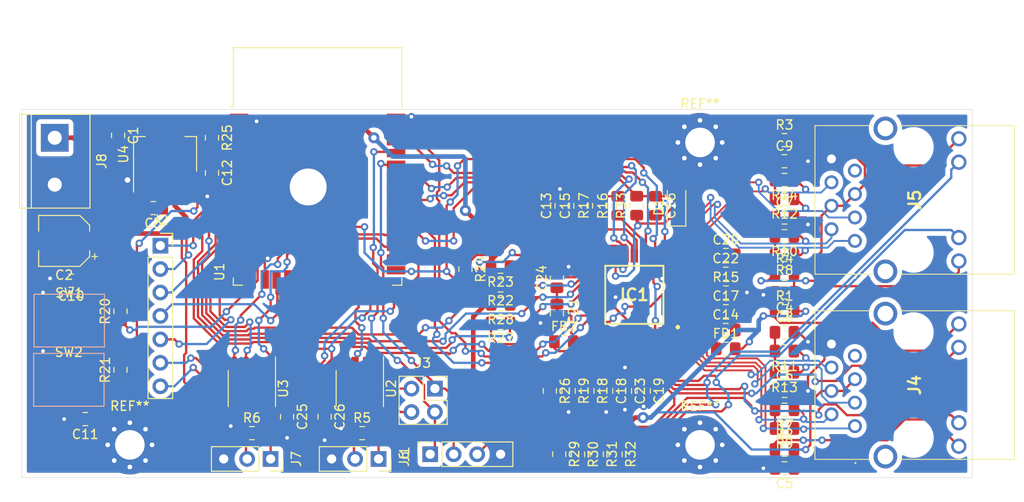
<source format=kicad_pcb>
(kicad_pcb (version 20171130) (host pcbnew "(5.1.5)-3")
  (layers (0 F.Cu signal) (31 B.Cu signal) (34 B.Paste user) (35 F.Paste user) (36 B.SilkS user) (37 F.SilkS user) (38 B.Mask user) (39 F.Mask user) (44 Edge.Cuts user))
  (net 0 "")
  (net 1 GND)
  (net 2 VDDIO)
  (net 3 +5V)
  (net 4 "Net-(C6-Pad1)")
  (net 5 "Net-(C7-Pad1)")
  (net 6 "Net-(C8-Pad1)")
  (net 7 "Net-(C9-Pad1)")
  (net 8 "Net-(C10-Pad1)")
  (net 9 "Net-(C11-Pad1)")
  (net 10 EN)
  (net 11 VDDA3.3)
  (net 12 Reset_PHY)
  (net 13 VDDC)
  (net 14 VDDA1.8)
  (net 15 "Net-(IC1-Pad48)")
  (net 16 Port2GREEN)
  (net 17 Port2ORANGE)
  (net 18 Port1GREEN)
  (net 19 Port1ORANGE)
  (net 20 "Net-(IC1-Pad39)")
  (net 21 "Net-(IC1-Pad38)")
  (net 22 RMII_MDIO)
  (net 23 RMII_MDC)
  (net 24 RMII_INTERR)
  (net 25 "Net-(IC1-Pad34)")
  (net 26 "Net-(IC1-Pad33)")
  (net 27 "Net-(IC1-Pad30)")
  (net 28 RMII_RXD0)
  (net 29 RMII_RXD1)
  (net 30 "Net-(IC1-Pad27)")
  (net 31 "Net-(IC1-Pad26)")
  (net 32 RMII_CRSDV)
  (net 33 RMII_RXER)
  (net 34 "Net-(IC1-Pad23)")
  (net 35 RMII_TXD0)
  (net 36 RMII_TXD1)
  (net 37 "Net-(IC1-Pad18)")
  (net 38 "Net-(IC1-Pad17)")
  (net 39 RMII_TXEN)
  (net 40 "Net-(IC1-Pad15)")
  (net 41 RMII_CLK)
  (net 42 "Net-(IC1-Pad13)")
  (net 43 "Net-(IC1-Pad6)")
  (net 44 UART0RX)
  (net 45 UART0TX)
  (net 46 IO2)
  (net 47 IO4)
  (net 48 IO12)
  (net 49 IO13)
  (net 50 IO33)
  (net 51 IO34)
  (net 52 IO35)
  (net 53 "Net-(J3-Pad4)")
  (net 54 "Net-(J3-Pad2)")
  (net 55 "Net-(J4-PadMH2)")
  (net 56 "Net-(J4-PadMH1)")
  (net 57 "Net-(J4-Pad12)")
  (net 58 "Net-(J4-Pad9)")
  (net 59 "Net-(J4-Pad7)")
  (net 60 "Net-(J5-PadMH2)")
  (net 61 "Net-(J5-PadMH1)")
  (net 62 "Net-(J5-Pad12)")
  (net 63 "Net-(J5-Pad9)")
  (net 64 "Net-(J5-Pad7)")
  (net 65 "Net-(J6-Pad2)")
  (net 66 "Net-(J6-Pad1)")
  (net 67 "Net-(J7-Pad2)")
  (net 68 "Net-(J7-Pad1)")
  (net 69 DMX1_en)
  (net 70 DMX0_en)
  (net 71 UART2RX)
  (net 72 UART2TX)
  (net 73 CMD)
  (net 74 CLK)
  (net 75 SD3)
  (net 76 SD2)
  (net 77 SD1)
  (net 78 SD0)
  (net 79 SENS_VN)
  (net 80 SENS_VP)
  (net 81 "Net-(U1-Pad32)")
  (net 82 TX2_P)
  (net 83 RX2_P)
  (net 84 TX1_P)
  (net 85 RX1_P)
  (net 86 TX2_N)
  (net 87 RX2_N)
  (net 88 TX1_N)
  (net 89 RX1_N)
  (module MountingHole:MountingHole_3.2mm_M3_Pad_Via (layer F.Cu) (at 168.402 42.418)
    (fp_text reference REF** (at 0 -4.2) (layer F.SilkS))
    (fp_text value MountingHole_3.2mm_M3_Pad_Via)
    (pad 1 thru_hole circle (at 0 0) (size 6.4 6.4) (drill 3.2) (layers *.Cu *.Mask) (net 1 GND))
    (pad 1 thru_hole circle (at 2.4 0) (size 0.8 0.8) (drill 0.5) (layers *.Cu *.Mask) (net 1 GND))
    (pad 1 thru_hole circle (at 1.697056 1.697056) (size 0.8 0.8) (drill 0.5) (layers *.Cu *.Mask) (net 1 GND))
    (pad 1 thru_hole circle (at 0 2.4) (size 0.8 0.8) (drill 0.5) (layers *.Cu *.Mask) (net 1 GND))
    (pad 1 thru_hole circle (at -1.697056 1.697056) (size 0.8 0.8) (drill 0.5) (layers *.Cu *.Mask) (net 1 GND))
    (pad 1 thru_hole circle (at -2.4 0) (size 0.8 0.8) (drill 0.5) (layers *.Cu *.Mask) (net 1 GND))
    (pad 1 thru_hole circle (at -1.697056 -1.697056) (size 0.8 0.8) (drill 0.5) (layers *.Cu *.Mask) (net 1 GND))
    (pad 1 thru_hole circle (at 0 -2.4) (size 0.8 0.8) (drill 0.5) (layers *.Cu *.Mask) (net 1 GND))
    (pad 1 thru_hole circle (at 1.697056 -1.697056) (size 0.8 0.8) (drill 0.5) (layers *.Cu *.Mask) (net 1 GND))
  )
  (module MountingHole:MountingHole_3.2mm_M3_Pad_Via (layer F.Cu) (at 106.68 75.184)
    (fp_text reference REF** (at 0 -4.2) (layer F.SilkS))
    (fp_text value MountingHole_3.2mm_M3_Pad_Via)
    (pad 1 thru_hole circle (at 0 0) (size 6.4 6.4) (drill 3.2) (layers *.Cu *.Mask) (net 1 GND))
    (pad 1 thru_hole circle (at 2.4 0) (size 0.8 0.8) (drill 0.5) (layers *.Cu *.Mask) (net 1 GND))
    (pad 1 thru_hole circle (at 1.697056 1.697056) (size 0.8 0.8) (drill 0.5) (layers *.Cu *.Mask) (net 1 GND))
    (pad 1 thru_hole circle (at 0 2.4) (size 0.8 0.8) (drill 0.5) (layers *.Cu *.Mask) (net 1 GND))
    (pad 1 thru_hole circle (at -1.697056 1.697056) (size 0.8 0.8) (drill 0.5) (layers *.Cu *.Mask) (net 1 GND))
    (pad 1 thru_hole circle (at -2.4 0) (size 0.8 0.8) (drill 0.5) (layers *.Cu *.Mask) (net 1 GND))
    (pad 1 thru_hole circle (at -1.697056 -1.697056) (size 0.8 0.8) (drill 0.5) (layers *.Cu *.Mask) (net 1 GND))
    (pad 1 thru_hole circle (at 0 -2.4) (size 0.8 0.8) (drill 0.5) (layers *.Cu *.Mask) (net 1 GND))
    (pad e1 thru_hole circle (at 1.697056 -1.697056) (size 0.8 0.8) (drill 0.5) (layers *.Cu *.Mask) (net 1 GND))
  )
  (module MountingHole:MountingHole_3.2mm_M3_Pad_Via (layer F.Cu) (at 168.402 75.184)
    (fp_text reference REF** (at 0 -4.2) (layer F.SilkS))
    (fp_text value MountingHole_3.2mm_M3_Pad_Via)
    (pad 1 thru_hole circle (at 1.697056 -1.697056) (size 0.8 0.8) (drill 0.5) (layers *.Cu *.Mask) (net 1 GND))
    (pad 1 thru_hole circle (at 0 -2.4) (size 0.8 0.8) (drill 0.5) (layers *.Cu *.Mask) (net 1 GND))
    (pad 1 thru_hole circle (at -1.697056 -1.697056) (size 0.8 0.8) (drill 0.5) (layers *.Cu *.Mask) (net 1 GND))
    (pad 1 thru_hole circle (at -2.4 0) (size 0.8 0.8) (drill 0.5) (layers *.Cu *.Mask) (net 1 GND))
    (pad 1 thru_hole circle (at -1.697056 1.697056) (size 0.8 0.8) (drill 0.5) (layers *.Cu *.Mask) (net 1 GND))
    (pad 1 thru_hole circle (at 0 2.4) (size 0.8 0.8) (drill 0.5) (layers *.Cu *.Mask) (net 1 GND))
    (pad 1 thru_hole circle (at 1.697056 1.697056) (size 0.8 0.8) (drill 0.5) (layers *.Cu *.Mask) (net 1 GND))
    (pad 1 thru_hole circle (at 2.4 0) (size 0.8 0.8) (drill 0.5) (layers *.Cu *.Mask) (net 1 GND))
    (pad 1 thru_hole circle (at 0 0) (size 6.4 6.4) (drill 3.2) (layers *.Cu *.Mask) (net 1 GND))
  )
  (module TerminalBlock:TerminalBlock_bornier-2_P5.08mm (layer F.Cu) (at 98.552 41.91 270)
    (fp_text reference J8 (at 2.54 -5.08 90) (layer F.SilkS))
    (fp_text value Conn_01x02)
    (pad 2 thru_hole circle (at 5.08 0 270) (size 3 3) (drill 1.52) (layers *.Cu *.Mask) (net 1 GND))
    (pad 1 thru_hole rect (at 0 0 270) (size 3 3) (drill 1.52) (layers *.Cu *.Mask) (net 3 +5V))
  )
  (module Package_TO_SOT_SMD:SOT-223-3_TabPin2 (layer F.Cu) (at 110.49 43.688 90)
    (fp_text reference U4 (at 0 -4.5 90) (layer F.SilkS))
    (fp_text value LD1117S33TR_SOT223)
    (pad 1 smd rect (at -3.15 -2.3 90) (size 2 1.5) (layers F.Cu F.Paste F.Mask) (net 1 GND))
    (pad 3 smd rect (at -3.15 2.3 90) (size 2 1.5) (layers F.Cu F.Paste F.Mask) (net 3 +5V))
    (pad 2 smd rect (at -3.15 0 90) (size 2 1.5) (layers F.Cu F.Paste F.Mask) (net 2 VDDIO))
    (pad 2 smd rect (at 3.15 0 90) (size 2 3.8) (layers F.Cu F.Paste F.Mask) (net 2 VDDIO))
  )
  (module Package_SO:SOIC-8_3.9x4.9mm_P1.27mm (layer F.Cu) (at 119.888 69.088 270)
    (fp_text reference U3 (at 0 -3.4 90) (layer F.SilkS))
    (fp_text value 75176B)
    (pad 8 smd roundrect (at 2.475 -1.905 270) (size 1.95 0.6) (layers F.Cu F.Paste F.Mask) (net 3 +5V))
    (pad 7 smd roundrect (at 2.475 -0.635 270) (size 1.95 0.6) (layers F.Cu F.Paste F.Mask) (net 68 "Net-(J7-Pad1)"))
    (pad 6 smd roundrect (at 2.475 0.635 270) (size 1.95 0.6) (layers F.Cu F.Paste F.Mask) (net 67 "Net-(J7-Pad2)"))
    (pad 5 smd roundrect (at 2.475 1.905 270) (size 1.95 0.6) (layers F.Cu F.Paste F.Mask) (net 1 GND))
    (pad 4 smd roundrect (at -2.475 1.905 270) (size 1.95 0.6) (layers F.Cu F.Paste F.Mask) (net 72 UART2TX))
    (pad 3 smd roundrect (at -2.475 0.635 270) (size 1.95 0.6) (layers F.Cu F.Paste F.Mask) (net 69 DMX1_en))
    (pad 2 smd roundrect (at -2.475 -0.635 270) (size 1.95 0.6) (layers F.Cu F.Paste F.Mask) (net 69 DMX1_en))
    (pad 1 smd roundrect (at -2.475 -1.905 270) (size 1.95 0.6) (layers F.Cu F.Paste F.Mask) (net 71 UART2RX))
  )
  (module Package_SO:SOIC-8_3.9x4.9mm_P1.27mm (layer F.Cu) (at 131.572 69.088 270)
    (fp_text reference U2 (at 0 -3.4 90) (layer F.SilkS))
    (fp_text value 75176B)
    (pad 8 smd roundrect (at 2.475 -1.905 270) (size 1.95 0.6) (layers F.Cu F.Paste F.Mask) (net 3 +5V))
    (pad 7 smd roundrect (at 2.475 -0.635 270) (size 1.95 0.6) (layers F.Cu F.Paste F.Mask) (net 66 "Net-(J6-Pad1)"))
    (pad 6 smd roundrect (at 2.475 0.635 270) (size 1.95 0.6) (layers F.Cu F.Paste F.Mask) (net 65 "Net-(J6-Pad2)"))
    (pad 5 smd roundrect (at 2.475 1.905 270) (size 1.95 0.6) (layers F.Cu F.Paste F.Mask) (net 1 GND))
    (pad 4 smd roundrect (at -2.475 1.905 270) (size 1.95 0.6) (layers F.Cu F.Paste F.Mask) (net 53 "Net-(J3-Pad4)"))
    (pad 3 smd roundrect (at -2.475 0.635 270) (size 1.95 0.6) (layers F.Cu F.Paste F.Mask) (net 70 DMX0_en))
    (pad 2 smd roundrect (at -2.475 -0.635 270) (size 1.95 0.6) (layers F.Cu F.Paste F.Mask) (net 70 DMX0_en))
    (pad 1 smd roundrect (at -2.475 -1.905 270) (size 1.95 0.6) (layers F.Cu F.Paste F.Mask) (net 54 "Net-(J3-Pad2)"))
  )
  (module RF_Module:ESP32-WROOM-32 (layer F.Cu) (at 127 48.006)
    (fp_text reference U1 (at -10.61 8.43 90) (layer F.SilkS))
    (fp_text value ESP32-WROOM-32D)
    (pad 39 smd rect (at -1 -0.755) (size 5 5) (layers F.Cu F.Paste F.Mask) (net 1 GND))
    (pad 1 smd rect (at -8.5 -8.255) (size 2 0.9) (layers F.Cu F.Paste F.Mask) (net 1 GND))
    (pad 2 smd rect (at -8.5 -6.985) (size 2 0.9) (layers F.Cu F.Paste F.Mask) (net 2 VDDIO))
    (pad 3 smd rect (at -8.5 -5.715) (size 2 0.9) (layers F.Cu F.Paste F.Mask) (net 10 EN))
    (pad 4 smd rect (at -8.5 -4.445) (size 2 0.9) (layers F.Cu F.Paste F.Mask) (net 80 SENS_VP))
    (pad 5 smd rect (at -8.5 -3.175) (size 2 0.9) (layers F.Cu F.Paste F.Mask) (net 79 SENS_VN))
    (pad 6 smd rect (at -8.5 -1.905) (size 2 0.9) (layers F.Cu F.Paste F.Mask) (net 51 IO34))
    (pad 7 smd rect (at -8.5 -0.635) (size 2 0.9) (layers F.Cu F.Paste F.Mask) (net 52 IO35))
    (pad 8 smd rect (at -8.5 0.635) (size 2 0.9) (layers F.Cu F.Paste F.Mask) (net 24 RMII_INTERR))
    (pad 9 smd rect (at -8.5 1.905) (size 2 0.9) (layers F.Cu F.Paste F.Mask) (net 50 IO33))
    (pad 10 smd rect (at -8.5 3.175) (size 2 0.9) (layers F.Cu F.Paste F.Mask) (net 28 RMII_RXD0))
    (pad 11 smd rect (at -8.5 4.445) (size 2 0.9) (layers F.Cu F.Paste F.Mask) (net 29 RMII_RXD1))
    (pad 12 smd rect (at -8.5 5.715) (size 2 0.9) (layers F.Cu F.Paste F.Mask) (net 32 RMII_CRSDV))
    (pad 13 smd rect (at -8.5 6.985) (size 2 0.9) (layers F.Cu F.Paste F.Mask) (net 69 DMX1_en))
    (pad 14 smd rect (at -8.5 8.255) (size 2 0.9) (layers F.Cu F.Paste F.Mask) (net 48 IO12))
    (pad 15 smd rect (at -5.715 9.255 90) (size 2 0.9) (layers F.Cu F.Paste F.Mask) (net 1 GND))
    (pad 16 smd rect (at -4.445 9.255 90) (size 2 0.9) (layers F.Cu F.Paste F.Mask) (net 49 IO13))
    (pad 17 smd rect (at -3.175 9.255 90) (size 2 0.9) (layers F.Cu F.Paste F.Mask) (net 76 SD2))
    (pad 18 smd rect (at -1.905 9.255 90) (size 2 0.9) (layers F.Cu F.Paste F.Mask) (net 75 SD3))
    (pad 19 smd rect (at -0.635 9.255 90) (size 2 0.9) (layers F.Cu F.Paste F.Mask) (net 73 CMD))
    (pad 20 smd rect (at 0.635 9.255 90) (size 2 0.9) (layers F.Cu F.Paste F.Mask) (net 74 CLK))
    (pad 21 smd rect (at 1.905 9.255 90) (size 2 0.9) (layers F.Cu F.Paste F.Mask) (net 78 SD0))
    (pad 22 smd rect (at 3.175 9.255 90) (size 2 0.9) (layers F.Cu F.Paste F.Mask) (net 77 SD1))
    (pad 23 smd rect (at 4.445 9.255 90) (size 2 0.9) (layers F.Cu F.Paste F.Mask) (net 70 DMX0_en))
    (pad 24 smd rect (at 5.715 9.255 90) (size 2 0.9) (layers F.Cu F.Paste F.Mask) (net 46 IO2))
    (pad 25 smd rect (at 8.5 8.255) (size 2 0.9) (layers F.Cu F.Paste F.Mask) (net 41 RMII_CLK))
    (pad 26 smd rect (at 8.5 6.985) (size 2 0.9) (layers F.Cu F.Paste F.Mask) (net 47 IO4))
    (pad 27 smd rect (at 8.5 5.715) (size 2 0.9) (layers F.Cu F.Paste F.Mask) (net 71 UART2RX))
    (pad 28 smd rect (at 8.5 4.445) (size 2 0.9) (layers F.Cu F.Paste F.Mask) (net 72 UART2TX))
    (pad 29 smd rect (at 8.5 3.175) (size 2 0.9) (layers F.Cu F.Paste F.Mask) (net 12 Reset_PHY))
    (pad 30 smd rect (at 8.5 1.905) (size 2 0.9) (layers F.Cu F.Paste F.Mask) (net 22 RMII_MDIO))
    (pad 31 smd rect (at 8.5 0.635) (size 2 0.9) (layers F.Cu F.Paste F.Mask) (net 35 RMII_TXD0))
    (pad 32 smd rect (at 8.5 -0.635) (size 2 0.9) (layers F.Cu F.Paste F.Mask) (net 81 "Net-(U1-Pad32)"))
    (pad 33 smd rect (at 8.5 -1.905) (size 2 0.9) (layers F.Cu F.Paste F.Mask) (net 39 RMII_TXEN))
    (pad 34 smd rect (at 8.5 -3.175) (size 2 0.9) (layers F.Cu F.Paste F.Mask) (net 44 UART0RX))
    (pad 35 smd rect (at 8.5 -4.445) (size 2 0.9) (layers F.Cu F.Paste F.Mask) (net 45 UART0TX))
    (pad 36 smd rect (at 8.5 -5.715) (size 2 0.9) (layers F.Cu F.Paste F.Mask) (net 36 RMII_TXD1))
    (pad 37 smd rect (at 8.5 -6.985) (size 2 0.9) (layers F.Cu F.Paste F.Mask) (net 23 RMII_MDC))
    (pad 38 smd rect (at 8.5 -8.255) (size 2 0.9) (layers F.Cu F.Paste F.Mask) (net 1 GND))
  )
  (module 00_Custom_Kicad:TS5235A (layer F.Cu) (at 100.076 68.072)
    (fp_text reference SW2 (at 0 -2.929) (layer F.SilkS))
    (fp_text value SW_Push)
    (pad 4 smd rect (at 2.9 1.9) (size 1 1) (layers F.Cu F.Paste F.Mask))
    (pad 3 smd rect (at -2.9 1.9) (size 1 1) (layers F.Cu F.Paste F.Mask))
    (pad 2 smd rect (at 2.9 -1.9) (size 1 1) (layers F.Cu F.Paste F.Mask) (net 9 "Net-(C11-Pad1)"))
    (pad 1 smd rect (at -2.9 -1.9) (size 1 1) (layers F.Cu F.Paste F.Mask) (net 1 GND))
  )
  (module 00_Custom_Kicad:TS5235A (layer F.Cu) (at 100.117 61.657)
    (fp_text reference SW1 (at 0 -2.929) (layer F.SilkS))
    (fp_text value SW_Push)
    (pad 4 smd rect (at 2.9 1.9) (size 1 1) (layers F.Cu F.Paste F.Mask))
    (pad 3 smd rect (at -2.9 1.9) (size 1 1) (layers F.Cu F.Paste F.Mask))
    (pad 2 smd rect (at 2.9 -1.9) (size 1 1) (layers F.Cu F.Paste F.Mask) (net 8 "Net-(C10-Pad1)"))
    (pad 1 smd rect (at -2.9 -1.9) (size 1 1) (layers F.Cu F.Paste F.Mask) (net 1 GND))
  )
  (module Resistor_SMD:R_0805_2012Metric_Pad1.15x1.40mm_HandSolder (layer F.Cu) (at 161.544 49.267 90)
    (fp_text reference R33 (at 0 -1.65 90) (layer F.SilkS))
    (fp_text value 10K)
    (pad 2 smd roundrect (at 1.025 0 90) (size 1.15 1.4) (layers F.Cu F.Paste F.Mask) (roundrect_rratio 0.217391) (net 12 Reset_PHY))
    (pad 1 smd roundrect (at -1.025 0 90) (size 1.15 1.4) (layers F.Cu F.Paste F.Mask) (roundrect_rratio 0.217391) (net 2 VDDIO))
  )
  (module Resistor_SMD:R_0805_2012Metric_Pad1.15x1.40mm_HandSolder (layer F.Cu) (at 159.258 76.2 270)
    (fp_text reference R32 (at 0 -1.65 90) (layer F.SilkS))
    (fp_text value 10K)
    (pad 2 smd roundrect (at 1.025 0 270) (size 1.15 1.4) (layers F.Cu F.Paste F.Mask) (roundrect_rratio 0.217391) (net 2 VDDIO))
    (pad 1 smd roundrect (at -1.025 0 270) (size 1.15 1.4) (layers F.Cu F.Paste F.Mask) (roundrect_rratio 0.217391) (net 16 Port2GREEN))
  )
  (module Resistor_SMD:R_0805_2012Metric_Pad1.15x1.40mm_HandSolder (layer F.Cu) (at 157.226 76.2 270)
    (fp_text reference R31 (at 0 -1.65 90) (layer F.SilkS))
    (fp_text value 10K)
    (pad 2 smd roundrect (at 1.025 0 270) (size 1.15 1.4) (layers F.Cu F.Paste F.Mask) (roundrect_rratio 0.217391) (net 2 VDDIO))
    (pad 1 smd roundrect (at -1.025 0 270) (size 1.15 1.4) (layers F.Cu F.Paste F.Mask) (roundrect_rratio 0.217391) (net 17 Port2ORANGE))
  )
  (module Resistor_SMD:R_0805_2012Metric_Pad1.15x1.40mm_HandSolder (layer F.Cu) (at 155.194 76.209 270)
    (fp_text reference R30 (at 0 -1.65 90) (layer F.SilkS))
    (fp_text value 10K)
    (pad 2 smd roundrect (at 1.025 0 270) (size 1.15 1.4) (layers F.Cu F.Paste F.Mask) (roundrect_rratio 0.217391) (net 2 VDDIO))
    (pad 1 smd roundrect (at -1.025 0 270) (size 1.15 1.4) (layers F.Cu F.Paste F.Mask) (roundrect_rratio 0.217391) (net 18 Port1GREEN))
  )
  (module Resistor_SMD:R_0805_2012Metric_Pad1.15x1.40mm_HandSolder (layer F.Cu) (at 153.162 76.191 270)
    (fp_text reference R29 (at 0 -1.65 90) (layer F.SilkS))
    (fp_text value 10K)
    (pad 2 smd roundrect (at 1.025 0 270) (size 1.15 1.4) (layers F.Cu F.Paste F.Mask) (roundrect_rratio 0.217391) (net 2 VDDIO))
    (pad 1 smd roundrect (at -1.025 0 270) (size 1.15 1.4) (layers F.Cu F.Paste F.Mask) (roundrect_rratio 0.217391) (net 19 Port1ORANGE))
  )
  (module Resistor_SMD:R_0805_2012Metric_Pad1.15x1.40mm_HandSolder (layer F.Cu) (at 146.821 59.944 180)
    (fp_text reference R28 (at 0 -1.65) (layer F.SilkS))
    (fp_text value 10K)
    (pad 2 smd roundrect (at 1.025 0 180) (size 1.15 1.4) (layers F.Cu F.Paste F.Mask) (roundrect_rratio 0.217391) (net 2 VDDIO))
    (pad 1 smd roundrect (at -1.025 0 180) (size 1.15 1.4) (layers F.Cu F.Paste F.Mask) (roundrect_rratio 0.217391) (net 29 RMII_RXD1))
  )
  (module Resistor_SMD:R_0805_2012Metric_Pad1.15x1.40mm_HandSolder (layer F.Cu) (at 146.803 61.976 180)
    (fp_text reference R27 (at 0 -1.65) (layer F.SilkS))
    (fp_text value 10K)
    (pad 2 smd roundrect (at 1.025 0 180) (size 1.15 1.4) (layers F.Cu F.Paste F.Mask) (roundrect_rratio 0.217391) (net 1 GND))
    (pad 1 smd roundrect (at -1.025 0 180) (size 1.15 1.4) (layers F.Cu F.Paste F.Mask) (roundrect_rratio 0.217391) (net 28 RMII_RXD0))
  )
  (module Resistor_SMD:R_0805_2012Metric_Pad1.15x1.40mm_HandSolder (layer F.Cu) (at 152.146 69.342 270)
    (fp_text reference R26 (at 0 -1.65 90) (layer F.SilkS))
    (fp_text value 10K)
    (pad 2 smd roundrect (at 1.025 0 270) (size 1.15 1.4) (layers F.Cu F.Paste F.Mask) (roundrect_rratio 0.217391) (net 2 VDDIO))
    (pad 1 smd roundrect (at -1.025 0 270) (size 1.15 1.4) (layers F.Cu F.Paste F.Mask) (roundrect_rratio 0.217391) (net 22 RMII_MDIO))
  )
  (module Resistor_SMD:R_0805_2012Metric_Pad1.15x1.40mm_HandSolder (layer F.Cu) (at 115.57 41.91 270)
    (fp_text reference R25 (at 0 -1.65 90) (layer F.SilkS))
    (fp_text value 12k)
    (pad 2 smd roundrect (at 1.025 0 270) (size 1.15 1.4) (layers F.Cu F.Paste F.Mask) (roundrect_rratio 0.217391) (net 10 EN))
    (pad 1 smd roundrect (at -1.025 0 270) (size 1.15 1.4) (layers F.Cu F.Paste F.Mask) (roundrect_rratio 0.217391) (net 2 VDDIO))
  )
  (module Resistor_SMD:R_0805_2012Metric_Pad1.15x1.40mm_HandSolder (layer F.Cu) (at 143.002 56.134 270)
    (fp_text reference R24 (at 0 -1.65 90) (layer F.SilkS))
    (fp_text value 5K)
    (pad 2 smd roundrect (at 1.025 0 270) (size 1.15 1.4) (layers F.Cu F.Paste F.Mask) (roundrect_rratio 0.217391) (net 41 RMII_CLK))
    (pad 1 smd roundrect (at -1.025 0 270) (size 1.15 1.4) (layers F.Cu F.Paste F.Mask) (roundrect_rratio 0.217391) (net 2 VDDIO))
  )
  (module Resistor_SMD:R_0805_2012Metric_Pad1.15x1.40mm_HandSolder (layer F.Cu) (at 146.803 55.88 180)
    (fp_text reference R23 (at 0 -1.65) (layer F.SilkS))
    (fp_text value 10K)
    (pad 2 smd roundrect (at 1.025 0 180) (size 1.15 1.4) (layers F.Cu F.Paste F.Mask) (roundrect_rratio 0.217391) (net 2 VDDIO))
    (pad 1 smd roundrect (at -1.025 0 180) (size 1.15 1.4) (layers F.Cu F.Paste F.Mask) (roundrect_rratio 0.217391) (net 31 "Net-(IC1-Pad26)"))
  )
  (module Resistor_SMD:R_0805_2012Metric_Pad1.15x1.40mm_HandSolder (layer F.Cu) (at 146.803 57.912 180)
    (fp_text reference R22 (at 0 -1.65) (layer F.SilkS))
    (fp_text value 10K)
    (pad 2 smd roundrect (at 1.025 0 180) (size 1.15 1.4) (layers F.Cu F.Paste F.Mask) (roundrect_rratio 0.217391) (net 2 VDDIO))
    (pad 1 smd roundrect (at -1.025 0 180) (size 1.15 1.4) (layers F.Cu F.Paste F.Mask) (roundrect_rratio 0.217391) (net 30 "Net-(IC1-Pad27)"))
  )
  (module Resistor_SMD:R_0805_2012Metric_Pad1.15x1.40mm_HandSolder (layer F.Cu) (at 105.664 67.056 90)
    (fp_text reference R21 (at 0 -1.65 90) (layer F.SilkS))
    (fp_text value 470R)
    (pad 2 smd roundrect (at 1.025 0 90) (size 1.15 1.4) (layers F.Cu F.Paste F.Mask) (roundrect_rratio 0.217391) (net 9 "Net-(C11-Pad1)"))
    (pad 1 smd roundrect (at -1.025 0 90) (size 1.15 1.4) (layers F.Cu F.Paste F.Mask) (roundrect_rratio 0.217391) (net 10 EN))
  )
  (module Resistor_SMD:R_0805_2012Metric_Pad1.15x1.40mm_HandSolder (layer F.Cu) (at 105.664 60.706 90)
    (fp_text reference R20 (at 0 -1.65 90) (layer F.SilkS))
    (fp_text value 470R)
    (pad 2 smd roundrect (at 1.025 0 90) (size 1.15 1.4) (layers F.Cu F.Paste F.Mask) (roundrect_rratio 0.217391) (net 8 "Net-(C10-Pad1)"))
    (pad 1 smd roundrect (at -1.025 0 90) (size 1.15 1.4) (layers F.Cu F.Paste F.Mask) (roundrect_rratio 0.217391) (net 41 RMII_CLK))
  )
  (module Resistor_SMD:R_0805_2012Metric_Pad1.15x1.40mm_HandSolder (layer F.Cu) (at 154.178 69.333 270)
    (fp_text reference R19 (at 0 -1.65 90) (layer F.SilkS))
    (fp_text value 10K)
    (pad 2 smd roundrect (at 1.025 0 270) (size 1.15 1.4) (layers F.Cu F.Paste F.Mask) (roundrect_rratio 0.217391) (net 1 GND))
    (pad 1 smd roundrect (at -1.025 0 270) (size 1.15 1.4) (layers F.Cu F.Paste F.Mask) (roundrect_rratio 0.217391) (net 21 "Net-(IC1-Pad38)"))
  )
  (module Resistor_SMD:R_0805_2012Metric_Pad1.15x1.40mm_HandSolder (layer F.Cu) (at 156.21 69.333 270)
    (fp_text reference R18 (at 0 -1.65 90) (layer F.SilkS))
    (fp_text value 10K)
    (pad 2 smd roundrect (at 1.025 0 270) (size 1.15 1.4) (layers F.Cu F.Paste F.Mask) (roundrect_rratio 0.217391) (net 2 VDDIO))
    (pad 1 smd roundrect (at -1.025 0 270) (size 1.15 1.4) (layers F.Cu F.Paste F.Mask) (roundrect_rratio 0.217391) (net 20 "Net-(IC1-Pad39)"))
  )
  (module Resistor_SMD:R_0805_2012Metric_Pad1.15x1.40mm_HandSolder (layer F.Cu) (at 157.48 49.267 90)
    (fp_text reference R17 (at 0 -1.65 90) (layer F.SilkS))
    (fp_text value 10K)
    (pad 2 smd roundrect (at 1.025 0 90) (size 1.15 1.4) (layers F.Cu F.Paste F.Mask) (roundrect_rratio 0.217391) (net 1 GND))
    (pad 1 smd roundrect (at -1.025 0 90) (size 1.15 1.4) (layers F.Cu F.Paste F.Mask) (roundrect_rratio 0.217391) (net 37 "Net-(IC1-Pad18)"))
  )
  (module Resistor_SMD:R_0805_2012Metric_Pad1.15x1.40mm_HandSolder (layer F.Cu) (at 159.512 49.276 90)
    (fp_text reference R16 (at 0 -1.65 90) (layer F.SilkS))
    (fp_text value 10K)
    (pad 2 smd roundrect (at 1.025 0 90) (size 1.15 1.4) (layers F.Cu F.Paste F.Mask) (roundrect_rratio 0.217391) (net 1 GND))
    (pad 1 smd roundrect (at -1.025 0 90) (size 1.15 1.4) (layers F.Cu F.Paste F.Mask) (roundrect_rratio 0.217391) (net 38 "Net-(IC1-Pad17)"))
  )
  (module Resistor_SMD:R_0805_2012Metric_Pad1.15x1.40mm_HandSolder (layer F.Cu) (at 171.205 58.674)
    (fp_text reference R15 (at 0 -1.65) (layer F.SilkS))
    (fp_text value "11.8R 1.0%")
    (pad 2 smd roundrect (at 1.025 0) (size 1.15 1.4) (layers F.Cu F.Paste F.Mask) (roundrect_rratio 0.217391) (net 1 GND))
    (pad 1 smd roundrect (at -1.025 0) (size 1.15 1.4) (layers F.Cu F.Paste F.Mask) (roundrect_rratio 0.217391) (net 43 "Net-(IC1-Pad6)"))
  )
  (module Resistor_SMD:R_0805_2012Metric_Pad1.15x1.40mm_HandSolder (layer F.Cu) (at 177.546 46.482 180)
    (fp_text reference R14 (at 0 -1.65) (layer F.SilkS))
    (fp_text value "49.9 1.0%")
    (pad 2 smd roundrect (at 1.025 0 180) (size 1.15 1.4) (layers F.Cu F.Paste F.Mask) (roundrect_rratio 0.217391) (net 7 "Net-(C9-Pad1)"))
    (pad 1 smd roundrect (at -1.025 0 180) (size 1.15 1.4) (layers F.Cu F.Paste F.Mask) (roundrect_rratio 0.217391) (net 87 RX2_N))
  )
  (module Resistor_SMD:R_0805_2012Metric_Pad1.15x1.40mm_HandSolder (layer F.Cu) (at 177.537 67.31 180)
    (fp_text reference R13 (at 0 -1.65) (layer F.SilkS))
    (fp_text value "49.9 1.0%")
    (pad 2 smd roundrect (at 1.025 0 180) (size 1.15 1.4) (layers F.Cu F.Paste F.Mask) (roundrect_rratio 0.217391) (net 6 "Net-(C8-Pad1)"))
    (pad 1 smd roundrect (at -1.025 0 180) (size 1.15 1.4) (layers F.Cu F.Paste F.Mask) (roundrect_rratio 0.217391) (net 85 RX1_P))
  )
  (module Resistor_SMD:R_0805_2012Metric_Pad1.15x1.40mm_HandSolder (layer F.Cu) (at 177.546 48.514 180)
    (fp_text reference R12 (at 0 -1.65) (layer F.SilkS))
    (fp_text value "49.9 1.0%")
    (pad 2 smd roundrect (at 1.025 0 180) (size 1.15 1.4) (layers F.Cu F.Paste F.Mask) (roundrect_rratio 0.217391) (net 7 "Net-(C9-Pad1)"))
    (pad 1 smd roundrect (at -1.025 0 180) (size 1.15 1.4) (layers F.Cu F.Paste F.Mask) (roundrect_rratio 0.217391) (net 83 RX2_P))
  )
  (module Resistor_SMD:R_0805_2012Metric_Pad1.15x1.40mm_HandSolder (layer F.Cu) (at 177.537 65.024 180)
    (fp_text reference R11 (at 0 -1.65) (layer F.SilkS))
    (fp_text value "49.9 1.0%")
    (pad 2 smd roundrect (at 1.025 0 180) (size 1.15 1.4) (layers F.Cu F.Paste F.Mask) (roundrect_rratio 0.217391) (net 6 "Net-(C8-Pad1)"))
    (pad 1 smd roundrect (at -1.025 0 180) (size 1.15 1.4) (layers F.Cu F.Paste F.Mask) (roundrect_rratio 0.217391) (net 89 RX1_N))
  )
  (module Resistor_SMD:R_0805_2012Metric_Pad1.15x1.40mm_HandSolder (layer F.Cu) (at 177.537 52.578 180)
    (fp_text reference R10 (at 0 -1.65) (layer F.SilkS))
    (fp_text value "49.9 1.0%")
    (pad 2 smd roundrect (at 1.025 0 180) (size 1.15 1.4) (layers F.Cu F.Paste F.Mask) (roundrect_rratio 0.217391) (net 5 "Net-(C7-Pad1)"))
    (pad 1 smd roundrect (at -1.025 0 180) (size 1.15 1.4) (layers F.Cu F.Paste F.Mask) (roundrect_rratio 0.217391) (net 86 TX2_N))
  )
  (module Resistor_SMD:R_0805_2012Metric_Pad1.15x1.40mm_HandSolder (layer F.Cu) (at 177.546 73.406 180)
    (fp_text reference R9 (at 0 -1.65) (layer F.SilkS))
    (fp_text value "49.9 1.0%")
    (pad 2 smd roundrect (at 1.025 0 180) (size 1.15 1.4) (layers F.Cu F.Paste F.Mask) (roundrect_rratio 0.217391) (net 4 "Net-(C6-Pad1)"))
    (pad 1 smd roundrect (at -1.025 0 180) (size 1.15 1.4) (layers F.Cu F.Paste F.Mask) (roundrect_rratio 0.217391) (net 84 TX1_P))
  )
  (module Resistor_SMD:R_0805_2012Metric_Pad1.15x1.40mm_HandSolder (layer F.Cu) (at 177.546 54.61 180)
    (fp_text reference R8 (at 0 -1.65) (layer F.SilkS))
    (fp_text value "49.9 1.0%")
    (pad 2 smd roundrect (at 1.025 0 180) (size 1.15 1.4) (layers F.Cu F.Paste F.Mask) (roundrect_rratio 0.217391) (net 5 "Net-(C7-Pad1)"))
    (pad 1 smd roundrect (at -1.025 0 180) (size 1.15 1.4) (layers F.Cu F.Paste F.Mask) (roundrect_rratio 0.217391) (net 82 TX2_P))
  )
  (module Resistor_SMD:R_0805_2012Metric_Pad1.15x1.40mm_HandSolder (layer F.Cu) (at 177.546 71.374 180)
    (fp_text reference R7 (at 0 -1.65) (layer F.SilkS))
    (fp_text value "49.9 1.0%")
    (pad 2 smd roundrect (at 1.025 0 180) (size 1.15 1.4) (layers F.Cu F.Paste F.Mask) (roundrect_rratio 0.217391) (net 4 "Net-(C6-Pad1)"))
    (pad 1 smd roundrect (at -1.025 0 180) (size 1.15 1.4) (layers F.Cu F.Paste F.Mask) (roundrect_rratio 0.217391) (net 88 TX1_N))
  )
  (module Resistor_SMD:R_0805_2012Metric_Pad1.15x1.40mm_HandSolder (layer F.Cu) (at 119.888 73.914)
    (fp_text reference R6 (at 0 -1.65) (layer F.SilkS))
    (fp_text value 60R)
    (pad 2 smd roundrect (at 1.025 0) (size 1.15 1.4) (layers F.Cu F.Paste F.Mask) (roundrect_rratio 0.217391) (net 68 "Net-(J7-Pad1)"))
    (pad 1 smd roundrect (at -1.025 0) (size 1.15 1.4) (layers F.Cu F.Paste F.Mask) (roundrect_rratio 0.217391) (net 67 "Net-(J7-Pad2)"))
  )
  (module Resistor_SMD:R_0805_2012Metric_Pad1.15x1.40mm_HandSolder (layer F.Cu) (at 131.826 73.914)
    (fp_text reference R5 (at 0 -1.65) (layer F.SilkS))
    (fp_text value 60R)
    (pad 2 smd roundrect (at 1.025 0) (size 1.15 1.4) (layers F.Cu F.Paste F.Mask) (roundrect_rratio 0.217391) (net 66 "Net-(J6-Pad1)"))
    (pad 1 smd roundrect (at -1.025 0) (size 1.15 1.4) (layers F.Cu F.Paste F.Mask) (roundrect_rratio 0.217391) (net 65 "Net-(J6-Pad2)"))
  )
  (module Resistor_SMD:R_0805_2012Metric_Pad1.15x1.40mm_HandSolder (layer F.Cu) (at 177.546 56.642)
    (fp_text reference R4 (at 0 -1.65) (layer F.SilkS))
    (fp_text value 50R)
    (pad 2 smd roundrect (at 1.025 0) (size 1.15 1.4) (layers F.Cu F.Paste F.Mask) (roundrect_rratio 0.217391) (net 2 VDDIO))
    (pad 1 smd roundrect (at -1.025 0) (size 1.15 1.4) (layers F.Cu F.Paste F.Mask) (roundrect_rratio 0.217391) (net 63 "Net-(J5-Pad9)"))
  )
  (module Resistor_SMD:R_0805_2012Metric_Pad1.15x1.40mm_HandSolder (layer F.Cu) (at 177.546 42.164)
    (fp_text reference R3 (at 0 -1.65) (layer F.SilkS))
    (fp_text value 50R)
    (pad 2 smd roundrect (at 1.025 0) (size 1.15 1.4) (layers F.Cu F.Paste F.Mask) (roundrect_rratio 0.217391) (net 2 VDDIO))
    (pad 1 smd roundrect (at -1.025 0) (size 1.15 1.4) (layers F.Cu F.Paste F.Mask) (roundrect_rratio 0.217391) (net 62 "Net-(J5-Pad12)"))
  )
  (module Resistor_SMD:R_0805_2012Metric_Pad1.15x1.40mm_HandSolder (layer F.Cu) (at 177.537 75.692)
    (fp_text reference R2 (at 0 -1.65) (layer F.SilkS))
    (fp_text value 50R)
    (pad 2 smd roundrect (at 1.025 0) (size 1.15 1.4) (layers F.Cu F.Paste F.Mask) (roundrect_rratio 0.217391) (net 2 VDDIO))
    (pad 1 smd roundrect (at -1.025 0) (size 1.15 1.4) (layers F.Cu F.Paste F.Mask) (roundrect_rratio 0.217391) (net 58 "Net-(J4-Pad9)"))
  )
  (module Resistor_SMD:R_0805_2012Metric_Pad1.15x1.40mm_HandSolder (layer F.Cu) (at 177.555 60.706)
    (fp_text reference R1 (at 0 -1.65) (layer F.SilkS))
    (fp_text value 50R)
    (pad 2 smd roundrect (at 1.025 0) (size 1.15 1.4) (layers F.Cu F.Paste F.Mask) (roundrect_rratio 0.217391) (net 2 VDDIO))
    (pad 1 smd roundrect (at -1.025 0) (size 1.15 1.4) (layers F.Cu F.Paste F.Mask) (roundrect_rratio 0.217391) (net 57 "Net-(J4-Pad12)"))
  )
  (module Connector_PinSocket_2.54mm:PinSocket_1x03_P2.54mm_Vertical (layer F.Cu) (at 121.92 76.708 270)
    (fp_text reference J7 (at 0 -2.77 90) (layer F.SilkS))
    (fp_text value Conn_01x03)
    (pad 3 thru_hole oval (at 0 5.08 270) (size 1.7 1.7) (drill 1) (layers *.Cu *.Mask) (net 1 GND))
    (pad 2 thru_hole oval (at 0 2.54 270) (size 1.7 1.7) (drill 1) (layers *.Cu *.Mask) (net 67 "Net-(J7-Pad2)"))
    (pad 1 thru_hole rect (at 0 0 270) (size 1.7 1.7) (drill 1) (layers *.Cu *.Mask) (net 68 "Net-(J7-Pad1)"))
  )
  (module Connector_PinSocket_2.54mm:PinSocket_1x03_P2.54mm_Vertical (layer F.Cu) (at 133.604 76.708 270)
    (fp_text reference J6 (at 0 -2.77 90) (layer F.SilkS))
    (fp_text value Conn_01x03)
    (pad 3 thru_hole oval (at 0 5.08 270) (size 1.7 1.7) (drill 1) (layers *.Cu *.Mask) (net 1 GND))
    (pad 2 thru_hole oval (at 0 2.54 270) (size 1.7 1.7) (drill 1) (layers *.Cu *.Mask) (net 65 "Net-(J6-Pad2)"))
    (pad 1 thru_hole rect (at 0 0 270) (size 1.7 1.7) (drill 1) (layers *.Cu *.Mask) (net 66 "Net-(J6-Pad1)"))
  )
  (module SamacSys_Parts:HR913550A (layer F.Cu) (at 185.166 53.086 270)
    (fp_text reference J5 (at -4.445 -6.47 90) (layer F.SilkS) (effects (font (size 1.27 1.27) (thickness 0.254))))
    (fp_text value HR913550A hide)
    (pad MH4 np_thru_hole circle (at 1.27 -6.35 270) (size 3.33 0) (drill 3.33) (layers *.Cu *.Mask))
    (pad MH3 np_thru_hole circle (at -10.16 -6.35 270) (size 3.33 0) (drill 3.33) (layers *.Cu *.Mask))
    (pad MH2 thru_hole circle (at 3.3 -3.3 270) (size 2.565 2.565) (drill 1.71) (layers *.Cu *.Mask) (net 60 "Net-(J5-PadMH2)"))
    (pad MH1 thru_hole circle (at -12.19 -3.3 270) (size 2.565 2.565) (drill 1.71) (layers *.Cu *.Mask) (net 61 "Net-(J5-PadMH1)"))
    (pad 12 thru_hole circle (at -11.07 -11.25 270) (size 1.65 1.65) (drill 1.1) (layers *.Cu *.Mask) (net 62 "Net-(J5-Pad12)"))
    (pad 11 thru_hole circle (at -8.53 -11.25 270) (size 1.65 1.65) (drill 1.1) (layers *.Cu *.Mask) (net 17 Port2ORANGE))
    (pad 10 thru_hole circle (at -0.36 -11.25 270) (size 1.65 1.65) (drill 1.1) (layers *.Cu *.Mask) (net 16 Port2GREEN))
    (pad 9 thru_hole circle (at 2.18 -11.25 270) (size 1.65 1.65) (drill 1.1) (layers *.Cu *.Mask) (net 63 "Net-(J5-Pad9)"))
    (pad 8 thru_hole circle (at -8.89 2.54 270) (size 1.509 1.509) (drill 0.97) (layers *.Cu *.Mask) (net 1 GND))
    (pad 7 thru_hole circle (at -7.62 0 270) (size 1.509 1.509) (drill 0.97) (layers *.Cu *.Mask) (net 64 "Net-(J5-Pad7)"))
    (pad 6 thru_hole circle (at -6.35 2.54 270) (size 1.509 1.509) (drill 0.97) (layers *.Cu *.Mask) (net 87 RX2_N))
    (pad 5 thru_hole circle (at -5.08 0 270) (size 1.509 1.509) (drill 0.97) (layers *.Cu *.Mask) (net 2 VDDIO))
    (pad 4 thru_hole circle (at -3.81 2.54 270) (size 1.509 1.509) (drill 0.97) (layers *.Cu *.Mask) (net 2 VDDIO))
    (pad 3 thru_hole circle (at -2.54 0 270) (size 1.509 1.509) (drill 0.97) (layers *.Cu *.Mask) (net 83 RX2_P))
    (pad 2 thru_hole circle (at -1.27 2.54 270) (size 1.509 1.509) (drill 0.97) (layers *.Cu *.Mask) (net 86 TX2_N))
    (pad 1 thru_hole circle (at 0 0 270) (size 1.509 1.509) (drill 0.97) (layers *.Cu *.Mask) (net 82 TX2_P))
  )
  (module SamacSys_Parts:HR913550A (layer F.Cu) (at 185.166 73.152 270)
    (fp_text reference J4 (at -4.445 -6.47 90) (layer F.SilkS) (effects (font (size 1.27 1.27) (thickness 0.254))))
    (fp_text value HR913550A hide)
    (pad MH4 np_thru_hole circle (at 1.27 -6.35 270) (size 3.33 0) (drill 3.33) (layers *.Cu *.Mask))
    (pad MH3 np_thru_hole circle (at -10.16 -6.35 270) (size 3.33 0) (drill 3.33) (layers *.Cu *.Mask))
    (pad MH2 thru_hole circle (at 3.3 -3.3 270) (size 2.565 2.565) (drill 1.71) (layers *.Cu *.Mask) (net 55 "Net-(J4-PadMH2)"))
    (pad MH1 thru_hole circle (at -12.19 -3.3 270) (size 2.565 2.565) (drill 1.71) (layers *.Cu *.Mask) (net 56 "Net-(J4-PadMH1)"))
    (pad 12 thru_hole circle (at -11.07 -11.25 270) (size 1.65 1.65) (drill 1.1) (layers *.Cu *.Mask) (net 57 "Net-(J4-Pad12)"))
    (pad 11 thru_hole circle (at -8.53 -11.25 270) (size 1.65 1.65) (drill 1.1) (layers *.Cu *.Mask) (net 19 Port1ORANGE))
    (pad 10 thru_hole circle (at -0.36 -11.25 270) (size 1.65 1.65) (drill 1.1) (layers *.Cu *.Mask) (net 18 Port1GREEN))
    (pad 9 thru_hole circle (at 2.18 -11.25 270) (size 1.65 1.65) (drill 1.1) (layers *.Cu *.Mask) (net 58 "Net-(J4-Pad9)"))
    (pad 8 thru_hole circle (at -8.89 2.54 270) (size 1.509 1.509) (drill 0.97) (layers *.Cu *.Mask) (net 1 GND))
    (pad 7 thru_hole circle (at -7.62 0 270) (size 1.509 1.509) (drill 0.97) (layers *.Cu *.Mask) (net 59 "Net-(J4-Pad7)"))
    (pad 6 thru_hole circle (at -6.35 2.54 270) (size 1.509 1.509) (drill 0.97) (layers *.Cu *.Mask) (net 89 RX1_N))
    (pad 5 thru_hole circle (at -5.08 0 270) (size 1.509 1.509) (drill 0.97) (layers *.Cu *.Mask) (net 2 VDDIO))
    (pad 4 thru_hole circle (at -3.81 2.54 270) (size 1.509 1.509) (drill 0.97) (layers *.Cu *.Mask) (net 2 VDDIO))
    (pad 3 thru_hole circle (at -2.54 0 270) (size 1.509 1.509) (drill 0.97) (layers *.Cu *.Mask) (net 85 RX1_P))
    (pad 2 thru_hole circle (at -1.27 2.54 270) (size 1.509 1.509) (drill 0.97) (layers *.Cu *.Mask) (net 88 TX1_N))
    (pad 1 thru_hole circle (at 0 0 270) (size 1.509 1.509) (drill 0.97) (layers *.Cu *.Mask) (net 84 TX1_P))
  )
  (module Connector_PinSocket_2.54mm:PinSocket_2x02_P2.54mm_Vertical (layer F.Cu) (at 139.7 69.088)
    (fp_text reference J3 (at -1.27 -2.77) (layer F.SilkS))
    (fp_text value Conn_02x02_Odd_Even)
    (pad 4 thru_hole oval (at -2.54 2.54) (size 1.7 1.7) (drill 1) (layers *.Cu *.Mask) (net 53 "Net-(J3-Pad4)"))
    (pad 3 thru_hole oval (at 0 2.54) (size 1.7 1.7) (drill 1) (layers *.Cu *.Mask) (net 45 UART0TX))
    (pad 2 thru_hole oval (at -2.54 0) (size 1.7 1.7) (drill 1) (layers *.Cu *.Mask) (net 54 "Net-(J3-Pad2)"))
    (pad 1 thru_hole rect (at 0 0) (size 1.7 1.7) (drill 1) (layers *.Cu *.Mask) (net 44 UART0RX))
  )
  (module Connector_PinSocket_2.54mm:PinSocket_1x07_P2.54mm_Vertical (layer F.Cu) (at 109.982 53.594)
    (fp_text reference J2 (at 0 -2.77) (layer F.SilkS))
    (fp_text value Conn_01x07)
    (pad 7 thru_hole oval (at 0 15.24) (size 1.7 1.7) (drill 1) (layers *.Cu *.Mask) (net 46 IO2))
    (pad 6 thru_hole oval (at 0 12.7) (size 1.7 1.7) (drill 1) (layers *.Cu *.Mask) (net 47 IO4))
    (pad 5 thru_hole oval (at 0 10.16) (size 1.7 1.7) (drill 1) (layers *.Cu *.Mask) (net 48 IO12))
    (pad 4 thru_hole oval (at 0 7.62) (size 1.7 1.7) (drill 1) (layers *.Cu *.Mask) (net 49 IO13))
    (pad 3 thru_hole oval (at 0 5.08) (size 1.7 1.7) (drill 1) (layers *.Cu *.Mask) (net 50 IO33))
    (pad 2 thru_hole oval (at 0 2.54) (size 1.7 1.7) (drill 1) (layers *.Cu *.Mask) (net 51 IO34))
    (pad 1 thru_hole rect (at 0 0) (size 1.7 1.7) (drill 1) (layers *.Cu *.Mask) (net 52 IO35))
  )
  (module Connector_PinSocket_2.54mm:PinSocket_1x04_P2.54mm_Vertical (layer F.Cu) (at 139.192 76.2 90)
    (fp_text reference J1 (at 0 -2.77 90) (layer F.SilkS))
    (fp_text value Conn_01x04)
    (pad 4 thru_hole oval (at 0 7.62 90) (size 1.7 1.7) (drill 1) (layers *.Cu *.Mask) (net 1 GND))
    (pad 3 thru_hole oval (at 0 5.08 90) (size 1.7 1.7) (drill 1) (layers *.Cu *.Mask) (net 2 VDDIO))
    (pad 2 thru_hole oval (at 0 2.54 90) (size 1.7 1.7) (drill 1) (layers *.Cu *.Mask) (net 44 UART0RX))
    (pad 1 thru_hole rect (at 0 0 90) (size 1.7 1.7) (drill 1) (layers *.Cu *.Mask) (net 45 UART0TX))
  )
  (module SamacSys_Parts:QFP50P900X900X160-48N (layer F.Cu) (at 161.29 58.928 180)
    (fp_text reference IC1 (at 0 0) (layer F.SilkS) (effects (font (size 1.27 1.27) (thickness 0.254))))
    (fp_text value KSZ8863RLL hide)
    (pad 48 smd rect (at -2.75 -4.225 180) (size 0.3 1.45) (layers F.Cu F.Paste F.Mask) (net 15 "Net-(IC1-Pad48)"))
    (pad 47 smd rect (at -2.25 -4.225 180) (size 0.3 1.45) (layers F.Cu F.Paste F.Mask) (net 12 Reset_PHY))
    (pad 46 smd rect (at -1.75 -4.225 180) (size 0.3 1.45) (layers F.Cu F.Paste F.Mask) (net 16 Port2GREEN))
    (pad 45 smd rect (at -1.25 -4.225 180) (size 0.3 1.45) (layers F.Cu F.Paste F.Mask) (net 17 Port2ORANGE))
    (pad 44 smd rect (at -0.75 -4.225 180) (size 0.3 1.45) (layers F.Cu F.Paste F.Mask) (net 18 Port1GREEN))
    (pad 43 smd rect (at -0.25 -4.225 180) (size 0.3 1.45) (layers F.Cu F.Paste F.Mask) (net 19 Port1ORANGE))
    (pad 42 smd rect (at 0.25 -4.225 180) (size 0.3 1.45) (layers F.Cu F.Paste F.Mask) (net 13 VDDC))
    (pad 41 smd rect (at 0.75 -4.225 180) (size 0.3 1.45) (layers F.Cu F.Paste F.Mask) (net 1 GND))
    (pad 40 smd rect (at 1.25 -4.225 180) (size 0.3 1.45) (layers F.Cu F.Paste F.Mask) (net 2 VDDIO))
    (pad 39 smd rect (at 1.75 -4.225 180) (size 0.3 1.45) (layers F.Cu F.Paste F.Mask) (net 20 "Net-(IC1-Pad39)"))
    (pad 38 smd rect (at 2.25 -4.225 180) (size 0.3 1.45) (layers F.Cu F.Paste F.Mask) (net 21 "Net-(IC1-Pad38)"))
    (pad 37 smd rect (at 2.75 -4.225 180) (size 0.3 1.45) (layers F.Cu F.Paste F.Mask) (net 22 RMII_MDIO))
    (pad 36 smd rect (at 4.225 -2.75 270) (size 0.3 1.45) (layers F.Cu F.Paste F.Mask) (net 23 RMII_MDC))
    (pad 35 smd rect (at 4.225 -2.25 270) (size 0.3 1.45) (layers F.Cu F.Paste F.Mask) (net 24 RMII_INTERR))
    (pad 34 smd rect (at 4.225 -1.75 270) (size 0.3 1.45) (layers F.Cu F.Paste F.Mask) (net 25 "Net-(IC1-Pad34)"))
    (pad 33 smd rect (at 4.225 -1.25 270) (size 0.3 1.45) (layers F.Cu F.Paste F.Mask) (net 26 "Net-(IC1-Pad33)"))
    (pad 32 smd rect (at 4.225 -0.75 270) (size 0.3 1.45) (layers F.Cu F.Paste F.Mask) (net 13 VDDC))
    (pad 31 smd rect (at 4.225 -0.25 270) (size 0.3 1.45) (layers F.Cu F.Paste F.Mask) (net 1 GND))
    (pad 30 smd rect (at 4.225 0.25 270) (size 0.3 1.45) (layers F.Cu F.Paste F.Mask) (net 27 "Net-(IC1-Pad30)"))
    (pad 29 smd rect (at 4.225 0.75 270) (size 0.3 1.45) (layers F.Cu F.Paste F.Mask) (net 28 RMII_RXD0))
    (pad 28 smd rect (at 4.225 1.25 270) (size 0.3 1.45) (layers F.Cu F.Paste F.Mask) (net 29 RMII_RXD1))
    (pad 27 smd rect (at 4.225 1.75 270) (size 0.3 1.45) (layers F.Cu F.Paste F.Mask) (net 30 "Net-(IC1-Pad27)"))
    (pad 26 smd rect (at 4.225 2.25 270) (size 0.3 1.45) (layers F.Cu F.Paste F.Mask) (net 31 "Net-(IC1-Pad26)"))
    (pad 25 smd rect (at 4.225 2.75 270) (size 0.3 1.45) (layers F.Cu F.Paste F.Mask) (net 32 RMII_CRSDV))
    (pad 24 smd rect (at 2.75 4.225 180) (size 0.3 1.45) (layers F.Cu F.Paste F.Mask) (net 33 RMII_RXER))
    (pad 23 smd rect (at 2.25 4.225 180) (size 0.3 1.45) (layers F.Cu F.Paste F.Mask) (net 34 "Net-(IC1-Pad23)"))
    (pad 22 smd rect (at 1.75 4.225 180) (size 0.3 1.45) (layers F.Cu F.Paste F.Mask) (net 2 VDDIO))
    (pad 21 smd rect (at 1.25 4.225 180) (size 0.3 1.45) (layers F.Cu F.Paste F.Mask) (net 1 GND))
    (pad 20 smd rect (at 0.75 4.225 180) (size 0.3 1.45) (layers F.Cu F.Paste F.Mask) (net 35 RMII_TXD0))
    (pad 19 smd rect (at 0.25 4.225 180) (size 0.3 1.45) (layers F.Cu F.Paste F.Mask) (net 36 RMII_TXD1))
    (pad 18 smd rect (at -0.25 4.225 180) (size 0.3 1.45) (layers F.Cu F.Paste F.Mask) (net 37 "Net-(IC1-Pad18)"))
    (pad 17 smd rect (at -0.75 4.225 180) (size 0.3 1.45) (layers F.Cu F.Paste F.Mask) (net 38 "Net-(IC1-Pad17)"))
    (pad 16 smd rect (at -1.25 4.225 180) (size 0.3 1.45) (layers F.Cu F.Paste F.Mask) (net 39 RMII_TXEN))
    (pad 15 smd rect (at -1.75 4.225 180) (size 0.3 1.45) (layers F.Cu F.Paste F.Mask) (net 40 "Net-(IC1-Pad15)"))
    (pad 14 smd rect (at -2.25 4.225 180) (size 0.3 1.45) (layers F.Cu F.Paste F.Mask) (net 41 RMII_CLK))
    (pad 13 smd rect (at -2.75 4.225 180) (size 0.3 1.45) (layers F.Cu F.Paste F.Mask) (net 42 "Net-(IC1-Pad13)"))
    (pad 12 smd rect (at -4.225 2.75 270) (size 0.3 1.45) (layers F.Cu F.Paste F.Mask) (net 82 TX2_P))
    (pad 11 smd rect (at -4.225 2.25 270) (size 0.3 1.45) (layers F.Cu F.Paste F.Mask) (net 86 TX2_N))
    (pad 10 smd rect (at -4.225 1.75 270) (size 0.3 1.45) (layers F.Cu F.Paste F.Mask) (net 1 GND))
    (pad 9 smd rect (at -4.225 1.25 270) (size 0.3 1.45) (layers F.Cu F.Paste F.Mask) (net 83 RX2_P))
    (pad 8 smd rect (at -4.225 0.75 270) (size 0.3 1.45) (layers F.Cu F.Paste F.Mask) (net 87 RX2_N))
    (pad 7 smd rect (at -4.225 0.25 270) (size 0.3 1.45) (layers F.Cu F.Paste F.Mask) (net 14 VDDA1.8))
    (pad 6 smd rect (at -4.225 -0.25 270) (size 0.3 1.45) (layers F.Cu F.Paste F.Mask) (net 43 "Net-(IC1-Pad6)"))
    (pad 5 smd rect (at -4.225 -0.75 270) (size 0.3 1.45) (layers F.Cu F.Paste F.Mask) (net 11 VDDA3.3))
    (pad 4 smd rect (at -4.225 -1.25 270) (size 0.3 1.45) (layers F.Cu F.Paste F.Mask) (net 84 TX1_P))
    (pad 3 smd rect (at -4.225 -1.75 270) (size 0.3 1.45) (layers F.Cu F.Paste F.Mask) (net 88 TX1_N))
    (pad 2 smd rect (at -4.225 -2.25 270) (size 0.3 1.45) (layers F.Cu F.Paste F.Mask) (net 85 RX1_P))
    (pad 1 smd rect (at -4.225 -2.75 270) (size 0.3 1.45) (layers F.Cu F.Paste F.Mask) (net 89 RX1_N))
  )
  (module Resistor_SMD:R_0805_2012Metric_Pad1.15x1.40mm_HandSolder (layer F.Cu) (at 153.661 64.008)
    (fp_text reference FB2 (at 0 -1.65) (layer F.SilkS))
    (fp_text value Ferrite_Bead)
    (pad 2 smd roundrect (at 1.025 0) (size 1.15 1.4) (layers F.Cu F.Paste F.Mask) (roundrect_rratio 0.217391) (net 13 VDDC))
    (pad 1 smd roundrect (at -1.025 0) (size 1.15 1.4) (layers F.Cu F.Paste F.Mask) (roundrect_rratio 0.217391) (net 14 VDDA1.8))
  )
  (module Resistor_SMD:R_0805_2012Metric_Pad1.15x1.40mm_HandSolder (layer F.Cu) (at 171.187 64.77)
    (fp_text reference FB1 (at 0 -1.65) (layer F.SilkS))
    (fp_text value Ferrite_Bead)
    (pad 2 smd roundrect (at 1.025 0) (size 1.15 1.4) (layers F.Cu F.Paste F.Mask) (roundrect_rratio 0.217391) (net 2 VDDIO))
    (pad 1 smd roundrect (at -1.025 0) (size 1.15 1.4) (layers F.Cu F.Paste F.Mask) (roundrect_rratio 0.217391) (net 11 VDDA3.3))
  )
  (module Diode_SMD:D_SOD-123F (layer F.Cu) (at 165.862 49.276 90)
    (fp_text reference D1 (at -0.127 -1.905 90) (layer F.SilkS))
    (fp_text value SM4007pl)
    (pad 2 smd rect (at 1.4 0 90) (size 1.1 1.1) (layers F.Cu F.Paste F.Mask) (net 12 Reset_PHY))
    (pad 1 smd rect (at -1.4 0 90) (size 1.1 1.1) (layers F.Cu F.Paste F.Mask) (net 2 VDDIO))
  )
  (module Capacitor_SMD:C_0805_2012Metric_Pad1.15x1.40mm_HandSolder (layer F.Cu) (at 127.762 72.136 270)
    (fp_text reference C26 (at 0 -1.65 90) (layer F.SilkS))
    (fp_text value 10uF)
    (pad 2 smd roundrect (at 1.025 0 270) (size 1.15 1.4) (layers F.Cu F.Paste F.Mask) (roundrect_rratio 0.217391) (net 1 GND))
    (pad 1 smd roundrect (at -1.025 0 270) (size 1.15 1.4) (layers F.Cu F.Paste F.Mask) (roundrect_rratio 0.217391) (net 3 +5V))
  )
  (module Capacitor_SMD:C_0805_2012Metric_Pad1.15x1.40mm_HandSolder (layer F.Cu) (at 123.698 72.136 270)
    (fp_text reference C25 (at 0 -1.65 90) (layer F.SilkS))
    (fp_text value 10uF)
    (pad 2 smd roundrect (at 1.025 0 270) (size 1.15 1.4) (layers F.Cu F.Paste F.Mask) (roundrect_rratio 0.217391) (net 1 GND))
    (pad 1 smd roundrect (at -1.025 0 270) (size 1.15 1.4) (layers F.Cu F.Paste F.Mask) (roundrect_rratio 0.217391) (net 3 +5V))
  )
  (module Capacitor_SMD:C_0805_2012Metric_Pad1.15x1.40mm_HandSolder (layer F.Cu) (at 152.908 57.141 90)
    (fp_text reference C24 (at 0 -1.65 90) (layer F.SilkS))
    (fp_text value 0.1uF)
    (pad 2 smd roundrect (at 1.025 0 90) (size 1.15 1.4) (layers F.Cu F.Paste F.Mask) (roundrect_rratio 0.217391) (net 1 GND))
    (pad 1 smd roundrect (at -1.025 0 90) (size 1.15 1.4) (layers F.Cu F.Paste F.Mask) (roundrect_rratio 0.217391) (net 13 VDDC))
  )
  (module Capacitor_SMD:C_0805_2012Metric_Pad1.15x1.40mm_HandSolder (layer F.Cu) (at 160.274 69.342 270)
    (fp_text reference C23 (at 0 -1.65 90) (layer F.SilkS))
    (fp_text value 0.1uF)
    (pad 2 smd roundrect (at 1.025 0 270) (size 1.15 1.4) (layers F.Cu F.Paste F.Mask) (roundrect_rratio 0.217391) (net 1 GND))
    (pad 1 smd roundrect (at -1.025 0 270) (size 1.15 1.4) (layers F.Cu F.Paste F.Mask) (roundrect_rratio 0.217391) (net 13 VDDC))
  )
  (module Capacitor_SMD:C_0805_2012Metric_Pad1.15x1.40mm_HandSolder (layer F.Cu) (at 171.187 56.642)
    (fp_text reference C22 (at 0 -1.65) (layer F.SilkS))
    (fp_text value 22uF)
    (pad 2 smd roundrect (at 1.025 0) (size 1.15 1.4) (layers F.Cu F.Paste F.Mask) (roundrect_rratio 0.217391) (net 1 GND))
    (pad 1 smd roundrect (at -1.025 0) (size 1.15 1.4) (layers F.Cu F.Paste F.Mask) (roundrect_rratio 0.217391) (net 14 VDDA1.8))
  )
  (module Capacitor_SMD:C_0805_2012Metric_Pad1.15x1.40mm_HandSolder (layer F.Cu) (at 152.908 60.96 270)
    (fp_text reference C21 (at -0.254 -1.778 90) (layer F.SilkS))
    (fp_text value 0.1uF)
    (pad 2 smd roundrect (at 1.025 0 270) (size 1.15 1.4) (layers F.Cu F.Paste F.Mask) (roundrect_rratio 0.217391) (net 1 GND))
    (pad 1 smd roundrect (at -1.025 0 270) (size 1.15 1.4) (layers F.Cu F.Paste F.Mask) (roundrect_rratio 0.217391) (net 13 VDDC))
  )
  (module Capacitor_SMD:C_0805_2012Metric_Pad1.15x1.40mm_HandSolder (layer F.Cu) (at 171.196 54.61)
    (fp_text reference C20 (at 0 -1.65) (layer F.SilkS))
    (fp_text value 0.1uf)
    (pad 2 smd roundrect (at 1.025 0) (size 1.15 1.4) (layers F.Cu F.Paste F.Mask) (roundrect_rratio 0.217391) (net 1 GND))
    (pad 1 smd roundrect (at -1.025 0) (size 1.15 1.4) (layers F.Cu F.Paste F.Mask) (roundrect_rratio 0.217391) (net 14 VDDA1.8))
  )
  (module Capacitor_SMD:C_0805_2012Metric_Pad1.15x1.40mm_HandSolder (layer F.Cu) (at 162.306 69.333 270)
    (fp_text reference C19 (at 0 -1.65 90) (layer F.SilkS))
    (fp_text value 22uF)
    (pad 2 smd roundrect (at 1.025 0 270) (size 1.15 1.4) (layers F.Cu F.Paste F.Mask) (roundrect_rratio 0.217391) (net 1 GND))
    (pad 1 smd roundrect (at -1.025 0 270) (size 1.15 1.4) (layers F.Cu F.Paste F.Mask) (roundrect_rratio 0.217391) (net 13 VDDC))
  )
  (module Capacitor_SMD:C_0805_2012Metric_Pad1.15x1.40mm_HandSolder (layer F.Cu) (at 158.242 69.342 270)
    (fp_text reference C18 (at 0 -1.65 90) (layer F.SilkS))
    (fp_text value 0.1uF)
    (pad 2 smd roundrect (at 1.025 0 270) (size 1.15 1.4) (layers F.Cu F.Paste F.Mask) (roundrect_rratio 0.217391) (net 1 GND))
    (pad 1 smd roundrect (at -1.025 0 270) (size 1.15 1.4) (layers F.Cu F.Paste F.Mask) (roundrect_rratio 0.217391) (net 2 VDDIO))
  )
  (module Capacitor_SMD:C_0805_2012Metric_Pad1.15x1.40mm_HandSolder (layer F.Cu) (at 171.196 60.706)
    (fp_text reference C17 (at 0 -1.65) (layer F.SilkS))
    (fp_text value 0.1uF)
    (pad 2 smd roundrect (at 1.025 0) (size 1.15 1.4) (layers F.Cu F.Paste F.Mask) (roundrect_rratio 0.217391) (net 1 GND))
    (pad 1 smd roundrect (at -1.025 0) (size 1.15 1.4) (layers F.Cu F.Paste F.Mask) (roundrect_rratio 0.217391) (net 11 VDDA3.3))
  )
  (module Capacitor_SMD:C_0805_2012Metric_Pad1.15x1.40mm_HandSolder (layer F.Cu) (at 163.576 49.276 270)
    (fp_text reference C16 (at 0 -1.65 90) (layer F.SilkS))
    (fp_text value 10uF)
    (pad 2 smd roundrect (at 1.025 0 270) (size 1.15 1.4) (layers F.Cu F.Paste F.Mask) (roundrect_rratio 0.217391) (net 1 GND))
    (pad 1 smd roundrect (at -1.025 0 270) (size 1.15 1.4) (layers F.Cu F.Paste F.Mask) (roundrect_rratio 0.217391) (net 12 Reset_PHY))
  )
  (module Capacitor_SMD:C_0805_2012Metric_Pad1.15x1.40mm_HandSolder (layer F.Cu) (at 155.448 49.285 90)
    (fp_text reference C15 (at 0 -1.65 90) (layer F.SilkS))
    (fp_text value 0.1uF)
    (pad 2 smd roundrect (at 1.025 0 90) (size 1.15 1.4) (layers F.Cu F.Paste F.Mask) (roundrect_rratio 0.217391) (net 1 GND))
    (pad 1 smd roundrect (at -1.025 0 90) (size 1.15 1.4) (layers F.Cu F.Paste F.Mask) (roundrect_rratio 0.217391) (net 2 VDDIO))
  )
  (module Capacitor_SMD:C_0805_2012Metric_Pad1.15x1.40mm_HandSolder (layer F.Cu) (at 171.187 62.738)
    (fp_text reference C14 (at 0 -1.65) (layer F.SilkS))
    (fp_text value 22uF)
    (pad 2 smd roundrect (at 1.025 0) (size 1.15 1.4) (layers F.Cu F.Paste F.Mask) (roundrect_rratio 0.217391) (net 1 GND))
    (pad 1 smd roundrect (at -1.025 0) (size 1.15 1.4) (layers F.Cu F.Paste F.Mask) (roundrect_rratio 0.217391) (net 11 VDDA3.3))
  )
  (module Capacitor_SMD:C_0805_2012Metric_Pad1.15x1.40mm_HandSolder (layer F.Cu) (at 153.416 49.285 90)
    (fp_text reference C13 (at 0 -1.65 90) (layer F.SilkS))
    (fp_text value 22uF)
    (pad 2 smd roundrect (at 1.025 0 90) (size 1.15 1.4) (layers F.Cu F.Paste F.Mask) (roundrect_rratio 0.217391) (net 1 GND))
    (pad 1 smd roundrect (at -1.025 0 90) (size 1.15 1.4) (layers F.Cu F.Paste F.Mask) (roundrect_rratio 0.217391) (net 2 VDDIO))
  )
  (module Capacitor_SMD:C_0805_2012Metric_Pad1.15x1.40mm_HandSolder (layer F.Cu) (at 115.57 45.711 270)
    (fp_text reference C12 (at 0 -1.65 90) (layer F.SilkS))
    (fp_text value 1nF)
    (pad 2 smd roundrect (at 1.025 0 270) (size 1.15 1.4) (layers F.Cu F.Paste F.Mask) (roundrect_rratio 0.217391) (net 1 GND))
    (pad 1 smd roundrect (at -1.025 0 270) (size 1.15 1.4) (layers F.Cu F.Paste F.Mask) (roundrect_rratio 0.217391) (net 10 EN))
  )
  (module Capacitor_SMD:C_0805_2012Metric_Pad1.15x1.40mm_HandSolder (layer F.Cu) (at 101.854 72.39 180)
    (fp_text reference C11 (at 0 -1.65) (layer F.SilkS))
    (fp_text value 1nF)
    (pad 2 smd roundrect (at 1.025 0 180) (size 1.15 1.4) (layers F.Cu F.Paste F.Mask) (roundrect_rratio 0.217391) (net 1 GND))
    (pad 1 smd roundrect (at -1.025 0 180) (size 1.15 1.4) (layers F.Cu F.Paste F.Mask) (roundrect_rratio 0.217391) (net 9 "Net-(C11-Pad1)"))
  )
  (module Capacitor_SMD:C_0805_2012Metric_Pad1.15x1.40mm_HandSolder (layer F.Cu) (at 100.33 57.404 180)
    (fp_text reference C10 (at 0 -1.65) (layer F.SilkS))
    (fp_text value 1nF)
    (pad 2 smd roundrect (at 1.025 0 180) (size 1.15 1.4) (layers F.Cu F.Paste F.Mask) (roundrect_rratio 0.217391) (net 1 GND))
    (pad 1 smd roundrect (at -1.025 0 180) (size 1.15 1.4) (layers F.Cu F.Paste F.Mask) (roundrect_rratio 0.217391) (net 8 "Net-(C10-Pad1)"))
  )
  (module Capacitor_SMD:C_0805_2012Metric_Pad1.15x1.40mm_HandSolder (layer F.Cu) (at 177.537 44.45)
    (fp_text reference C9 (at 0 -1.65) (layer F.SilkS))
    (fp_text value 0.1uF)
    (pad 2 smd roundrect (at 1.025 0) (size 1.15 1.4) (layers F.Cu F.Paste F.Mask) (roundrect_rratio 0.217391) (net 1 GND))
    (pad 1 smd roundrect (at -1.025 0) (size 1.15 1.4) (layers F.Cu F.Paste F.Mask) (roundrect_rratio 0.217391) (net 7 "Net-(C9-Pad1)"))
  )
  (module Capacitor_SMD:C_0805_2012Metric_Pad1.15x1.40mm_HandSolder (layer F.Cu) (at 177.537 62.992)
    (fp_text reference C8 (at 0 -1.65) (layer F.SilkS))
    (fp_text value 0.1uF)
    (pad 2 smd roundrect (at 1.025 0) (size 1.15 1.4) (layers F.Cu F.Paste F.Mask) (roundrect_rratio 0.217391) (net 1 GND))
    (pad 1 smd roundrect (at -1.025 0) (size 1.15 1.4) (layers F.Cu F.Paste F.Mask) (roundrect_rratio 0.217391) (net 6 "Net-(C8-Pad1)"))
  )
  (module Capacitor_SMD:C_0805_2012Metric_Pad1.15x1.40mm_HandSolder (layer F.Cu) (at 177.546 50.546)
    (fp_text reference C7 (at 0 -1.65) (layer F.SilkS))
    (fp_text value 0.1uF)
    (pad 2 smd roundrect (at 1.025 0) (size 1.15 1.4) (layers F.Cu F.Paste F.Mask) (roundrect_rratio 0.217391) (net 1 GND))
    (pad 1 smd roundrect (at -1.025 0) (size 1.15 1.4) (layers F.Cu F.Paste F.Mask) (roundrect_rratio 0.217391) (net 5 "Net-(C7-Pad1)"))
  )
  (module Capacitor_SMD:C_0805_2012Metric_Pad1.15x1.40mm_HandSolder (layer F.Cu) (at 177.555 69.342)
    (fp_text reference C6 (at 0 -1.65) (layer F.SilkS))
    (fp_text value 0.1uF)
    (pad 2 smd roundrect (at 1.025 0) (size 1.15 1.4) (layers F.Cu F.Paste F.Mask) (roundrect_rratio 0.217391) (net 1 GND))
    (pad 1 smd roundrect (at -1.025 0) (size 1.15 1.4) (layers F.Cu F.Paste F.Mask) (roundrect_rratio 0.217391) (net 4 "Net-(C6-Pad1)"))
  )
  (module Capacitor_SMD:C_0805_2012Metric_Pad1.15x1.40mm_HandSolder (layer F.Cu) (at 177.546 77.724 180)
    (fp_text reference C5 (at 0 -1.65) (layer F.SilkS))
    (fp_text value 10uF)
    (pad 2 smd roundrect (at 1.025 0 180) (size 1.15 1.4) (layers F.Cu F.Paste F.Mask) (roundrect_rratio 0.217391) (net 1 GND))
    (pad 1 smd roundrect (at -1.025 0 180) (size 1.15 1.4) (layers F.Cu F.Paste F.Mask) (roundrect_rratio 0.217391) (net 2 VDDIO))
  )
  (module Capacitor_SMD:C_0805_2012Metric_Pad1.15x1.40mm_HandSolder (layer F.Cu) (at 177.555 58.674 180)
    (fp_text reference C4 (at 0 -1.65) (layer F.SilkS))
    (fp_text value 10uF)
    (pad 2 smd roundrect (at 1.025 0 180) (size 1.15 1.4) (layers F.Cu F.Paste F.Mask) (roundrect_rratio 0.217391) (net 1 GND))
    (pad 1 smd roundrect (at -1.025 0 180) (size 1.15 1.4) (layers F.Cu F.Paste F.Mask) (roundrect_rratio 0.217391) (net 2 VDDIO))
  )
  (module Capacitor_SMD:C_0805_2012Metric_Pad1.15x1.40mm_HandSolder (layer F.Cu) (at 109.22 49.53 180)
    (fp_text reference C3 (at 0 -1.65) (layer F.SilkS))
    (fp_text value 10uF)
    (pad 2 smd roundrect (at 1.025 0 180) (size 1.15 1.4) (layers F.Cu F.Paste F.Mask) (roundrect_rratio 0.217391) (net 1 GND))
    (pad 1 smd roundrect (at -1.025 0 180) (size 1.15 1.4) (layers F.Cu F.Paste F.Mask) (roundrect_rratio 0.217391) (net 2 VDDIO))
  )
  (module Capacitor_SMD:CP_Elec_5x5.4 (layer F.Cu) (at 99.568 53.086 180)
    (fp_text reference C2 (at 0 -3.7) (layer F.SilkS))
    (fp_text value 100nF)
    (pad 2 smd roundrect (at 2.2 0 180) (size 3 1.6) (layers F.Cu F.Paste F.Mask) (roundrect_rratio 0.15625) (net 1 GND))
    (pad 1 smd roundrect (at -2.2 0 180) (size 3 1.6) (layers F.Cu F.Paste F.Mask) (roundrect_rratio 0.15625) (net 3 +5V))
  )
  (module Capacitor_SMD:C_0805_2012Metric_Pad1.15x1.40mm_HandSolder (layer F.Cu) (at 105.41 41.656 270)
    (fp_text reference C1 (at 0 -1.65 90) (layer F.SilkS))
    (fp_text value 22uF)
    (pad 2 smd roundrect (at 1.025 0 270) (size 1.15 1.4) (layers F.Cu F.Paste F.Mask) (roundrect_rratio 0.217391) (net 1 GND))
    (pad 1 smd roundrect (at -1.025 0 270) (size 1.15 1.4) (layers F.Cu F.Paste F.Mask) (roundrect_rratio 0.217391) (net 2 VDDIO))
  )
  (gr_line (start 94.996 38.862) (end 197.866 38.862) (layer Edge.Cuts) (width 0.05))
  (gr_line (start 94.996 78.74) (end 94.996 38.862) (layer Edge.Cuts) (width 0.05))
  (gr_line (start 197.866 78.74) (end 94.996 78.74) (layer Edge.Cuts) (width 0.05))
  (gr_line (start 197.866 38.862) (end 197.866 78.74) (layer Edge.Cuts) (width 0.05))
  (via (at 125.984 47.244) (size 5) (drill 4) (layers F.Cu B.Cu) (net 1))
  (via (at 180.086 44.45) (size 0.8) (drill 0.4) (layers F.Cu B.Cu) (net 1))
  (segment (start 178.562 44.45) (end 180.086 44.45) (width 0.25) (layer F.Cu) (net 1))
  (segment (start 178.571 50.546) (end 179.832 50.546) (width 0.25) (layer F.Cu) (net 1))
  (via (at 180.086 69.342) (size 0.8) (drill 0.4) (layers F.Cu B.Cu) (net 1))
  (segment (start 178.58 69.342) (end 180.086 69.342) (width 0.25) (layer F.Cu) (net 1))
  (segment (start 178.562 62.992) (end 179.07 62.992) (width 0.25) (layer F.Cu) (net 1))
  (segment (start 179.07 62.992) (end 179.832 63.754) (width 0.25) (layer F.Cu) (net 1))
  (via (at 160.274 66.802) (size 0.8) (drill 0.4) (layers F.Cu B.Cu) (net 1))
  (segment (start 160.54 63.153) (end 160.54 66.536) (width 0.25) (layer F.Cu) (net 1))
  (segment (start 160.54 66.536) (end 160.274 66.802) (width 0.25) (layer F.Cu) (net 1))
  (via (at 160.274 71.374) (size 0.8) (drill 0.4) (layers F.Cu B.Cu) (net 1))
  (segment (start 160.274 70.367) (end 160.274 71.374) (width 0.25) (layer F.Cu) (net 1))
  (via (at 158.242 71.628) (size 0.8) (drill 0.4) (layers F.Cu B.Cu) (net 1))
  (segment (start 158.242 70.367) (end 158.242 71.628) (width 0.25) (layer F.Cu) (net 1))
  (via (at 154.178 71.628) (size 0.8) (drill 0.4) (layers F.Cu B.Cu) (net 1))
  (segment (start 154.178 70.358) (end 154.178 71.628) (width 0.25) (layer F.Cu) (net 1))
  (via (at 151.13 61.976) (size 0.8) (drill 0.4) (layers F.Cu B.Cu) (net 1))
  (segment (start 152.908 61.985) (end 151.139 61.985) (width 0.25) (layer F.Cu) (net 1))
  (segment (start 151.139 61.985) (end 151.13 61.976) (width 0.25) (layer F.Cu) (net 1))
  (via (at 159.258 59.182) (size 0.8) (drill 0.4) (layers F.Cu B.Cu) (net 1))
  (segment (start 157.065 59.178) (end 159.254 59.178) (width 0.25) (layer F.Cu) (net 1))
  (segment (start 159.254 59.178) (end 159.258 59.182) (width 0.25) (layer F.Cu) (net 1))
  (via (at 165.608 49.276) (size 0.8) (drill 0.4) (layers F.Cu B.Cu) (net 1))
  (segment (start 163.576 50.301) (end 164.583 50.301) (width 0.25) (layer F.Cu) (net 1))
  (segment (start 164.583 50.301) (end 165.608 49.276) (width 0.25) (layer F.Cu) (net 1))
  (segment (start 153.425 48.251) (end 153.416 48.26) (width 0.25) (layer F.Cu) (net 1))
  (segment (start 159.512 48.251) (end 153.425 48.251) (width 0.25) (layer F.Cu) (net 1))
  (via (at 164.30132 57.17613) (size 0.8) (drill 0.4) (layers F.Cu B.Cu) (net 1))
  (segment (start 164.30319 57.178) (end 164.30132 57.17613) (width 0.25) (layer F.Cu) (net 1))
  (segment (start 165.515 57.178) (end 164.30319 57.178) (width 0.25) (layer F.Cu) (net 1))
  (segment (start 176.53 58.674) (end 175.514 58.674) (width 0.25) (layer F.Cu) (net 1))
  (segment (start 172.212 54.619) (end 172.221 54.61) (width 0.25) (layer F.Cu) (net 1))
  (segment (start 172.212 62.738) (end 172.212 54.619) (width 0.25) (layer F.Cu) (net 1))
  (via (at 173.482 58.674) (size 0.8) (drill 0.4) (layers F.Cu B.Cu) (net 1))
  (segment (start 172.23 58.674) (end 173.482 58.674) (width 0.25) (layer F.Cu) (net 1))
  (via (at 154.178 55.88) (size 0.8) (drill 0.4) (layers F.Cu B.Cu) (net 1))
  (segment (start 152.908 56.116) (end 153.942 56.116) (width 0.25) (layer F.Cu) (net 1))
  (segment (start 153.942 56.116) (end 154.178 55.88) (width 0.25) (layer F.Cu) (net 1))
  (segment (start 153.416 47.644125) (end 153.232885 47.46101) (width 0.25) (layer F.Cu) (net 1))
  (via (at 153.232885 47.46101) (size 0.8) (drill 0.4) (layers F.Cu B.Cu) (net 1))
  (segment (start 153.416 48.26) (end 153.416 47.644125) (width 0.25) (layer F.Cu) (net 1))
  (via (at 137.16 39.624) (size 0.8) (drill 0.4) (layers F.Cu B.Cu) (net 1))
  (segment (start 135.5 39.751) (end 137.033 39.751) (width 0.25) (layer F.Cu) (net 1))
  (segment (start 137.033 39.751) (end 137.16 39.624) (width 0.25) (layer F.Cu) (net 1))
  (segment (start 160.04 54.703) (end 160.04 56.149511) (width 0.25) (layer F.Cu) (net 1))
  (via (at 160.058422 56.167933) (size 0.8) (drill 0.4) (layers F.Cu B.Cu) (net 1))
  (segment (start 160.04 56.149511) (end 160.058422 56.167933) (width 0.25) (layer F.Cu) (net 1))
  (segment (start 145.778 61.976) (end 145.778 63.548839) (width 0.25) (layer F.Cu) (net 1))
  (segment (start 145.778 63.548839) (end 146.504183 64.275022) (width 0.25) (layer F.Cu) (net 1))
  (via (at 175.26 77.724) (size 0.8) (drill 0.4) (layers F.Cu B.Cu) (net 1))
  (segment (start 176.521 77.724) (end 175.26 77.724) (width 0.25) (layer F.Cu) (net 1))
  (segment (start 181.871501 65.016499) (end 182.626 64.262) (width 0.25) (layer F.Cu) (net 1))
  (segment (start 181.871501 65.958837) (end 181.871501 65.016499) (width 0.25) (layer F.Cu) (net 1))
  (segment (start 180.086 67.744338) (end 181.871501 65.958837) (width 0.25) (layer F.Cu) (net 1))
  (segment (start 180.086 69.342) (end 180.086 67.744338) (width 0.25) (layer F.Cu) (net 1))
  (via (at 120.396 40.132) (size 0.8) (drill 0.4) (layers F.Cu B.Cu) (net 1))
  (segment (start 118.5 39.751) (end 120.015 39.751) (width 0.25) (layer F.Cu) (net 1))
  (segment (start 120.015 39.751) (end 120.396 40.132) (width 0.25) (layer F.Cu) (net 1))
  (segment (start 148.830978 64.275022) (end 151.13 61.976) (width 0.25) (layer F.Cu) (net 1))
  (segment (start 146.504183 64.275022) (end 148.830978 64.275022) (width 0.25) (layer F.Cu) (net 1))
  (segment (start 129.667 71.563) (end 129.667 73.279) (width 0.25) (layer F.Cu) (net 1))
  (via (at 129.54 73.406) (size 0.8) (drill 0.4) (layers F.Cu B.Cu) (net 1))
  (segment (start 129.667 73.279) (end 129.54 73.406) (width 0.25) (layer F.Cu) (net 1))
  (via (at 117.602 73.152) (size 0.8) (drill 0.4) (layers F.Cu B.Cu) (net 1))
  (segment (start 117.983 71.563) (end 117.983 72.771) (width 0.25) (layer F.Cu) (net 1))
  (segment (start 117.983 72.771) (end 117.602 73.152) (width 0.25) (layer F.Cu) (net 1))
  (via (at 121.595766 54.977531) (size 0.8) (drill 0.4) (layers F.Cu B.Cu) (net 1))
  (segment (start 121.285 57.261) (end 121.285 55.288297) (width 0.25) (layer F.Cu) (net 1))
  (segment (start 121.285 55.288297) (end 121.595766 54.977531) (width 0.25) (layer F.Cu) (net 1))
  (via (at 127.762 74.676) (size 0.8) (drill 0.4) (layers F.Cu B.Cu) (net 1))
  (segment (start 127.762 73.161) (end 127.762 74.676) (width 0.25) (layer F.Cu) (net 1))
  (via (at 123.698 74.422) (size 0.8) (drill 0.4) (layers F.Cu B.Cu) (net 1))
  (segment (start 123.698 73.161) (end 123.698 74.422) (width 0.25) (layer F.Cu) (net 1))
  (via (at 115.062 48.26) (size 0.8) (drill 0.4) (layers F.Cu B.Cu) (net 1))
  (segment (start 115.57 46.736) (end 115.57 47.752) (width 0.25) (layer F.Cu) (net 1))
  (segment (start 115.57 47.752) (end 115.062 48.26) (width 0.25) (layer F.Cu) (net 1))
  (segment (start 108.19 45.338) (end 108.19 46.838) (width 0.5) (layer F.Cu) (net 1))
  (segment (start 108.19 44.761) (end 108.19 45.338) (width 0.5) (layer F.Cu) (net 1))
  (segment (start 106.11 42.681) (end 108.19 44.761) (width 0.5) (layer F.Cu) (net 1))
  (segment (start 105.41 42.681) (end 106.11 42.681) (width 0.5) (layer F.Cu) (net 1))
  (segment (start 108.195 46.843) (end 108.19 46.838) (width 0.5) (layer F.Cu) (net 1))
  (segment (start 108.195 49.53) (end 108.195 46.843) (width 0.5) (layer F.Cu) (net 1))
  (via (at 106.426 46.482) (size 1.2) (drill 0.6) (layers F.Cu B.Cu) (net 1))
  (segment (start 108.19 46.838) (end 106.782 46.838) (width 0.5) (layer F.Cu) (net 1))
  (segment (start 106.782 46.838) (end 106.426 46.482) (width 0.5) (layer F.Cu) (net 1))
  (segment (start 98.552 51.902) (end 98.552 46.99) (width 0.5) (layer F.Cu) (net 1))
  (segment (start 97.368 53.086) (end 98.552 51.902) (width 0.5) (layer F.Cu) (net 1))
  (via (at 98.044 57.15) (size 0.8) (drill 0.4) (layers F.Cu B.Cu) (net 1))
  (segment (start 99.305 57.404) (end 98.298 57.404) (width 0.25) (layer F.Cu) (net 1))
  (segment (start 98.298 57.404) (end 98.044 57.15) (width 0.25) (layer F.Cu) (net 1))
  (via (at 97.282 58.674) (size 0.8) (drill 0.4) (layers F.Cu B.Cu) (net 1))
  (segment (start 97.217 59.757) (end 97.217 58.739) (width 0.25) (layer F.Cu) (net 1))
  (segment (start 97.217 58.739) (end 97.282 58.674) (width 0.25) (layer F.Cu) (net 1))
  (via (at 97.282 65.024) (size 0.8) (drill 0.4) (layers F.Cu B.Cu) (net 1))
  (segment (start 97.176 66.172) (end 97.176 65.13) (width 0.25) (layer F.Cu) (net 1))
  (segment (start 97.176 65.13) (end 97.282 65.024) (width 0.25) (layer F.Cu) (net 1))
  (via (at 99.568 72.39) (size 0.8) (drill 0.4) (layers F.Cu B.Cu) (net 1))
  (segment (start 100.829 72.39) (end 99.568 72.39) (width 0.25) (layer F.Cu) (net 1))
  (segment (start 162.306 71.011135) (end 162.28851 71.028625) (width 0.25) (layer F.Cu) (net 1))
  (segment (start 162.306 70.358) (end 162.306 71.011135) (width 0.25) (layer F.Cu) (net 1))
  (via (at 162.28851 71.028625) (size 0.8) (drill 0.4) (layers F.Cu B.Cu) (net 1))
  (via (at 180.086 51.308) (size 0.8) (drill 0.4) (layers F.Cu B.Cu) (net 1))
  (segment (start 179.832 50.546) (end 179.832 51.054) (width 0.25) (layer F.Cu) (net 1))
  (segment (start 179.832 51.054) (end 180.086 51.308) (width 0.25) (layer F.Cu) (net 1))
  (via (at 180.086 64.008) (size 0.8) (drill 0.4) (layers F.Cu B.Cu) (net 1))
  (segment (start 179.832 63.754) (end 180.086 64.008) (width 0.25) (layer F.Cu) (net 1))
  (via (at 175.26 58.928) (size 0.8) (drill 0.4) (layers F.Cu B.Cu) (net 1))
  (segment (start 175.514 58.674) (end 175.26 58.928) (width 0.25) (layer F.Cu) (net 1))
  (segment (start 186.245501 46.926499) (end 185.920499 47.251501) (width 0.25) (layer F.Cu) (net 2))
  (segment (start 185.920499 47.251501) (end 185.166 48.006) (width 0.25) (layer F.Cu) (net 2))
  (segment (start 186.245501 44.947839) (end 186.245501 46.926499) (width 0.25) (layer F.Cu) (net 2))
  (segment (start 183.461662 42.164) (end 186.245501 44.947839) (width 0.25) (layer F.Cu) (net 2))
  (segment (start 178.571 42.164) (end 183.461662 42.164) (width 0.25) (layer F.Cu) (net 2))
  (segment (start 183.896 49.276) (end 185.166 48.006) (width 0.25) (layer F.Cu) (net 2))
  (segment (start 182.626 49.276) (end 183.896 49.276) (width 0.25) (layer F.Cu) (net 2))
  (segment (start 178.562 77.461) (end 178.571 77.47) (width 0.25) (layer F.Cu) (net 2))
  (segment (start 178.562 75.692) (end 178.562 77.715) (width 0.25) (layer F.Cu) (net 2))
  (segment (start 178.58 56.651) (end 178.571 56.642) (width 0.25) (layer F.Cu) (net 2))
  (segment (start 178.58 60.96) (end 178.58 56.651) (width 0.25) (layer F.Cu) (net 2))
  (segment (start 161.544 50.867) (end 161.544 50.292) (width 0.25) (layer F.Cu) (net 2))
  (segment (start 164.53699 51.20101) (end 161.87801 51.20101) (width 0.25) (layer F.Cu) (net 2))
  (segment (start 161.87801 51.20101) (end 161.544 50.867) (width 0.25) (layer F.Cu) (net 2))
  (segment (start 165.062 50.676) (end 164.53699 51.20101) (width 0.25) (layer F.Cu) (net 2))
  (segment (start 165.862 50.676) (end 165.062 50.676) (width 0.25) (layer F.Cu) (net 2))
  (via (at 175.26 61.214) (size 0.8) (drill 0.4) (layers F.Cu B.Cu) (net 2))
  (via (at 179.832 60.706) (size 0.8) (drill 0.4) (layers F.Cu B.Cu) (net 2))
  (segment (start 175.26 61.214) (end 179.324 61.214) (width 0.25) (layer B.Cu) (net 2))
  (segment (start 179.324 61.214) (end 179.832 60.706) (width 0.25) (layer B.Cu) (net 2))
  (segment (start 179.832 60.706) (end 178.58 60.706) (width 0.25) (layer F.Cu) (net 2))
  (segment (start 183.896 69.342) (end 185.166 68.072) (width 0.25) (layer F.Cu) (net 2))
  (segment (start 182.626 69.342) (end 183.896 69.342) (width 0.25) (layer F.Cu) (net 2))
  (segment (start 182.626 69.342) (end 181.558976 69.342) (width 0.25) (layer F.Cu) (net 2))
  (segment (start 181.558976 69.342) (end 180.34 70.560976) (width 0.25) (layer F.Cu) (net 2))
  (segment (start 180.34 70.560976) (end 180.34 75.184) (width 0.25) (layer F.Cu) (net 2))
  (segment (start 179.832 75.692) (end 178.562 75.692) (width 0.25) (layer F.Cu) (net 2))
  (segment (start 180.34 75.184) (end 179.832 75.692) (width 0.25) (layer F.Cu) (net 2))
  (via (at 179.832 75.692) (size 0.8) (drill 0.4) (layers F.Cu B.Cu) (net 2))
  (segment (start 159.757 77.724) (end 159.258 77.225) (width 0.25) (layer F.Cu) (net 2))
  (segment (start 159.249 77.216) (end 159.258 77.225) (width 0.25) (layer F.Cu) (net 2))
  (segment (start 155.448 50.31) (end 153.416 50.31) (width 0.25) (layer F.Cu) (net 2))
  (segment (start 156.21 70.349) (end 156.21 70.358) (width 0.25) (layer F.Cu) (net 2))
  (segment (start 158.242 68.317) (end 156.21 70.349) (width 0.25) (layer F.Cu) (net 2))
  (segment (start 160.04 64.128) (end 160.04 63.153) (width 0.25) (layer F.Cu) (net 2))
  (segment (start 160.04 65.944) (end 160.04 64.128) (width 0.25) (layer F.Cu) (net 2))
  (segment (start 158.242 67.742) (end 160.04 65.944) (width 0.25) (layer F.Cu) (net 2))
  (segment (start 158.242 68.317) (end 158.242 67.742) (width 0.25) (layer F.Cu) (net 2))
  (segment (start 152.146 70.942) (end 152.146 70.367) (width 0.25) (layer F.Cu) (net 2))
  (segment (start 152.716 50.31) (end 152.698 50.292) (width 0.25) (layer F.Cu) (net 2))
  (segment (start 153.416 50.31) (end 152.716 50.31) (width 0.25) (layer F.Cu) (net 2))
  (segment (start 150.666 50.292) (end 145.778 55.18) (width 0.25) (layer F.Cu) (net 2))
  (segment (start 152.698 50.292) (end 150.666 50.292) (width 0.25) (layer F.Cu) (net 2))
  (segment (start 156.21 70.358) (end 156.21 70.933) (width 0.25) (layer F.Cu) (net 2))
  (segment (start 145.796 55.898) (end 145.778 55.88) (width 0.5) (layer F.Cu) (net 2))
  (segment (start 145.796 59.944) (end 145.796 55.898) (width 0.5) (layer F.Cu) (net 2))
  (segment (start 154.748 50.31) (end 155.448 50.31) (width 0.5) (layer F.Cu) (net 2))
  (segment (start 150.648 50.31) (end 154.748 50.31) (width 0.5) (layer F.Cu) (net 2))
  (segment (start 145.778 55.18) (end 150.648 50.31) (width 0.5) (layer F.Cu) (net 2))
  (segment (start 145.778 55.88) (end 145.778 55.18) (width 0.5) (layer F.Cu) (net 2))
  (via (at 161.657233 51.448767) (size 0.8) (drill 0.4) (layers F.Cu B.Cu) (net 2))
  (segment (start 161.544 51.335534) (end 161.657233 51.448767) (width 0.25) (layer F.Cu) (net 2))
  (segment (start 161.544 50.292) (end 161.544 51.335534) (width 0.25) (layer F.Cu) (net 2))
  (segment (start 158.185 53.622) (end 155.448 50.885) (width 0.25) (layer F.Cu) (net 2))
  (segment (start 155.448 50.885) (end 155.448 50.31) (width 0.25) (layer F.Cu) (net 2))
  (segment (start 159.434 53.622) (end 158.185 53.622) (width 0.25) (layer F.Cu) (net 2))
  (segment (start 159.54 53.728) (end 159.434 53.622) (width 0.25) (layer F.Cu) (net 2))
  (segment (start 159.54 54.703) (end 159.54 53.728) (width 0.25) (layer F.Cu) (net 2))
  (segment (start 161.257234 51.848766) (end 161.257234 56.166766) (width 0.25) (layer B.Cu) (net 2))
  (segment (start 161.657233 51.448767) (end 161.257234 51.848766) (width 0.25) (layer B.Cu) (net 2))
  (via (at 159.258 56.896) (size 0.8) (drill 0.4) (layers F.Cu B.Cu) (net 2))
  (segment (start 161.257234 56.166766) (end 160.528 56.896) (width 0.25) (layer B.Cu) (net 2))
  (segment (start 160.528 56.896) (end 159.258 56.896) (width 0.25) (layer B.Cu) (net 2))
  (segment (start 159.515001 54.727999) (end 159.54 54.703) (width 0.25) (layer F.Cu) (net 2))
  (segment (start 159.515001 55.688001) (end 159.515001 54.727999) (width 0.25) (layer F.Cu) (net 2))
  (segment (start 159.258 56.896) (end 159.258 55.945002) (width 0.25) (layer F.Cu) (net 2))
  (segment (start 159.258 55.945002) (end 159.515001 55.688001) (width 0.25) (layer F.Cu) (net 2))
  (segment (start 143.852002 68.668002) (end 143.852002 61.312998) (width 0.5) (layer F.Cu) (net 2))
  (segment (start 145.221 59.944) (end 145.796 59.944) (width 0.5) (layer F.Cu) (net 2))
  (segment (start 143.852002 61.312998) (end 145.221 59.944) (width 0.5) (layer F.Cu) (net 2))
  (segment (start 152.146 72.644) (end 152.146 70.367) (width 0.25) (layer F.Cu) (net 2))
  (segment (start 150.876 73.914) (end 149.098 73.914) (width 0.5) (layer F.Cu) (net 2))
  (via (at 173.736 64.008) (size 0.8) (drill 0.4) (layers F.Cu B.Cu) (net 2))
  (segment (start 172.212 64.77) (end 172.974 64.77) (width 0.25) (layer F.Cu) (net 2))
  (segment (start 172.974 64.77) (end 173.736 64.008) (width 0.25) (layer F.Cu) (net 2))
  (segment (start 174.752 61.722) (end 175.26 61.214) (width 0.5) (layer B.Cu) (net 2))
  (segment (start 174.752 62.738) (end 174.752 61.722) (width 0.5) (layer B.Cu) (net 2))
  (segment (start 173.736 63.754) (end 174.752 62.738) (width 0.5) (layer B.Cu) (net 2))
  (segment (start 173.736 64.008) (end 173.736 63.754) (width 0.5) (layer B.Cu) (net 2))
  (segment (start 179.146 56.642) (end 178.571 56.642) (width 0.25) (layer F.Cu) (net 2))
  (segment (start 181.546499 54.241501) (end 179.146 56.642) (width 0.25) (layer F.Cu) (net 2))
  (segment (start 181.546499 50.355501) (end 181.546499 54.241501) (width 0.25) (layer F.Cu) (net 2))
  (segment (start 182.626 49.276) (end 181.546499 50.355501) (width 0.25) (layer F.Cu) (net 2))
  (segment (start 147.828 72.644) (end 144.272 76.2) (width 0.25) (layer F.Cu) (net 2))
  (segment (start 149.098 73.914) (end 147.828 72.644) (width 0.5) (layer F.Cu) (net 2))
  (segment (start 147.828 72.644) (end 143.852002 68.668002) (width 0.5) (layer F.Cu) (net 2))
  (segment (start 110.49 46.838) (end 110.49 40.538) (width 0.5) (layer F.Cu) (net 2))
  (segment (start 113.373 41.021) (end 117 41.021) (width 0.5) (layer F.Cu) (net 2))
  (segment (start 117 41.021) (end 118.5 41.021) (width 0.5) (layer F.Cu) (net 2))
  (segment (start 112.89 40.538) (end 113.373 41.021) (width 0.5) (layer F.Cu) (net 2))
  (segment (start 110.49 40.538) (end 112.89 40.538) (width 0.5) (layer F.Cu) (net 2))
  (segment (start 118.5 41.021) (end 132.207 41.021) (width 0.5) (layer F.Cu) (net 2))
  (via (at 133.096 41.91) (size 1.2) (drill 0.6) (layers F.Cu B.Cu) (net 2))
  (segment (start 132.207 41.021) (end 133.096 41.91) (width 0.5) (layer F.Cu) (net 2))
  (segment (start 133.096 41.91) (end 135.128 43.942) (width 0.5) (layer B.Cu) (net 2))
  (segment (start 135.128 43.942) (end 142.748 43.942) (width 0.5) (layer B.Cu) (net 2))
  (segment (start 143.002 44.196) (end 143.002 49.784) (width 0.5) (layer B.Cu) (net 2))
  (via (at 143.002 49.784) (size 1.2) (drill 0.6) (layers F.Cu B.Cu) (net 2))
  (segment (start 142.748 43.942) (end 143.002 44.196) (width 0.5) (layer B.Cu) (net 2))
  (segment (start 143.002 49.784) (end 145.778 52.56) (width 0.5) (layer F.Cu) (net 2))
  (segment (start 110.245 47.083) (end 110.49 46.838) (width 0.5) (layer F.Cu) (net 2))
  (segment (start 110.245 49.53) (end 110.245 47.083) (width 0.5) (layer F.Cu) (net 2))
  (segment (start 110.397 40.631) (end 110.49 40.538) (width 0.5) (layer F.Cu) (net 2))
  (segment (start 105.41 40.631) (end 110.397 40.631) (width 0.5) (layer F.Cu) (net 2))
  (segment (start 151.197011 73.592989) (end 150.876 73.914) (width 0.5) (layer F.Cu) (net 2))
  (segment (start 161.027133 72.576989) (end 161.377132 72.22699) (width 0.5) (layer F.Cu) (net 2))
  (via (at 162.22566 72.22699) (size 1.2) (drill 0.6) (layers F.Cu B.Cu) (net 2))
  (segment (start 156.733823 72.576989) (end 161.027133 72.576989) (width 0.5) (layer F.Cu) (net 2))
  (segment (start 174.752 62.738) (end 172.563178 62.738) (width 0.5) (layer B.Cu) (net 2))
  (segment (start 163.074188 72.22699) (end 162.22566 72.22699) (width 0.5) (layer B.Cu) (net 2))
  (segment (start 161.377132 72.22699) (end 162.22566 72.22699) (width 0.5) (layer F.Cu) (net 2))
  (segment (start 153.171 77.225) (end 153.162 77.216) (width 0.25) (layer F.Cu) (net 2))
  (segment (start 159.258 77.225) (end 153.171 77.225) (width 0.25) (layer F.Cu) (net 2))
  (segment (start 150.876 75.63) (end 150.876 73.914) (width 0.25) (layer F.Cu) (net 2))
  (segment (start 152.462 77.216) (end 150.876 75.63) (width 0.25) (layer F.Cu) (net 2))
  (segment (start 153.162 77.216) (end 152.462 77.216) (width 0.25) (layer F.Cu) (net 2))
  (segment (start 151.197011 73.592989) (end 152.146 72.644) (width 0.5) (layer F.Cu) (net 2))
  (segment (start 156.666812 72.644) (end 156.733823 72.576989) (width 0.5) (layer F.Cu) (net 2))
  (segment (start 152.146 72.644) (end 156.666812 72.644) (width 0.5) (layer F.Cu) (net 2))
  (segment (start 156.21 72.187188) (end 156.21 70.358) (width 0.25) (layer F.Cu) (net 2))
  (segment (start 156.666812 72.644) (end 156.21 72.187188) (width 0.25) (layer F.Cu) (net 2))
  (segment (start 172.563178 62.738) (end 163.074188 72.22699) (width 0.5) (layer B.Cu) (net 2))
  (segment (start 173.99 75.692) (end 179.832 75.692) (width 0.25) (layer B.Cu) (net 2))
  (segment (start 169.956999 71.658999) (end 173.99 75.692) (width 0.25) (layer B.Cu) (net 2))
  (segment (start 163.642179 71.658999) (end 169.956999 71.658999) (width 0.25) (layer B.Cu) (net 2))
  (segment (start 163.074188 72.22699) (end 163.642179 71.658999) (width 0.25) (layer B.Cu) (net 2))
  (segment (start 144.201 54.61) (end 145.796 54.61) (width 0.25) (layer F.Cu) (net 2))
  (segment (start 143.702 55.109) (end 144.201 54.61) (width 0.25) (layer F.Cu) (net 2))
  (segment (start 145.778 52.56) (end 145.796 54.61) (width 0.5) (layer F.Cu) (net 2))
  (segment (start 143.002 55.109) (end 143.702 55.109) (width 0.25) (layer F.Cu) (net 2))
  (segment (start 145.796 54.61) (end 145.778 55.88) (width 0.5) (layer F.Cu) (net 2))
  (segment (start 111.036 52.286) (end 102.568 52.286) (width 0.5) (layer F.Cu) (net 3))
  (segment (start 102.568 52.286) (end 101.768 53.086) (width 0.5) (layer F.Cu) (net 3))
  (segment (start 112.79 50.532) (end 111.036 52.286) (width 0.5) (layer F.Cu) (net 3))
  (segment (start 101.768 52.286) (end 101.854 52.2) (width 0.5) (layer F.Cu) (net 3))
  (segment (start 101.768 53.086) (end 101.768 52.286) (width 0.5) (layer F.Cu) (net 3))
  (segment (start 100.552 41.91) (end 98.552 41.91) (width 0.5) (layer F.Cu) (net 3))
  (segment (start 101.854 43.212) (end 100.552 41.91) (width 0.5) (layer F.Cu) (net 3))
  (segment (start 101.854 52.2) (end 101.854 43.212) (width 0.5) (layer F.Cu) (net 3))
  (segment (start 133.477 70.588) (end 133.477 71.563) (width 0.25) (layer F.Cu) (net 3))
  (segment (start 133.13102 70.24202) (end 133.477 70.588) (width 0.25) (layer F.Cu) (net 3))
  (segment (start 127.762 70.358) (end 127.762 71.111) (width 0.25) (layer F.Cu) (net 3))
  (segment (start 127.64602 70.24202) (end 127.762 70.358) (width 0.25) (layer F.Cu) (net 3))
  (segment (start 127.64602 70.24202) (end 133.13102 70.24202) (width 0.25) (layer F.Cu) (net 3))
  (segment (start 123.99198 70.24202) (end 123.698 70.536) (width 0.25) (layer F.Cu) (net 3))
  (segment (start 124.09002 70.24202) (end 123.99198 70.24202) (width 0.25) (layer F.Cu) (net 3))
  (segment (start 123.698 70.536) (end 123.698 71.111) (width 0.25) (layer F.Cu) (net 3))
  (segment (start 124.09002 70.24202) (end 127.64602 70.24202) (width 0.25) (layer F.Cu) (net 3))
  (segment (start 121.793 70.25304) (end 121.793 71.563) (width 0.25) (layer F.Cu) (net 3))
  (segment (start 121.78198 70.24202) (end 121.793 70.25304) (width 0.25) (layer F.Cu) (net 3))
  (segment (start 121.78198 70.24202) (end 124.09002 70.24202) (width 0.25) (layer F.Cu) (net 3))
  (segment (start 114.435198 70.24202) (end 121.27398 70.24202) (width 0.25) (layer F.Cu) (net 3))
  (segment (start 112.776 55.429002) (end 112.776 65.220998) (width 0.25) (layer F.Cu) (net 3))
  (segment (start 112.304999 54.958001) (end 112.776 55.429002) (width 0.25) (layer F.Cu) (net 3))
  (segment (start 112.776 65.220998) (end 112.558999 65.437999) (width 0.25) (layer F.Cu) (net 3))
  (segment (start 112.79 50.532) (end 112.304999 51.017001) (width 0.25) (layer F.Cu) (net 3))
  (segment (start 112.304999 51.017001) (end 112.304999 54.958001) (width 0.25) (layer F.Cu) (net 3))
  (segment (start 112.558999 65.437999) (end 112.558999 68.365821) (width 0.25) (layer F.Cu) (net 3))
  (segment (start 112.558999 68.365821) (end 114.435198 70.24202) (width 0.25) (layer F.Cu) (net 3))
  (segment (start 121.27398 70.24202) (end 121.78198 70.24202) (width 0.25) (layer F.Cu) (net 3))
  (segment (start 111.54 49.282) (end 112.79 50.532) (width 0.5) (layer F.Cu) (net 3))
  (segment (start 111.54 48.338) (end 111.54 49.282) (width 0.5) (layer F.Cu) (net 3))
  (segment (start 112.79 47.088) (end 111.54 48.338) (width 0.5) (layer F.Cu) (net 3))
  (segment (start 112.79 46.838) (end 112.79 47.088) (width 0.5) (layer F.Cu) (net 3))
  (segment (start 176.521 69.351) (end 176.53 69.342) (width 0.25) (layer F.Cu) (net 4))
  (segment (start 176.521 73.914) (end 176.521 69.351) (width 0.25) (layer F.Cu) (net 4))
  (segment (start 176.521 54.61) (end 176.521 50.546) (width 0.25) (layer F.Cu) (net 5))
  (segment (start 176.512 67.31) (end 176.512 62.992) (width 0.25) (layer F.Cu) (net 6))
  (segment (start 176.512 48.505) (end 176.521 48.514) (width 0.25) (layer F.Cu) (net 7))
  (segment (start 176.512 44.45) (end 176.512 48.505) (width 0.25) (layer F.Cu) (net 7))
  (segment (start 103.093 59.681) (end 103.017 59.757) (width 0.25) (layer F.Cu) (net 8))
  (segment (start 105.664 59.681) (end 103.093 59.681) (width 0.25) (layer F.Cu) (net 8))
  (segment (start 101.355 58.104) (end 101.355 57.404) (width 0.25) (layer F.Cu) (net 8))
  (segment (start 101.355 58.845) (end 101.355 58.104) (width 0.25) (layer F.Cu) (net 8))
  (segment (start 102.267 59.757) (end 101.355 58.845) (width 0.25) (layer F.Cu) (net 8))
  (segment (start 103.017 59.757) (end 102.267 59.757) (width 0.25) (layer F.Cu) (net 8))
  (segment (start 102.150999 70.961999) (end 102.150999 66.247001) (width 0.25) (layer F.Cu) (net 9))
  (segment (start 102.150999 66.247001) (end 102.226 66.172) (width 0.25) (layer F.Cu) (net 9))
  (segment (start 102.879 71.69) (end 102.150999 70.961999) (width 0.25) (layer F.Cu) (net 9))
  (segment (start 102.226 66.172) (end 102.976 66.172) (width 0.25) (layer F.Cu) (net 9))
  (segment (start 102.879 72.39) (end 102.879 71.69) (width 0.25) (layer F.Cu) (net 9))
  (segment (start 105.523 66.172) (end 105.664 66.031) (width 0.25) (layer F.Cu) (net 9))
  (segment (start 102.976 66.172) (end 105.523 66.172) (width 0.25) (layer F.Cu) (net 9))
  (segment (start 117.25 42.291) (end 118.5 42.291) (width 0.25) (layer F.Cu) (net 10))
  (segment (start 116.914 42.291) (end 117.25 42.291) (width 0.25) (layer F.Cu) (net 10))
  (segment (start 116.27 42.935) (end 116.914 42.291) (width 0.25) (layer F.Cu) (net 10))
  (segment (start 115.57 42.935) (end 116.27 42.935) (width 0.25) (layer F.Cu) (net 10))
  (segment (start 115.57 44.686) (end 115.57 42.935) (width 0.25) (layer F.Cu) (net 10))
  (segment (start 106.364 68.081) (end 107.442 67.003) (width 0.25) (layer F.Cu) (net 10))
  (segment (start 105.664 68.081) (end 106.364 68.081) (width 0.25) (layer F.Cu) (net 10))
  (via (at 107.696 53.34) (size 0.8) (drill 0.4) (layers F.Cu B.Cu) (net 10))
  (segment (start 107.442 67.003) (end 107.442 53.594) (width 0.25) (layer F.Cu) (net 10))
  (segment (start 107.442 53.594) (end 107.696 53.34) (width 0.25) (layer F.Cu) (net 10))
  (segment (start 113.999134 45.556866) (end 113.999134 49.445135) (width 0.25) (layer F.Cu) (net 10))
  (via (at 113.599135 49.845134) (size 0.8) (drill 0.4) (layers F.Cu B.Cu) (net 10))
  (segment (start 115.57 44.686) (end 114.87 44.686) (width 0.25) (layer F.Cu) (net 10))
  (segment (start 113.999134 49.445135) (end 113.599135 49.845134) (width 0.25) (layer F.Cu) (net 10))
  (segment (start 111.190866 49.845134) (end 113.599135 49.845134) (width 0.25) (layer B.Cu) (net 10))
  (segment (start 107.696 53.34) (end 111.190866 49.845134) (width 0.25) (layer B.Cu) (net 10))
  (segment (start 114.87 44.686) (end 113.999134 45.556866) (width 0.25) (layer F.Cu) (net 10))
  (segment (start 166.49 59.678) (end 165.515 59.678) (width 0.25) (layer F.Cu) (net 11))
  (segment (start 168.568 59.678) (end 166.49 59.678) (width 0.25) (layer F.Cu) (net 11))
  (segment (start 169.596 60.706) (end 168.568 59.678) (width 0.25) (layer F.Cu) (net 11))
  (segment (start 170.171 60.706) (end 169.596 60.706) (width 0.25) (layer F.Cu) (net 11))
  (segment (start 170.162 60.715) (end 170.171 60.706) (width 0.25) (layer F.Cu) (net 11))
  (segment (start 170.162 64.77) (end 170.162 60.715) (width 0.25) (layer F.Cu) (net 11))
  (segment (start 163.567 48.242) (end 163.576 48.251) (width 0.25) (layer F.Cu) (net 12))
  (segment (start 161.544 48.242) (end 163.567 48.242) (width 0.25) (layer F.Cu) (net 12))
  (segment (start 165.487 48.251) (end 165.862 47.876) (width 0.25) (layer F.Cu) (net 12))
  (segment (start 163.576 48.251) (end 165.487 48.251) (width 0.25) (layer F.Cu) (net 12))
  (segment (start 163.54 63.153) (end 163.54 61.758) (width 0.25) (layer F.Cu) (net 12))
  (via (at 163.576 61.722) (size 0.8) (drill 0.4) (layers F.Cu B.Cu) (net 12))
  (segment (start 163.54 61.758) (end 163.576 61.722) (width 0.25) (layer F.Cu) (net 12))
  (via (at 164.592 49.022) (size 0.8) (drill 0.4) (layers F.Cu B.Cu) (net 12))
  (segment (start 163.576 48.251) (end 163.821 48.251) (width 0.25) (layer F.Cu) (net 12))
  (segment (start 163.821 48.251) (end 164.592 49.022) (width 0.25) (layer F.Cu) (net 12))
  (via (at 164.592 52.07) (size 0.8) (drill 0.4) (layers F.Cu B.Cu) (net 12))
  (segment (start 164.592 49.022) (end 164.592 52.07) (width 0.25) (layer B.Cu) (net 12))
  (segment (start 163.576 61.722) (end 163.576 58.204187) (width 0.25) (layer B.Cu) (net 12))
  (segment (start 163.576 58.204187) (end 163.761965 58.018222) (width 0.25) (layer B.Cu) (net 12))
  (segment (start 164.592 55.640998) (end 163.361966 56.871032) (width 0.25) (layer F.Cu) (net 12))
  (via (at 163.761965 58.018222) (size 0.8) (drill 0.4) (layers F.Cu B.Cu) (net 12))
  (segment (start 164.592 52.07) (end 164.592 55.640998) (width 0.25) (layer F.Cu) (net 12))
  (segment (start 163.361966 57.618223) (end 163.761965 58.018222) (width 0.25) (layer F.Cu) (net 12))
  (segment (start 163.361966 56.871032) (end 163.361966 57.618223) (width 0.25) (layer F.Cu) (net 12))
  (segment (start 135.5 51.181) (end 136.779 51.181) (width 0.25) (layer F.Cu) (net 12))
  (via (at 138.684 53.086) (size 0.8) (drill 0.4) (layers F.Cu B.Cu) (net 12))
  (segment (start 136.779 51.181) (end 138.684 53.086) (width 0.25) (layer F.Cu) (net 12))
  (via (at 141.732 53.086) (size 0.8) (drill 0.4) (layers F.Cu B.Cu) (net 12))
  (segment (start 138.684 53.086) (end 141.732 53.086) (width 0.25) (layer B.Cu) (net 12))
  (segment (start 141.732 53.086) (end 141.732 49.53) (width 0.25) (layer F.Cu) (net 12))
  (segment (start 141.732 49.53) (end 144.018 47.244) (width 0.25) (layer F.Cu) (net 12))
  (segment (start 144.018 47.244) (end 151.892 47.244) (width 0.25) (layer F.Cu) (net 12))
  (segment (start 151.892 47.244) (end 152.654 46.482) (width 0.25) (layer F.Cu) (net 12))
  (segment (start 159.784 46.482) (end 161.544 48.242) (width 0.25) (layer F.Cu) (net 12))
  (segment (start 152.654 46.482) (end 159.784 46.482) (width 0.25) (layer F.Cu) (net 12))
  (segment (start 161.606 68.308) (end 162.306 68.308) (width 0.25) (layer F.Cu) (net 13))
  (segment (start 161.04 67.742) (end 161.606 68.308) (width 0.25) (layer F.Cu) (net 13))
  (segment (start 161.04 63.153) (end 161.04 67.742) (width 0.25) (layer F.Cu) (net 13))
  (segment (start 161.04 68.251) (end 161.04 67.742) (width 0.25) (layer F.Cu) (net 13))
  (segment (start 160.974 68.317) (end 161.04 68.251) (width 0.25) (layer F.Cu) (net 13))
  (segment (start 160.274 68.317) (end 160.974 68.317) (width 0.25) (layer F.Cu) (net 13))
  (segment (start 152.908 59.935) (end 152.908 58.166) (width 0.25) (layer F.Cu) (net 13))
  (segment (start 156.09 59.678) (end 155.062 60.706) (width 0.25) (layer F.Cu) (net 13))
  (segment (start 157.065 59.678) (end 156.09 59.678) (width 0.25) (layer F.Cu) (net 13))
  (segment (start 152.908 60.51) (end 152.908 59.935) (width 0.25) (layer F.Cu) (net 13))
  (segment (start 153.104 60.706) (end 152.908 60.51) (width 0.25) (layer F.Cu) (net 13))
  (segment (start 161.04 62.178) (end 161.04 63.153) (width 0.25) (layer F.Cu) (net 13))
  (segment (start 158.54 59.678) (end 161.04 62.178) (width 0.25) (layer F.Cu) (net 13))
  (segment (start 157.065 59.678) (end 158.54 59.678) (width 0.25) (layer F.Cu) (net 13))
  (segment (start 155.062 60.706) (end 153.924 60.706) (width 0.25) (layer F.Cu) (net 13))
  (segment (start 153.924 60.706) (end 153.104 60.706) (width 0.25) (layer F.Cu) (net 13))
  (segment (start 154.468998 63.090998) (end 154.468998 61.250998) (width 0.25) (layer F.Cu) (net 13))
  (segment (start 154.468998 61.250998) (end 153.924 60.706) (width 0.25) (layer F.Cu) (net 13))
  (segment (start 154.686 64.008) (end 154.686 63.308) (width 0.25) (layer F.Cu) (net 13))
  (segment (start 154.686 63.308) (end 154.468998 63.090998) (width 0.25) (layer F.Cu) (net 13))
  (segment (start 170.171 56.633) (end 170.162 56.642) (width 0.25) (layer F.Cu) (net 14))
  (segment (start 170.171 52.578) (end 170.171 56.633) (width 0.25) (layer F.Cu) (net 14))
  (segment (start 168.126 58.678) (end 170.162 56.642) (width 0.25) (layer F.Cu) (net 14))
  (segment (start 165.515 58.678) (end 168.126 58.678) (width 0.25) (layer F.Cu) (net 14))
  (segment (start 152.96101 65.03301) (end 156.20099 65.03301) (width 0.25) (layer F.Cu) (net 14))
  (segment (start 152.636 64.008) (end 152.636 64.708) (width 0.25) (layer F.Cu) (net 14))
  (segment (start 152.636 64.708) (end 152.96101 65.03301) (width 0.25) (layer F.Cu) (net 14))
  (via (at 160.274 60.198) (size 0.8) (drill 0.4) (layers F.Cu B.Cu) (net 14))
  (segment (start 160.274 60.96) (end 160.274 60.198) (width 0.25) (layer B.Cu) (net 14))
  (via (at 159.004 61.468) (size 0.8) (drill 0.4) (layers F.Cu B.Cu) (net 14))
  (segment (start 160.274 60.96) (end 159.512 60.96) (width 0.25) (layer B.Cu) (net 14))
  (segment (start 159.512 60.96) (end 159.004 61.468) (width 0.25) (layer B.Cu) (net 14))
  (segment (start 156.20099 64.032008) (end 156.20099 65.03301) (width 0.25) (layer F.Cu) (net 14))
  (segment (start 158.364999 61.867999) (end 156.20099 64.032008) (width 0.25) (layer F.Cu) (net 14))
  (segment (start 158.604001 61.867999) (end 158.364999 61.867999) (width 0.25) (layer F.Cu) (net 14))
  (segment (start 159.004 61.468) (end 158.604001 61.867999) (width 0.25) (layer F.Cu) (net 14))
  (segment (start 164.54 58.678) (end 165.515 58.678) (width 0.25) (layer F.Cu) (net 14))
  (segment (start 160.274 60.198) (end 163.02 60.198) (width 0.25) (layer F.Cu) (net 14))
  (segment (start 163.02 60.198) (end 164.54 58.678) (width 0.25) (layer F.Cu) (net 14))
  (via (at 170.164003 68.42099) (size 0.8) (drill 0.4) (layers F.Cu B.Cu) (net 16))
  (segment (start 168.815999 67.695989) (end 168.402 68.109988) (width 0.25) (layer F.Cu) (net 16))
  (segment (start 170.004687 67.695989) (end 168.815999 67.695989) (width 0.25) (layer F.Cu) (net 16))
  (segment (start 170.164003 68.42099) (end 170.164003 67.855305) (width 0.25) (layer F.Cu) (net 16))
  (segment (start 170.164003 67.855305) (end 170.004687 67.695989) (width 0.25) (layer F.Cu) (net 16))
  (segment (start 168.364012 68.109988) (end 168.22803 68.24597) (width 0.25) (layer F.Cu) (net 16))
  (segment (start 168.402 68.109988) (end 168.364012 68.109988) (width 0.25) (layer F.Cu) (net 16))
  (segment (start 168.22803 68.24597) (end 165.9132 68.24597) (width 0.25) (layer F.Cu) (net 16))
  (segment (start 163.04 65.37277) (end 163.04 63.153) (width 0.25) (layer F.Cu) (net 16))
  (segment (start 165.9132 68.24597) (end 163.04 65.37277) (width 0.25) (layer F.Cu) (net 16))
  (segment (start 170.164003 67.855305) (end 172.487308 65.532) (width 0.25) (layer B.Cu) (net 16))
  (segment (start 170.164003 68.42099) (end 170.164003 67.855305) (width 0.25) (layer B.Cu) (net 16))
  (segment (start 195.591001 51.901001) (end 196.416 52.726) (width 0.25) (layer B.Cu) (net 16))
  (segment (start 190.571897 51.901001) (end 195.591001 51.901001) (width 0.25) (layer B.Cu) (net 16))
  (segment (start 176.940898 65.532) (end 190.571897 51.901001) (width 0.25) (layer B.Cu) (net 16))
  (segment (start 172.487308 65.532) (end 176.940898 65.532) (width 0.25) (layer B.Cu) (net 16))
  (segment (start 171.475192 69.732179) (end 171.475192 70.82901) (width 0.25) (layer B.Cu) (net 16))
  (via (at 171.475192 70.82901) (size 0.8) (drill 0.4) (layers F.Cu B.Cu) (net 16))
  (segment (start 170.75019 71.554012) (end 171.075193 71.229009) (width 0.25) (layer F.Cu) (net 16))
  (segment (start 171.075193 71.229009) (end 171.475192 70.82901) (width 0.25) (layer F.Cu) (net 16))
  (segment (start 159.258 75.175) (end 163.331 75.175) (width 0.25) (layer F.Cu) (net 16))
  (segment (start 166.951988 71.554012) (end 170.75019 71.554012) (width 0.25) (layer F.Cu) (net 16))
  (segment (start 163.331 75.175) (end 166.951988 71.554012) (width 0.25) (layer F.Cu) (net 16))
  (segment (start 170.164003 68.42099) (end 171.475192 69.732179) (width 0.25) (layer B.Cu) (net 16))
  (segment (start 162.56 64.148) (end 162.56 65.52918) (width 0.25) (layer F.Cu) (net 17))
  (segment (start 162.54 63.153) (end 162.54 64.128) (width 0.25) (layer F.Cu) (net 17))
  (segment (start 162.54 64.128) (end 162.56 64.148) (width 0.25) (layer F.Cu) (net 17))
  (segment (start 162.56 65.52918) (end 165.7268 68.69598) (width 0.25) (layer F.Cu) (net 17))
  (via (at 169.164 68.42099) (size 0.8) (drill 0.4) (layers F.Cu B.Cu) (net 17))
  (segment (start 165.7268 68.69598) (end 168.88901 68.69598) (width 0.25) (layer F.Cu) (net 17))
  (segment (start 168.88901 68.69598) (end 169.164 68.42099) (width 0.25) (layer F.Cu) (net 17))
  (segment (start 195.591001 45.380999) (end 196.416 44.556) (width 0.25) (layer B.Cu) (net 17))
  (segment (start 171.937316 65.081989) (end 176.754499 65.081989) (width 0.25) (layer B.Cu) (net 17))
  (segment (start 169.164 67.855305) (end 171.937316 65.081989) (width 0.25) (layer B.Cu) (net 17))
  (segment (start 169.164 68.42099) (end 169.164 67.855305) (width 0.25) (layer B.Cu) (net 17))
  (segment (start 195.591001 46.245486) (end 195.591001 45.380999) (width 0.25) (layer B.Cu) (net 17))
  (segment (start 176.754499 65.081989) (end 195.591001 46.245486) (width 0.25) (layer B.Cu) (net 17))
  (segment (start 169.164 69.895034) (end 170.097976 70.82901) (width 0.25) (layer B.Cu) (net 17))
  (segment (start 169.164 68.42099) (end 169.164 69.895034) (width 0.25) (layer B.Cu) (net 17))
  (via (at 170.097976 70.82901) (size 0.8) (drill 0.4) (layers F.Cu B.Cu) (net 17))
  (segment (start 161.9332 74.306022) (end 163.440801 74.306022) (width 0.25) (layer F.Cu) (net 17))
  (segment (start 157.226 75.175) (end 157.226 74.6) (width 0.25) (layer F.Cu) (net 17))
  (segment (start 161.902168 74.27499) (end 161.9332 74.306022) (width 0.25) (layer F.Cu) (net 17))
  (segment (start 157.55101 74.27499) (end 161.902168 74.27499) (width 0.25) (layer F.Cu) (net 17))
  (segment (start 157.226 74.6) (end 157.55101 74.27499) (width 0.25) (layer F.Cu) (net 17))
  (segment (start 163.440801 74.306022) (end 166.917812 70.82901) (width 0.25) (layer F.Cu) (net 17))
  (segment (start 166.917812 70.82901) (end 169.532291 70.82901) (width 0.25) (layer F.Cu) (net 17))
  (segment (start 169.532291 70.82901) (end 170.097976 70.82901) (width 0.25) (layer F.Cu) (net 17))
  (via (at 174.335 71.512302) (size 0.8) (drill 0.4) (layers F.Cu B.Cu) (net 18))
  (segment (start 162.04 63.153) (end 162.04 65.64559) (width 0.25) (layer F.Cu) (net 18))
  (segment (start 165.5404 69.14599) (end 172.66201 69.14599) (width 0.25) (layer F.Cu) (net 18))
  (segment (start 162.04 65.64559) (end 165.5404 69.14599) (width 0.25) (layer F.Cu) (net 18))
  (via (at 173.228 68.834) (size 0.8) (drill 0.4) (layers F.Cu B.Cu) (net 18))
  (segment (start 172.66201 69.14599) (end 172.974 68.834) (width 0.25) (layer F.Cu) (net 18))
  (segment (start 172.974 68.834) (end 173.228 68.834) (width 0.25) (layer F.Cu) (net 18))
  (segment (start 173.228 70.405302) (end 174.335 71.512302) (width 0.25) (layer B.Cu) (net 18))
  (segment (start 173.228 68.834) (end 173.228 70.405302) (width 0.25) (layer B.Cu) (net 18))
  (segment (start 174.335 71.512302) (end 180.802537 71.512302) (width 0.25) (layer B.Cu) (net 18))
  (segment (start 183.144161 70.802499) (end 181.826519 70.802499) (width 0.25) (layer F.Cu) (net 18))
  (segment (start 181.242469 71.386549) (end 181.242469 71.952234) (width 0.25) (layer F.Cu) (net 18))
  (segment (start 196.416 72.792) (end 195.591001 71.967001) (width 0.25) (layer F.Cu) (net 18))
  (via (at 181.242469 71.952234) (size 0.8) (drill 0.4) (layers F.Cu B.Cu) (net 18))
  (segment (start 184.308663 71.967001) (end 183.144161 70.802499) (width 0.25) (layer F.Cu) (net 18))
  (segment (start 181.826519 70.802499) (end 181.242469 71.386549) (width 0.25) (layer F.Cu) (net 18))
  (segment (start 180.802537 71.512302) (end 181.242469 71.952234) (width 0.25) (layer B.Cu) (net 18))
  (segment (start 195.591001 71.967001) (end 184.308663 71.967001) (width 0.25) (layer F.Cu) (net 18))
  (segment (start 162.1196 73.856011) (end 163.254401 73.856011) (width 0.25) (layer F.Cu) (net 18))
  (segment (start 173.11202 70.104) (end 173.935001 70.926981) (width 0.25) (layer F.Cu) (net 18))
  (segment (start 157.12762 73.68519) (end 161.948779 73.68519) (width 0.25) (layer F.Cu) (net 18))
  (segment (start 155.194 75.184) (end 155.62881 75.184) (width 0.25) (layer F.Cu) (net 18))
  (segment (start 167.006411 70.104) (end 173.11202 70.104) (width 0.25) (layer F.Cu) (net 18))
  (segment (start 155.62881 75.184) (end 157.12762 73.68519) (width 0.25) (layer F.Cu) (net 18))
  (segment (start 173.935001 70.926981) (end 173.935001 71.112303) (width 0.25) (layer F.Cu) (net 18))
  (segment (start 163.254401 73.856011) (end 167.006411 70.104) (width 0.25) (layer F.Cu) (net 18))
  (segment (start 173.935001 71.112303) (end 174.335 71.512302) (width 0.25) (layer F.Cu) (net 18))
  (segment (start 161.948779 73.68519) (end 162.1196 73.856011) (width 0.25) (layer F.Cu) (net 18))
  (segment (start 194.426499 66.611501) (end 184.848499 66.611501) (width 0.25) (layer F.Cu) (net 19))
  (segment (start 196.416 64.622) (end 194.426499 66.611501) (width 0.25) (layer F.Cu) (net 19))
  (segment (start 180.935 68.262499) (end 180.871499 68.326) (width 0.25) (layer F.Cu) (net 19))
  (via (at 180.871499 68.326) (size 0.8) (drill 0.4) (layers F.Cu B.Cu) (net 19))
  (segment (start 184.848499 66.611501) (end 183.197501 68.262499) (width 0.25) (layer F.Cu) (net 19))
  (segment (start 183.197501 68.262499) (end 180.935 68.262499) (width 0.25) (layer F.Cu) (net 19))
  (segment (start 180.871499 68.326) (end 180.871499 67.587499) (width 0.25) (layer B.Cu) (net 19))
  (segment (start 180.871499 67.587499) (end 180.848 67.564) (width 0.25) (layer B.Cu) (net 19))
  (segment (start 180.848 67.564) (end 176.53 67.564) (width 0.25) (layer B.Cu) (net 19))
  (via (at 173.99 69.596) (size 0.8) (drill 0.4) (layers F.Cu B.Cu) (net 19))
  (segment (start 176.53 67.564) (end 174.498 69.596) (width 0.25) (layer B.Cu) (net 19))
  (segment (start 174.498 69.596) (end 173.99 69.596) (width 0.25) (layer B.Cu) (net 19))
  (segment (start 173.99 69.596) (end 166.793 69.596) (width 0.25) (layer F.Cu) (net 19))
  (segment (start 161.54 65.782) (end 161.54 63.153) (width 0.25) (layer F.Cu) (net 19))
  (segment (start 165.354 69.596) (end 161.54 65.782) (width 0.25) (layer F.Cu) (net 19))
  (segment (start 153.162 74.591) (end 153.585 74.168) (width 0.25) (layer F.Cu) (net 19))
  (segment (start 165.608 69.596) (end 165.608 70.612) (width 0.25) (layer F.Cu) (net 19))
  (segment (start 166.793 69.596) (end 165.608 69.596) (width 0.25) (layer F.Cu) (net 19))
  (segment (start 165.608 69.596) (end 165.354 69.596) (width 0.25) (layer F.Cu) (net 19))
  (segment (start 165.608 70.612) (end 165.608 70.866) (width 0.25) (layer F.Cu) (net 19))
  (segment (start 165.608 70.866) (end 163.238821 73.23518) (width 0.25) (layer F.Cu) (net 19))
  (segment (start 163.238821 73.23518) (end 163.155641 73.152) (width 0.25) (layer F.Cu) (net 19))
  (segment (start 153.162 74.591) (end 153.162 75.166) (width 0.25) (layer F.Cu) (net 19))
  (segment (start 154.51782 73.23518) (end 153.162 74.591) (width 0.25) (layer F.Cu) (net 19))
  (segment (start 163.238821 73.23518) (end 154.51782 73.23518) (width 0.25) (layer F.Cu) (net 19))
  (segment (start 156.21 68.308) (end 156.21 67.733) (width 0.25) (layer F.Cu) (net 20))
  (segment (start 156.494978 67.448022) (end 157.5988 67.448022) (width 0.25) (layer F.Cu) (net 20))
  (segment (start 159.54 64.128) (end 159.54 63.153) (width 0.25) (layer F.Cu) (net 20))
  (segment (start 159.54 65.506822) (end 159.54 64.128) (width 0.25) (layer F.Cu) (net 20))
  (segment (start 157.5988 67.448022) (end 159.54 65.506822) (width 0.25) (layer F.Cu) (net 20))
  (segment (start 156.21 67.733) (end 156.494978 67.448022) (width 0.25) (layer F.Cu) (net 20))
  (segment (start 154.178 67.733) (end 154.178 68.308) (width 0.25) (layer F.Cu) (net 21))
  (segment (start 159.04 65.370411) (end 157.4124 66.998011) (width 0.25) (layer F.Cu) (net 21))
  (segment (start 154.912989 66.998011) (end 154.178 67.733) (width 0.25) (layer F.Cu) (net 21))
  (segment (start 157.4124 66.998011) (end 154.912989 66.998011) (width 0.25) (layer F.Cu) (net 21))
  (segment (start 159.04 63.153) (end 159.04 65.370411) (width 0.25) (layer F.Cu) (net 21))
  (segment (start 152.146 68.317) (end 152.146 67.742) (width 0.25) (layer F.Cu) (net 22))
  (segment (start 153.34 66.548) (end 157.226001 66.548) (width 0.25) (layer F.Cu) (net 22))
  (segment (start 152.146 67.742) (end 153.34 66.548) (width 0.25) (layer F.Cu) (net 22))
  (segment (start 158.54 65.234001) (end 158.54 63.153) (width 0.25) (layer F.Cu) (net 22))
  (segment (start 157.226001 66.548) (end 158.54 65.234001) (width 0.25) (layer F.Cu) (net 22))
  (via (at 144.78 66.294) (size 0.8) (drill 0.4) (layers F.Cu B.Cu) (net 22))
  (segment (start 150.952 66.548) (end 153.34 66.548) (width 0.25) (layer F.Cu) (net 22))
  (segment (start 150.698 66.294) (end 150.952 66.548) (width 0.25) (layer F.Cu) (net 22))
  (segment (start 144.78 66.294) (end 150.698 66.294) (width 0.25) (layer F.Cu) (net 22))
  (via (at 139.915483 63.20901) (size 0.8) (drill 0.4) (layers F.Cu B.Cu) (net 22))
  (segment (start 141.732 66.294) (end 139.515484 64.077484) (width 0.25) (layer B.Cu) (net 22))
  (segment (start 139.515484 63.609009) (end 139.915483 63.20901) (width 0.25) (layer B.Cu) (net 22))
  (segment (start 139.7 52.861) (end 139.7 62.427842) (width 0.25) (layer F.Cu) (net 22))
  (segment (start 139.915483 62.643325) (end 139.915483 63.20901) (width 0.25) (layer F.Cu) (net 22))
  (segment (start 139.515484 64.077484) (end 139.515484 63.609009) (width 0.25) (layer B.Cu) (net 22))
  (segment (start 139.7 62.427842) (end 139.915483 62.643325) (width 0.25) (layer F.Cu) (net 22))
  (segment (start 136.75 49.911) (end 139.7 52.861) (width 0.25) (layer F.Cu) (net 22))
  (segment (start 135.5 49.911) (end 136.75 49.911) (width 0.25) (layer F.Cu) (net 22))
  (segment (start 144.78 66.294) (end 141.732 66.294) (width 0.25) (layer B.Cu) (net 22))
  (via (at 155.448 62.484) (size 0.8) (drill 0.4) (layers F.Cu B.Cu) (net 23))
  (segment (start 157.065 61.678) (end 156.254 61.678) (width 0.25) (layer F.Cu) (net 23))
  (segment (start 156.254 61.678) (end 155.448 62.484) (width 0.25) (layer F.Cu) (net 23))
  (via (at 143.002 65.024) (size 0.8) (drill 0.4) (layers F.Cu B.Cu) (net 23))
  (segment (start 155.448 62.484) (end 152.721305 65.210695) (width 0.25) (layer B.Cu) (net 23))
  (segment (start 152.721305 65.210695) (end 151.700231 65.210695) (width 0.25) (layer B.Cu) (net 23))
  (via (at 151.700231 65.210695) (size 0.8) (drill 0.4) (layers F.Cu B.Cu) (net 23))
  (segment (start 144.464795 65.024) (end 144.713691 65.272896) (width 0.25) (layer B.Cu) (net 23))
  (segment (start 151.700231 65.210695) (end 151.300232 65.610694) (width 0.25) (layer F.Cu) (net 23))
  (segment (start 145.051489 65.610694) (end 144.713691 65.272896) (width 0.25) (layer F.Cu) (net 23))
  (via (at 144.713691 65.272896) (size 0.8) (drill 0.4) (layers F.Cu B.Cu) (net 23))
  (segment (start 151.300232 65.610694) (end 145.051489 65.610694) (width 0.25) (layer F.Cu) (net 23))
  (segment (start 143.002 65.024) (end 144.464795 65.024) (width 0.25) (layer B.Cu) (net 23))
  (segment (start 135.5 41.021) (end 136.836002 41.021) (width 0.25) (layer F.Cu) (net 23))
  (segment (start 140.171001 48.773915) (end 140.171001 61.742005) (width 0.25) (layer F.Cu) (net 23))
  (segment (start 140.171001 44.355999) (end 140.171001 47.578673) (width 0.25) (layer F.Cu) (net 23))
  (segment (start 140.171001 61.742005) (end 141.511592 63.082596) (width 0.25) (layer F.Cu) (net 23))
  (segment (start 141.511592 63.082596) (end 141.919187 63.082596) (width 0.25) (layer F.Cu) (net 23))
  (segment (start 141.919187 63.082596) (end 143.002 64.165409) (width 0.25) (layer F.Cu) (net 23))
  (segment (start 139.921381 47.828293) (end 139.921381 48.524295) (width 0.25) (layer F.Cu) (net 23))
  (segment (start 143.002 64.458315) (end 143.002 65.024) (width 0.25) (layer F.Cu) (net 23))
  (segment (start 140.171001 47.578673) (end 139.921381 47.828293) (width 0.25) (layer F.Cu) (net 23))
  (segment (start 143.002 64.165409) (end 143.002 64.458315) (width 0.25) (layer F.Cu) (net 23))
  (segment (start 139.921381 48.524295) (end 140.171001 48.773915) (width 0.25) (layer F.Cu) (net 23))
  (segment (start 136.836002 41.021) (end 140.171001 44.355999) (width 0.25) (layer F.Cu) (net 23))
  (via (at 155.194 61.468) (size 0.8) (drill 0.4) (layers F.Cu B.Cu) (net 24))
  (segment (start 155.484 61.178) (end 155.194 61.468) (width 0.25) (layer F.Cu) (net 24))
  (segment (start 157.065 61.178) (end 155.484 61.178) (width 0.25) (layer F.Cu) (net 24))
  (segment (start 155.194 61.468) (end 152.61701 64.04499) (width 0.25) (layer B.Cu) (net 24))
  (via (at 151.384 64.262) (size 0.8) (drill 0.4) (layers F.Cu B.Cu) (net 24))
  (segment (start 151.60101 64.04499) (end 151.384 64.262) (width 0.25) (layer B.Cu) (net 24))
  (segment (start 152.61701 64.04499) (end 151.60101 64.04499) (width 0.25) (layer B.Cu) (net 24))
  (segment (start 150.645976 65.000024) (end 145.504048 65.000024) (width 0.25) (layer F.Cu) (net 24))
  (via (at 144.779046 64.275022) (size 0.8) (drill 0.4) (layers F.Cu B.Cu) (net 24))
  (segment (start 145.179045 64.675021) (end 144.779046 64.275022) (width 0.25) (layer F.Cu) (net 24))
  (segment (start 151.384 64.262) (end 150.645976 65.000024) (width 0.25) (layer F.Cu) (net 24))
  (segment (start 145.504048 65.000024) (end 145.179045 64.675021) (width 0.25) (layer F.Cu) (net 24))
  (via (at 141.690162 64.94468) (size 0.8) (drill 0.4) (layers F.Cu B.Cu) (net 24))
  (segment (start 144.779046 64.275022) (end 142.35982 64.275022) (width 0.25) (layer B.Cu) (net 24))
  (segment (start 142.35982 64.275022) (end 141.690162 64.94468) (width 0.25) (layer B.Cu) (net 24))
  (segment (start 120.030304 64.044998) (end 130.295775 64.044998) (width 0.25) (layer F.Cu) (net 24))
  (segment (start 141.081904 65.222235) (end 141.204348 65.344679) (width 0.25) (layer F.Cu) (net 24))
  (segment (start 114.517001 54.196001) (end 113.605011 55.107991) (width 0.25) (layer F.Cu) (net 24))
  (segment (start 119.865247 64.210055) (end 120.030304 64.044998) (width 0.25) (layer F.Cu) (net 24))
  (segment (start 130.295775 64.044998) (end 130.821316 64.57054) (width 0.25) (layer F.Cu) (net 24))
  (segment (start 132.843239 65.222235) (end 141.081904 65.222235) (width 0.25) (layer F.Cu) (net 24))
  (segment (start 113.605011 55.107991) (end 113.605011 61.481389) (width 0.25) (layer F.Cu) (net 24))
  (segment (start 116.333677 64.210055) (end 119.865247 64.210055) (width 0.25) (layer F.Cu) (net 24))
  (segment (start 130.821316 64.57054) (end 132.191544 64.57054) (width 0.25) (layer F.Cu) (net 24))
  (segment (start 114.517001 51.473409) (end 114.517001 54.196001) (width 0.25) (layer F.Cu) (net 24))
  (segment (start 113.605011 61.481389) (end 116.333677 64.210055) (width 0.25) (layer F.Cu) (net 24))
  (segment (start 132.191544 64.57054) (end 132.843239 65.222235) (width 0.25) (layer F.Cu) (net 24))
  (segment (start 141.204348 65.344679) (end 141.290163 65.344679) (width 0.25) (layer F.Cu) (net 24))
  (segment (start 141.290163 65.344679) (end 141.690162 64.94468) (width 0.25) (layer F.Cu) (net 24))
  (segment (start 118.5 48.641) (end 117.34941 48.641) (width 0.25) (layer F.Cu) (net 24))
  (segment (start 117.34941 48.641) (end 114.517001 51.473409) (width 0.25) (layer F.Cu) (net 24))
  (via (at 154.432 59.944) (size 0.8) (drill 0.4) (layers F.Cu B.Cu) (net 28))
  (segment (start 154.432 59.836) (end 154.432 59.944) (width 0.25) (layer F.Cu) (net 28))
  (segment (start 156.09 58.178) (end 154.432 59.836) (width 0.25) (layer F.Cu) (net 28))
  (segment (start 157.065 58.178) (end 156.09 58.178) (width 0.25) (layer F.Cu) (net 28))
  (segment (start 147.828 61.976) (end 149.61532 61.976) (width 0.25) (layer F.Cu) (net 28))
  (segment (start 149.61532 61.976) (end 151.38866 60.20266) (width 0.25) (layer F.Cu) (net 28))
  (segment (start 154.432 59.944) (end 151.64732 59.944) (width 0.25) (layer B.Cu) (net 28))
  (segment (start 151.64732 59.944) (end 151.38866 60.20266) (width 0.25) (layer B.Cu) (net 28))
  (via (at 151.38866 60.20266) (size 0.8) (drill 0.4) (layers F.Cu B.Cu) (net 28))
  (via (at 141.571185 63.807598) (size 0.8) (drill 0.4) (layers F.Cu B.Cu) (net 28))
  (segment (start 147.593762 63.407599) (end 147.736175 63.550012) (width 0.25) (layer B.Cu) (net 28))
  (segment (start 141.571185 63.807598) (end 141.971184 63.407599) (width 0.25) (layer B.Cu) (net 28))
  (segment (start 147.828 63.458187) (end 147.736175 63.550012) (width 0.25) (layer F.Cu) (net 28))
  (via (at 147.736175 63.550012) (size 0.8) (drill 0.4) (layers F.Cu B.Cu) (net 28))
  (segment (start 141.971184 63.407599) (end 147.593762 63.407599) (width 0.25) (layer B.Cu) (net 28))
  (segment (start 147.828 61.976) (end 147.828 63.458187) (width 0.25) (layer F.Cu) (net 28))
  (segment (start 131.007716 64.120529) (end 132.377944 64.120529) (width 0.25) (layer F.Cu) (net 28))
  (segment (start 141.571185 64.038337) (end 141.571185 63.807598) (width 0.25) (layer F.Cu) (net 28))
  (segment (start 118.5 51.181) (end 117.25 51.181) (width 0.25) (layer F.Cu) (net 28))
  (segment (start 115.967013 52.463987) (end 115.967013 53.435953) (width 0.25) (layer F.Cu) (net 28))
  (segment (start 114.055022 55.347944) (end 114.055022 61.294989) (width 0.25) (layer F.Cu) (net 28))
  (segment (start 130.482176 63.594988) (end 131.007716 64.120529) (width 0.25) (layer F.Cu) (net 28))
  (segment (start 115.967013 53.435953) (end 114.055022 55.347944) (width 0.25) (layer F.Cu) (net 28))
  (segment (start 119.843904 63.594987) (end 130.482176 63.594988) (width 0.25) (layer F.Cu) (net 28))
  (segment (start 117.25 51.181) (end 115.967013 52.463987) (width 0.25) (layer F.Cu) (net 28))
  (segment (start 116.520077 63.760044) (end 119.678847 63.760044) (width 0.25) (layer F.Cu) (net 28))
  (segment (start 119.678847 63.760044) (end 119.843904 63.594987) (width 0.25) (layer F.Cu) (net 28))
  (segment (start 114.055022 61.294989) (end 116.520077 63.760044) (width 0.25) (layer F.Cu) (net 28))
  (segment (start 132.377944 64.120529) (end 132.936914 64.679499) (width 0.25) (layer F.Cu) (net 28))
  (segment (start 140.930023 64.679499) (end 141.571185 64.038337) (width 0.25) (layer F.Cu) (net 28))
  (segment (start 132.936914 64.679499) (end 140.930023 64.679499) (width 0.25) (layer F.Cu) (net 28))
  (via (at 151.384 59.182) (size 0.8) (drill 0.4) (layers F.Cu B.Cu) (net 29))
  (via (at 154.37334 58.86934) (size 0.8) (drill 0.4) (layers F.Cu B.Cu) (net 29))
  (segment (start 154.06068 59.182) (end 154.37334 58.86934) (width 0.25) (layer B.Cu) (net 29))
  (segment (start 157.065 57.678) (end 155.56468 57.678) (width 0.25) (layer F.Cu) (net 29))
  (segment (start 151.384 59.182) (end 154.06068 59.182) (width 0.25) (layer B.Cu) (net 29))
  (segment (start 155.56468 57.678) (end 154.37334 58.86934) (width 0.25) (layer F.Cu) (net 29))
  (segment (start 147.908 59.182) (end 147.846 59.244) (width 0.25) (layer F.Cu) (net 29))
  (segment (start 151.384 59.182) (end 147.908 59.182) (width 0.25) (layer F.Cu) (net 29))
  (segment (start 147.846 59.244) (end 147.846 59.944) (width 0.25) (layer F.Cu) (net 29))
  (via (at 149.098 60.96) (size 0.8) (drill 0.4) (layers F.Cu B.Cu) (net 29))
  (segment (start 150.876 59.182) (end 151.384 59.182) (width 0.25) (layer F.Cu) (net 29))
  (segment (start 149.098 60.96) (end 150.876 59.182) (width 0.25) (layer F.Cu) (net 29))
  (via (at 140.582021 63.954497) (size 0.8) (drill 0.4) (layers F.Cu B.Cu) (net 29))
  (segment (start 140.848403 63.170599) (end 140.848403 63.688115) (width 0.25) (layer B.Cu) (net 29))
  (segment (start 149.098 60.96) (end 143.059002 60.96) (width 0.25) (layer B.Cu) (net 29))
  (segment (start 140.848403 63.688115) (end 140.582021 63.954497) (width 0.25) (layer B.Cu) (net 29))
  (segment (start 143.059002 60.96) (end 140.848403 63.170599) (width 0.25) (layer B.Cu) (net 29))
  (segment (start 118.5 52.451) (end 117.588377 52.451) (width 0.25) (layer F.Cu) (net 29))
  (segment (start 132.848323 63.954497) (end 140.016336 63.954497) (width 0.25) (layer F.Cu) (net 29))
  (segment (start 132.564344 63.670518) (end 132.848323 63.954497) (width 0.25) (layer F.Cu) (net 29))
  (segment (start 114.505033 61.108589) (end 116.706477 63.310033) (width 0.25) (layer F.Cu) (net 29))
  (segment (start 140.016336 63.954497) (end 140.582021 63.954497) (width 0.25) (layer F.Cu) (net 29))
  (segment (start 116.706477 63.310033) (end 119.492447 63.310033) (width 0.25) (layer F.Cu) (net 29))
  (segment (start 117.588377 52.451) (end 114.505033 55.534344) (width 0.25) (layer F.Cu) (net 29))
  (segment (start 119.657504 63.144976) (end 130.668574 63.144976) (width 0.25) (layer F.Cu) (net 29))
  (segment (start 119.492447 63.310033) (end 119.657504 63.144976) (width 0.25) (layer F.Cu) (net 29))
  (segment (start 130.668574 63.144976) (end 131.194116 63.670518) (width 0.25) (layer F.Cu) (net 29))
  (segment (start 114.505033 55.534344) (end 114.505033 61.108589) (width 0.25) (layer F.Cu) (net 29))
  (segment (start 131.194116 63.670518) (end 132.564344 63.670518) (width 0.25) (layer F.Cu) (net 29))
  (via (at 151.384 57.912) (size 0.8) (drill 0.4) (layers F.Cu B.Cu) (net 30))
  (segment (start 147.828 57.912) (end 151.384 57.912) (width 0.25) (layer F.Cu) (net 30))
  (via (at 154.454372 57.762989) (size 0.8) (drill 0.4) (layers F.Cu B.Cu) (net 30))
  (segment (start 151.384 57.912) (end 154.305361 57.912) (width 0.25) (layer B.Cu) (net 30))
  (segment (start 154.843281 57.762989) (end 154.454372 57.762989) (width 0.25) (layer F.Cu) (net 30))
  (segment (start 157.065 57.178) (end 155.42827 57.178) (width 0.25) (layer F.Cu) (net 30))
  (segment (start 155.42827 57.178) (end 154.843281 57.762989) (width 0.25) (layer F.Cu) (net 30))
  (segment (start 154.305361 57.912) (end 154.454372 57.762989) (width 0.25) (layer B.Cu) (net 30))
  (segment (start 157.065 56.678) (end 155.291858 56.678) (width 0.25) (layer F.Cu) (net 31))
  (segment (start 148.403 55.88) (end 147.828 55.88) (width 0.25) (layer F.Cu) (net 31))
  (segment (start 155.291858 56.678) (end 154.953848 57.01601) (width 0.25) (layer F.Cu) (net 31))
  (segment (start 154.953848 57.01601) (end 149.53901 57.01601) (width 0.25) (layer F.Cu) (net 31))
  (segment (start 149.53901 57.01601) (end 148.403 55.88) (width 0.25) (layer F.Cu) (net 31))
  (segment (start 157.065 56.178) (end 156 56.178) (width 0.25) (layer F.Cu) (net 32))
  (segment (start 156 56.178) (end 154.432 54.61) (width 0.25) (layer F.Cu) (net 32))
  (via (at 148.082 54.356) (size 0.8) (drill 0.4) (layers F.Cu B.Cu) (net 32))
  (segment (start 154.432 54.61) (end 148.336 54.61) (width 0.25) (layer F.Cu) (net 32))
  (segment (start 148.336 54.61) (end 148.082 54.356) (width 0.25) (layer F.Cu) (net 32))
  (via (at 144.526 55.372) (size 0.8) (drill 0.4) (layers F.Cu B.Cu) (net 32))
  (segment (start 148.082 54.356) (end 147.066 55.372) (width 0.25) (layer B.Cu) (net 32))
  (segment (start 147.066 55.372) (end 144.526 55.372) (width 0.25) (layer B.Cu) (net 32))
  (segment (start 144.526 55.372) (end 144.526 58.42) (width 0.25) (layer F.Cu) (net 32))
  (via (at 141.224 61.722) (size 0.8) (drill 0.4) (layers F.Cu B.Cu) (net 32))
  (segment (start 144.526 58.42) (end 141.224 61.722) (width 0.25) (layer F.Cu) (net 32))
  (via (at 138.684 62.484) (size 0.8) (drill 0.4) (layers F.Cu B.Cu) (net 32))
  (segment (start 140.462 62.484) (end 138.684 62.484) (width 0.25) (layer B.Cu) (net 32))
  (segment (start 141.224 61.722) (end 140.462 62.484) (width 0.25) (layer B.Cu) (net 32))
  (segment (start 117.25 53.721) (end 118.5 53.721) (width 0.25) (layer F.Cu) (net 32))
  (segment (start 120.093395 62.606022) (end 119.560047 62.606022) (width 0.25) (layer F.Cu) (net 32))
  (segment (start 137.947493 63.220507) (end 131.438823 63.220507) (width 0.25) (layer F.Cu) (net 32))
  (segment (start 131.438823 63.220507) (end 130.702316 62.484) (width 0.25) (layer F.Cu) (net 32))
  (segment (start 130.702316 62.484) (end 120.215417 62.484) (width 0.25) (layer F.Cu) (net 32))
  (segment (start 119.306047 62.860022) (end 116.892877 62.860022) (width 0.25) (layer F.Cu) (net 32))
  (segment (start 138.684 62.484) (end 137.947493 63.220507) (width 0.25) (layer F.Cu) (net 32))
  (segment (start 114.955044 56.015956) (end 117.25 53.721) (width 0.25) (layer F.Cu) (net 32))
  (segment (start 114.955044 60.922189) (end 114.955044 56.015956) (width 0.25) (layer F.Cu) (net 32))
  (segment (start 119.560047 62.606022) (end 119.306047 62.860022) (width 0.25) (layer F.Cu) (net 32))
  (segment (start 120.215417 62.484) (end 120.093395 62.606022) (width 0.25) (layer F.Cu) (net 32))
  (segment (start 116.892877 62.860022) (end 114.955044 60.922189) (width 0.25) (layer F.Cu) (net 32))
  (segment (start 160.353599 53.541599) (end 159.990009 53.541599) (width 0.25) (layer F.Cu) (net 35))
  (segment (start 159.990009 53.541599) (end 159.619825 53.171415) (width 0.25) (layer F.Cu) (net 35))
  (via (at 159.069282 52.771416) (size 0.8) (drill 0.4) (layers F.Cu B.Cu) (net 35))
  (segment (start 159.469281 53.171415) (end 159.069282 52.771416) (width 0.25) (layer F.Cu) (net 35))
  (segment (start 160.54 53.728) (end 160.353599 53.541599) (width 0.25) (layer F.Cu) (net 35))
  (segment (start 160.54 54.703) (end 160.54 53.728) (width 0.25) (layer F.Cu) (net 35))
  (segment (start 159.619825 53.171415) (end 159.469281 53.171415) (width 0.25) (layer F.Cu) (net 35))
  (via (at 139.196371 48.514) (size 0.8) (drill 0.4) (layers F.Cu B.Cu) (net 35))
  (segment (start 139.069371 48.641) (end 139.196371 48.514) (width 0.25) (layer F.Cu) (net 35))
  (via (at 140.646382 48.176294) (size 0.8) (drill 0.4) (layers F.Cu B.Cu) (net 35))
  (segment (start 139.534077 48.176294) (end 139.196371 48.514) (width 0.25) (layer B.Cu) (net 35))
  (segment (start 135.5 48.641) (end 139.069371 48.641) (width 0.25) (layer F.Cu) (net 35))
  (segment (start 140.646382 48.176294) (end 139.534077 48.176294) (width 0.25) (layer B.Cu) (net 35))
  (segment (start 160.327919 46.389509) (end 160.716829 46.389509) (width 0.25) (layer F.Cu) (net 35))
  (segment (start 151.76359 46.736) (end 152.4676 46.031989) (width 0.25) (layer F.Cu) (net 35))
  (segment (start 159.9704 46.031989) (end 160.327919 46.389509) (width 0.25) (layer F.Cu) (net 35))
  (segment (start 142.906769 46.736) (end 151.76359 46.736) (width 0.25) (layer F.Cu) (net 35))
  (segment (start 159.069282 52.771416) (end 159.069282 48.037056) (width 0.25) (layer B.Cu) (net 35))
  (segment (start 140.646382 48.176294) (end 140.677003 48.145673) (width 0.25) (layer F.Cu) (net 35))
  (segment (start 140.677003 48.145673) (end 141.497096 48.145673) (width 0.25) (layer F.Cu) (net 35))
  (segment (start 141.497096 48.145673) (end 142.906769 46.736) (width 0.25) (layer F.Cu) (net 35))
  (segment (start 152.4676 46.031989) (end 159.9704 46.031989) (width 0.25) (layer F.Cu) (net 35))
  (segment (start 159.069282 48.037056) (end 160.716829 46.389509) (width 0.25) (layer B.Cu) (net 35))
  (via (at 160.716829 46.389509) (size 0.8) (drill 0.4) (layers F.Cu B.Cu) (net 35))
  (via (at 140.97 44.958) (size 0.8) (drill 0.4) (layers F.Cu B.Cu) (net 36))
  (segment (start 161.04 53.56627) (end 160.181301 52.707571) (width 0.25) (layer F.Cu) (net 36))
  (segment (start 161.04 54.703) (end 161.04 53.56627) (width 0.25) (layer F.Cu) (net 36))
  (via (at 160.181301 52.707571) (size 0.8) (drill 0.4) (layers F.Cu B.Cu) (net 36))
  (segment (start 160.181301 52.707571) (end 160.181301 47.998041) (width 0.25) (layer B.Cu) (net 36))
  (segment (start 160.181301 47.998041) (end 161.441831 46.737511) (width 0.25) (layer B.Cu) (net 36))
  (segment (start 161.441831 46.737511) (end 161.441831 45.38989) (width 0.25) (layer B.Cu) (net 36))
  (segment (start 160.851651 45.079284) (end 160.991438 44.939497) (width 0.25) (layer F.Cu) (net 36))
  (segment (start 161.391437 45.339496) (end 160.991438 44.939497) (width 0.25) (layer B.Cu) (net 36))
  (segment (start 161.441831 45.38989) (end 161.391437 45.339496) (width 0.25) (layer B.Cu) (net 36))
  (segment (start 151.506768 45.72) (end 152.147484 45.079284) (width 0.25) (layer F.Cu) (net 36))
  (segment (start 152.147484 45.079284) (end 160.851651 45.079284) (width 0.25) (layer F.Cu) (net 36))
  (segment (start 141.732 45.72) (end 151.506768 45.72) (width 0.25) (layer F.Cu) (net 36))
  (segment (start 140.97 44.958) (end 141.732 45.72) (width 0.25) (layer F.Cu) (net 36))
  (via (at 160.991438 44.939497) (size 0.8) (drill 0.4) (layers F.Cu B.Cu) (net 36))
  (segment (start 135.5 42.291) (end 136.94499 42.291) (width 0.25) (layer F.Cu) (net 36))
  (segment (start 136.94499 42.291) (end 139.046001 44.392011) (width 0.25) (layer F.Cu) (net 36))
  (segment (start 139.61199 44.958) (end 139.446 44.79201) (width 0.25) (layer B.Cu) (net 36))
  (via (at 139.446 44.79201) (size 0.8) (drill 0.4) (layers F.Cu B.Cu) (net 36))
  (segment (start 139.046001 44.392011) (end 139.446 44.79201) (width 0.25) (layer F.Cu) (net 36))
  (segment (start 140.97 44.958) (end 139.61199 44.958) (width 0.25) (layer B.Cu) (net 36))
  (segment (start 157.48 50.867) (end 157.48 50.292) (width 0.25) (layer F.Cu) (net 37))
  (segment (start 161.54 53.013415) (end 160.368987 51.842402) (width 0.25) (layer F.Cu) (net 37))
  (segment (start 161.54 54.703) (end 161.54 53.013415) (width 0.25) (layer F.Cu) (net 37))
  (segment (start 160.368987 51.842402) (end 158.455402 51.842402) (width 0.25) (layer F.Cu) (net 37))
  (segment (start 158.455402 51.842402) (end 157.48 50.867) (width 0.25) (layer F.Cu) (net 37))
  (segment (start 159.512 50.328858) (end 162.04 52.856858) (width 0.25) (layer F.Cu) (net 38))
  (segment (start 162.04 52.856858) (end 162.04 53.728) (width 0.25) (layer F.Cu) (net 38))
  (segment (start 162.04 53.728) (end 162.04 54.703) (width 0.25) (layer F.Cu) (net 38))
  (segment (start 159.512 50.301) (end 159.512 50.328858) (width 0.25) (layer F.Cu) (net 38))
  (segment (start 162.54 54.703) (end 162.54 52.234035) (width 0.25) (layer F.Cu) (net 39))
  (via (at 162.770751 52.003284) (size 0.8) (drill 0.4) (layers F.Cu B.Cu) (net 39))
  (segment (start 162.54 52.234035) (end 162.770751 52.003284) (width 0.25) (layer F.Cu) (net 39))
  (via (at 139.331442 47.406852) (size 0.8) (drill 0.4) (layers F.Cu B.Cu) (net 39))
  (via (at 141.030431 47.252969) (size 0.8) (drill 0.4) (layers F.Cu B.Cu) (net 39))
  (segment (start 138.02559 46.101) (end 139.331442 47.406852) (width 0.25) (layer F.Cu) (net 39))
  (segment (start 141.030431 47.252969) (end 139.485325 47.252969) (width 0.25) (layer B.Cu) (net 39))
  (segment (start 139.485325 47.252969) (end 139.331442 47.406852) (width 0.25) (layer B.Cu) (net 39))
  (segment (start 135.5 46.101) (end 138.02559 46.101) (width 0.25) (layer F.Cu) (net 39))
  (via (at 162.166841 46.734164) (size 0.8) (drill 0.4) (layers F.Cu B.Cu) (net 39))
  (segment (start 162.770751 47.338074) (end 162.56684 47.134163) (width 0.25) (layer B.Cu) (net 39))
  (segment (start 162.56684 47.134163) (end 162.166841 46.734164) (width 0.25) (layer B.Cu) (net 39))
  (segment (start 161.097184 45.664507) (end 161.766842 46.334165) (width 0.25) (layer F.Cu) (net 39))
  (segment (start 161.766842 46.334165) (end 162.166841 46.734164) (width 0.25) (layer F.Cu) (net 39))
  (segment (start 160.286298 45.581978) (end 160.368827 45.664507) (width 0.25) (layer F.Cu) (net 39))
  (segment (start 160.368827 45.664507) (end 161.097184 45.664507) (width 0.25) (layer F.Cu) (net 39))
  (segment (start 152.2812 45.581978) (end 160.286298 45.581978) (width 0.25) (layer F.Cu) (net 39))
  (segment (start 151.635169 46.228009) (end 152.2812 45.581978) (width 0.25) (layer F.Cu) (net 39))
  (segment (start 142.055391 46.228009) (end 151.635169 46.228009) (width 0.25) (layer F.Cu) (net 39))
  (segment (start 162.770751 52.003284) (end 162.770751 47.338074) (width 0.25) (layer B.Cu) (net 39))
  (segment (start 141.030431 47.252969) (end 142.055391 46.228009) (width 0.25) (layer F.Cu) (net 39))
  (via (at 162.31066 45.71534) (size 0.8) (drill 0.4) (layers F.Cu B.Cu) (net 41))
  (segment (start 163.724602 47.129282) (end 163.724602 52.435915) (width 0.25) (layer B.Cu) (net 41))
  (segment (start 162.31066 45.71534) (end 163.724602 47.129282) (width 0.25) (layer B.Cu) (net 41))
  (segment (start 163.54 54.703) (end 163.54 53.051311) (width 0.25) (layer F.Cu) (net 41))
  (segment (start 163.54 53.051311) (end 163.324603 52.835914) (width 0.25) (layer F.Cu) (net 41))
  (via (at 163.324603 52.835914) (size 0.8) (drill 0.4) (layers F.Cu B.Cu) (net 41))
  (segment (start 163.724602 52.435915) (end 163.324603 52.835914) (width 0.25) (layer B.Cu) (net 41))
  (via (at 140.97 56.388) (size 0.8) (drill 0.4) (layers F.Cu B.Cu) (net 41))
  (via (at 137.16 56.388) (size 0.8) (drill 0.4) (layers F.Cu B.Cu) (net 41))
  (segment (start 140.97 56.388) (end 137.16 56.388) (width 0.25) (layer B.Cu) (net 41))
  (segment (start 135.627 56.388) (end 135.5 56.261) (width 0.25) (layer F.Cu) (net 41))
  (segment (start 137.16 56.388) (end 135.627 56.388) (width 0.25) (layer F.Cu) (net 41))
  (via (at 141.366006 48.870675) (size 0.8) (drill 0.4) (layers F.Cu B.Cu) (net 41))
  (segment (start 140.97 49.266681) (end 141.366006 48.870675) (width 0.25) (layer F.Cu) (net 41))
  (segment (start 140.97 56.388) (end 140.97 49.266681) (width 0.25) (layer F.Cu) (net 41))
  (segment (start 142.15199 45.523685) (end 142.15199 44.958) (width 0.25) (layer B.Cu) (net 41))
  (segment (start 142.15199 48.084691) (end 142.15199 45.523685) (width 0.25) (layer B.Cu) (net 41))
  (segment (start 162.31066 45.71534) (end 162.31066 45.149655) (width 0.25) (layer F.Cu) (net 41))
  (segment (start 142.895494 44.214496) (end 142.551989 44.558001) (width 0.25) (layer F.Cu) (net 41))
  (segment (start 162.31066 45.149655) (end 161.375501 44.214496) (width 0.25) (layer F.Cu) (net 41))
  (segment (start 161.375501 44.214496) (end 142.895494 44.214496) (width 0.25) (layer F.Cu) (net 41))
  (via (at 142.15199 44.958) (size 0.8) (drill 0.4) (layers F.Cu B.Cu) (net 41))
  (segment (start 142.551989 44.558001) (end 142.15199 44.958) (width 0.25) (layer F.Cu) (net 41))
  (segment (start 141.366006 48.870675) (end 142.15199 48.084691) (width 0.25) (layer B.Cu) (net 41))
  (via (at 106.68 62.738) (size 0.8) (drill 0.4) (layers F.Cu B.Cu) (net 41))
  (segment (start 105.664 61.731) (end 105.673 61.731) (width 0.25) (layer F.Cu) (net 41))
  (segment (start 105.673 61.731) (end 106.68 62.738) (width 0.25) (layer F.Cu) (net 41))
  (via (at 132.08 51.562) (size 0.8) (drill 0.4) (layers F.Cu B.Cu) (net 41))
  (segment (start 132.08 51.562) (end 132.08 54.356) (width 0.25) (layer B.Cu) (net 41))
  (segment (start 134.112 56.388) (end 137.16 56.388) (width 0.25) (layer B.Cu) (net 41))
  (segment (start 132.08 54.356) (end 134.112 56.388) (width 0.25) (layer B.Cu) (net 41))
  (segment (start 117.530294 60.351615) (end 117.130295 60.751614) (width 0.25) (layer F.Cu) (net 41))
  (segment (start 106.68 62.738) (end 107.245685 62.738) (width 0.25) (layer B.Cu) (net 41))
  (segment (start 120.509999 53.734001) (end 120.509999 57.37191) (width 0.25) (layer F.Cu) (net 41))
  (via (at 117.130295 60.751614) (size 0.8) (drill 0.4) (layers F.Cu B.Cu) (net 41))
  (segment (start 120.509999 57.37191) (end 117.530294 60.351615) (width 0.25) (layer F.Cu) (net 41))
  (segment (start 122.682 51.562) (end 120.509999 53.734001) (width 0.25) (layer F.Cu) (net 41))
  (segment (start 116.730296 61.151613) (end 117.130295 60.751614) (width 0.25) (layer B.Cu) (net 41))
  (segment (start 115.492908 62.389001) (end 116.730296 61.151613) (width 0.25) (layer B.Cu) (net 41))
  (segment (start 107.594684 62.389001) (end 115.492908 62.389001) (width 0.25) (layer B.Cu) (net 41))
  (segment (start 107.245685 62.738) (end 107.594684 62.389001) (width 0.25) (layer B.Cu) (net 41))
  (segment (start 132.08 51.562) (end 122.682 51.562) (width 0.25) (layer F.Cu) (net 41))
  (segment (start 141.741 57.159) (end 140.97 56.388) (width 0.25) (layer F.Cu) (net 41))
  (segment (start 143.002 57.159) (end 141.741 57.159) (width 0.25) (layer F.Cu) (net 41))
  (segment (start 178.825 46.736) (end 178.571 46.482) (width 0.25) (layer F.Cu) (net 87))
  (segment (start 166.49 59.178) (end 165.515 59.178) (width 0.25) (layer F.Cu) (net 43))
  (segment (start 169.605 58.674) (end 169.101 59.178) (width 0.25) (layer F.Cu) (net 43))
  (segment (start 169.101 59.178) (end 166.49 59.178) (width 0.25) (layer F.Cu) (net 43))
  (segment (start 170.18 58.674) (end 169.605 58.674) (width 0.25) (layer F.Cu) (net 43))
  (segment (start 141.732 70.02) (end 140.8 69.088) (width 0.25) (layer F.Cu) (net 44))
  (segment (start 140.8 69.088) (end 139.7 69.088) (width 0.25) (layer F.Cu) (net 44))
  (segment (start 141.732 76.2) (end 141.732 70.02) (width 0.25) (layer F.Cu) (net 44))
  (via (at 133.858 44.704) (size 0.8) (drill 0.4) (layers F.Cu B.Cu) (net 44))
  (segment (start 135.5 44.831) (end 133.985 44.831) (width 0.25) (layer F.Cu) (net 44))
  (segment (start 133.985 44.831) (end 133.858 44.704) (width 0.25) (layer F.Cu) (net 44))
  (segment (start 133.858 44.704) (end 133.858 54.356) (width 0.25) (layer B.Cu) (net 44))
  (via (at 133.858 54.356) (size 0.8) (drill 0.4) (layers F.Cu B.Cu) (net 44))
  (via (at 134.112 61.468) (size 0.8) (drill 0.4) (layers F.Cu B.Cu) (net 44))
  (segment (start 134.112 55.986587) (end 134.112 61.468) (width 0.25) (layer F.Cu) (net 44))
  (segment (start 133.858 55.732587) (end 134.112 55.986587) (width 0.25) (layer F.Cu) (net 44))
  (segment (start 133.858 54.356) (end 133.858 55.732587) (width 0.25) (layer F.Cu) (net 44))
  (segment (start 134.112 61.468) (end 134.112 62.992) (width 0.25) (layer B.Cu) (net 44))
  (via (at 137.16 66.04) (size 0.8) (drill 0.4) (layers F.Cu B.Cu) (net 44))
  (segment (start 134.112 62.992) (end 137.16 66.04) (width 0.25) (layer B.Cu) (net 44))
  (segment (start 139.7 68.58) (end 139.7 69.088) (width 0.25) (layer F.Cu) (net 44))
  (segment (start 137.16 66.04) (end 139.7 68.58) (width 0.25) (layer F.Cu) (net 44))
  (segment (start 139.7 75.692) (end 139.192 76.2) (width 0.25) (layer F.Cu) (net 45))
  (segment (start 139.7 71.628) (end 139.7 75.692) (width 0.25) (layer F.Cu) (net 45))
  (via (at 135.636 66.04) (size 0.8) (drill 0.4) (layers F.Cu B.Cu) (net 45))
  (segment (start 138.524999 68.713997) (end 135.851002 66.04) (width 0.25) (layer F.Cu) (net 45))
  (segment (start 139.7 71.628) (end 138.524999 70.452999) (width 0.25) (layer F.Cu) (net 45))
  (segment (start 135.851002 66.04) (end 135.636 66.04) (width 0.25) (layer F.Cu) (net 45))
  (segment (start 138.524999 70.452999) (end 138.524999 68.713997) (width 0.25) (layer F.Cu) (net 45))
  (via (at 132.842 61.468) (size 0.8) (drill 0.4) (layers F.Cu B.Cu) (net 45))
  (via (at 133.096 43.434) (size 0.8) (drill 0.4) (layers F.Cu B.Cu) (net 45))
  (segment (start 135.373 43.434) (end 135.5 43.561) (width 0.25) (layer F.Cu) (net 45))
  (segment (start 133.096 43.434) (end 135.373 43.434) (width 0.25) (layer F.Cu) (net 45))
  (segment (start 133.096 53.731234) (end 133.02594 53.801294) (width 0.25) (layer B.Cu) (net 45))
  (via (at 133.02594 53.801294) (size 0.8) (drill 0.4) (layers F.Cu B.Cu) (net 45))
  (segment (start 133.096 43.434) (end 133.096 53.731234) (width 0.25) (layer B.Cu) (net 45))
  (segment (start 132.842 61.468) (end 133.490001 60.819999) (width 0.25) (layer F.Cu) (net 45))
  (segment (start 133.490001 60.819999) (end 133.490001 56.000999) (width 0.25) (layer F.Cu) (net 45))
  (segment (start 133.490001 56.000999) (end 133.02594 55.536938) (width 0.25) (layer F.Cu) (net 45))
  (segment (start 133.02594 54.366979) (end 133.02594 53.801294) (width 0.25) (layer F.Cu) (net 45))
  (segment (start 133.02594 55.536938) (end 133.02594 54.366979) (width 0.25) (layer F.Cu) (net 45))
  (segment (start 132.842 63.246) (end 132.842 61.468) (width 0.25) (layer B.Cu) (net 45))
  (segment (start 135.636 66.04) (end 132.842 63.246) (width 0.25) (layer B.Cu) (net 45))
  (via (at 128.524 64.77) (size 0.8) (drill 0.4) (layers F.Cu B.Cu) (net 46))
  (segment (start 111.506 68.834) (end 113.538 66.802) (width 0.25) (layer B.Cu) (net 46))
  (via (at 113.538 66.802) (size 0.8) (drill 0.4) (layers F.Cu B.Cu) (net 46))
  (segment (start 109.982 68.834) (end 111.506 68.834) (width 0.25) (layer B.Cu) (net 46))
  (segment (start 127.958315 64.77) (end 128.524 64.77) (width 0.25) (layer F.Cu) (net 46))
  (segment (start 126.746 64.77) (end 127.958315 64.77) (width 0.25) (layer F.Cu) (net 46))
  (segment (start 128.524 65.914411) (end 128.524 65.335685) (width 0.25) (layer F.Cu) (net 46))
  (segment (start 128.524 65.335685) (end 128.524 64.77) (width 0.25) (layer F.Cu) (net 46))
  (segment (start 116.528009 69.792009) (end 124.646401 69.79201) (width 0.25) (layer F.Cu) (net 46))
  (segment (start 124.646401 69.79201) (end 128.524 65.914411) (width 0.25) (layer F.Cu) (net 46))
  (segment (start 113.538 66.802) (end 116.528009 69.792009) (width 0.25) (layer F.Cu) (net 46))
  (via (at 131.826 61.43101) (size 0.8) (drill 0.4) (layers F.Cu B.Cu) (net 46))
  (segment (start 128.524 64.77) (end 128.524 64.204315) (width 0.25) (layer B.Cu) (net 46))
  (segment (start 132.715 57.261) (end 132.715 60.54201) (width 0.25) (layer F.Cu) (net 46))
  (segment (start 131.297305 61.43101) (end 131.826 61.43101) (width 0.25) (layer B.Cu) (net 46))
  (segment (start 132.715 60.54201) (end 131.826 61.43101) (width 0.25) (layer F.Cu) (net 46))
  (segment (start 128.524 64.204315) (end 131.297305 61.43101) (width 0.25) (layer B.Cu) (net 46))
  (via (at 113.284 65.786) (size 0.8) (drill 0.4) (layers F.Cu B.Cu) (net 47))
  (segment (start 109.982 66.294) (end 112.776 66.294) (width 0.25) (layer B.Cu) (net 47))
  (segment (start 112.776 66.294) (end 113.284 65.786) (width 0.25) (layer B.Cu) (net 47))
  (segment (start 113.849685 65.786) (end 114.808 66.744315) (width 0.25) (layer F.Cu) (net 47))
  (segment (start 113.284 65.786) (end 113.849685 65.786) (width 0.25) (layer F.Cu) (net 47))
  (segment (start 115.004315 66.744315) (end 117.601999 69.341999) (width 0.25) (layer F.Cu) (net 47))
  (segment (start 114.808 66.744315) (end 115.004315 66.744315) (width 0.25) (layer F.Cu) (net 47))
  (segment (start 117.601999 69.341999) (end 120.650001 69.341999) (width 0.25) (layer F.Cu) (net 47))
  (segment (start 120.650001 69.341999) (end 124.460001 69.341999) (width 0.25) (layer F.Cu) (net 47))
  (via (at 127.762 65.532) (size 0.8) (drill 0.4) (layers F.Cu B.Cu) (net 47))
  (segment (start 124.460001 69.341999) (end 127.762 66.04) (width 0.25) (layer F.Cu) (net 47))
  (segment (start 127.762 66.04) (end 127.762 65.532) (width 0.25) (layer F.Cu) (net 47))
  (segment (start 127.762 65.532) (end 127.762 64.008) (width 0.25) (layer B.Cu) (net 47))
  (via (at 134.874 60.706) (size 0.8) (drill 0.4) (layers F.Cu B.Cu) (net 47))
  (segment (start 131.064 60.706) (end 134.874 60.706) (width 0.25) (layer B.Cu) (net 47))
  (segment (start 127.762 64.008) (end 131.064 60.706) (width 0.25) (layer B.Cu) (net 47))
  (segment (start 135.273999 60.306001) (end 135.273999 59.544001) (width 0.25) (layer F.Cu) (net 47))
  (segment (start 134.874 60.706) (end 135.273999 60.306001) (width 0.25) (layer F.Cu) (net 47))
  (segment (start 135.273999 59.544001) (end 137.922 56.896) (width 0.25) (layer F.Cu) (net 47))
  (segment (start 137.922 56.896) (end 137.922 55.626) (width 0.25) (layer F.Cu) (net 47))
  (segment (start 137.287 54.991) (end 135.5 54.991) (width 0.25) (layer F.Cu) (net 47))
  (segment (start 137.922 55.626) (end 137.287 54.991) (width 0.25) (layer F.Cu) (net 47))
  (via (at 112.014 64.262) (size 0.8) (drill 0.4) (layers F.Cu B.Cu) (net 48))
  (segment (start 109.982 63.754) (end 111.506 63.754) (width 0.25) (layer F.Cu) (net 48))
  (segment (start 111.506 63.754) (end 112.014 64.262) (width 0.25) (layer F.Cu) (net 48))
  (via (at 117.610636 61.62871) (size 0.8) (drill 0.4) (layers F.Cu B.Cu) (net 48))
  (segment (start 117.044951 61.62871) (end 117.610636 61.62871) (width 0.25) (layer F.Cu) (net 48))
  (segment (start 112.014 64.262) (end 114.977346 64.262) (width 0.25) (layer B.Cu) (net 48))
  (segment (start 117.25 56.261) (end 116.405293 57.105707) (width 0.25) (layer F.Cu) (net 48))
  (segment (start 116.934387 61.62871) (end 117.044951 61.62871) (width 0.25) (layer F.Cu) (net 48))
  (segment (start 116.405293 61.099616) (end 116.934387 61.62871) (width 0.25) (layer F.Cu) (net 48))
  (segment (start 116.405293 57.105707) (end 116.405293 61.099616) (width 0.25) (layer F.Cu) (net 48))
  (segment (start 118.5 56.261) (end 117.25 56.261) (width 0.25) (layer F.Cu) (net 48))
  (segment (start 117.210637 62.028709) (end 117.610636 61.62871) (width 0.25) (layer B.Cu) (net 48))
  (segment (start 114.977346 64.262) (end 117.210637 62.028709) (width 0.25) (layer B.Cu) (net 48))
  (via (at 121.92 61.722) (size 0.8) (drill 0.4) (layers F.Cu B.Cu) (net 49))
  (segment (start 122.555 58.743998) (end 122.555 57.261) (width 0.25) (layer F.Cu) (net 49))
  (segment (start 122.645001 58.833999) (end 122.555 58.743998) (width 0.25) (layer F.Cu) (net 49))
  (segment (start 122.645001 60.996999) (end 122.645001 58.833999) (width 0.25) (layer F.Cu) (net 49))
  (segment (start 121.92 61.722) (end 122.645001 60.996999) (width 0.25) (layer F.Cu) (net 49))
  (segment (start 120.142 59.944) (end 121.520001 61.322001) (width 0.25) (layer B.Cu) (net 49))
  (segment (start 109.982 61.214) (end 111.252 59.944) (width 0.25) (layer B.Cu) (net 49))
  (segment (start 121.520001 61.322001) (end 121.92 61.722) (width 0.25) (layer B.Cu) (net 49))
  (segment (start 111.252 59.944) (end 120.142 59.944) (width 0.25) (layer B.Cu) (net 49))
  (segment (start 109.982 58.674) (end 111.184081 58.674) (width 0.25) (layer B.Cu) (net 50))
  (segment (start 115.242011 54.61607) (end 115.242011 53.653636) (width 0.25) (layer B.Cu) (net 50))
  (segment (start 117.25 49.911) (end 115.242011 51.918989) (width 0.25) (layer F.Cu) (net 50))
  (segment (start 115.242011 51.918989) (end 115.242011 53.087951) (width 0.25) (layer F.Cu) (net 50))
  (segment (start 115.242011 53.653636) (end 115.242011 53.087951) (width 0.25) (layer B.Cu) (net 50))
  (segment (start 111.184081 58.674) (end 115.242011 54.61607) (width 0.25) (layer B.Cu) (net 50))
  (via (at 115.242011 53.087951) (size 0.8) (drill 0.4) (layers F.Cu B.Cu) (net 50))
  (segment (start 118.5 49.911) (end 117.25 49.911) (width 0.25) (layer F.Cu) (net 50))
  (segment (start 111.506 56.134) (end 113.03 54.61) (width 0.25) (layer B.Cu) (net 51))
  (via (at 113.03 54.61) (size 0.8) (drill 0.4) (layers F.Cu B.Cu) (net 51))
  (segment (start 109.982 56.134) (end 111.506 56.134) (width 0.25) (layer B.Cu) (net 51))
  (segment (start 117.174999 47.294589) (end 117.174999 46.176001) (width 0.25) (layer F.Cu) (net 51))
  (segment (start 117.174999 46.176001) (end 117.25 46.101) (width 0.25) (layer F.Cu) (net 51))
  (segment (start 112.812999 54.392999) (end 112.812999 51.656589) (width 0.25) (layer F.Cu) (net 51))
  (segment (start 117.25 46.101) (end 118.5 46.101) (width 0.25) (layer F.Cu) (net 51))
  (segment (start 112.812999 51.656589) (end 117.174999 47.294589) (width 0.25) (layer F.Cu) (net 51))
  (segment (start 113.03 54.61) (end 112.812999 54.392999) (width 0.25) (layer F.Cu) (net 51))
  (segment (start 109.982 53.594) (end 113.538 53.594) (width 0.25) (layer B.Cu) (net 52))
  (via (at 113.538 53.594) (size 0.8) (drill 0.4) (layers F.Cu B.Cu) (net 52))
  (segment (start 117.734998 47.371) (end 118.5 47.371) (width 0.25) (layer F.Cu) (net 52))
  (segment (start 113.538 51.567998) (end 117.734998 47.371) (width 0.25) (layer F.Cu) (net 52))
  (segment (start 113.538 53.594) (end 113.538 51.567998) (width 0.25) (layer F.Cu) (net 52))
  (segment (start 129.667 67.588) (end 129.667 66.613) (width 0.25) (layer F.Cu) (net 53))
  (segment (start 135.957919 71.628) (end 133.729908 69.399989) (width 0.25) (layer F.Cu) (net 53))
  (segment (start 133.729908 69.399989) (end 131.478989 69.399989) (width 0.25) (layer F.Cu) (net 53))
  (segment (start 131.478989 69.399989) (end 129.667 67.588) (width 0.25) (layer F.Cu) (net 53))
  (segment (start 137.16 71.628) (end 135.957919 71.628) (width 0.25) (layer F.Cu) (net 53))
  (segment (start 133.477 66.613) (end 133.477 68.199) (width 0.25) (layer F.Cu) (net 54))
  (segment (start 134.366 69.088) (end 137.16 69.088) (width 0.25) (layer F.Cu) (net 54))
  (segment (start 133.477 68.199) (end 134.366 69.088) (width 0.25) (layer F.Cu) (net 54))
  (segment (start 195.591001 62.906999) (end 196.416 62.082) (width 0.25) (layer F.Cu) (net 57))
  (segment (start 190.106899 64.982001) (end 193.515999 64.982001) (width 0.25) (layer F.Cu) (net 57))
  (segment (start 187.091888 61.96699) (end 190.106899 64.982001) (width 0.25) (layer F.Cu) (net 57))
  (segment (start 193.515999 64.982001) (end 195.591001 62.906999) (width 0.25) (layer F.Cu) (net 57))
  (segment (start 177.09099 61.96699) (end 187.091888 61.96699) (width 0.25) (layer F.Cu) (net 57))
  (segment (start 176.53 61.406) (end 177.09099 61.96699) (width 0.25) (layer F.Cu) (net 57))
  (segment (start 176.53 60.706) (end 176.53 61.406) (width 0.25) (layer F.Cu) (net 57))
  (segment (start 176.512 75.692) (end 176.512 74.992) (width 0.25) (layer F.Cu) (net 58))
  (segment (start 176.512 74.992) (end 176.83701 74.66699) (width 0.25) (layer F.Cu) (net 58))
  (segment (start 195.591001 74.507001) (end 196.416 75.332) (width 0.25) (layer F.Cu) (net 58))
  (segment (start 193.515999 72.431999) (end 195.591001 74.507001) (width 0.25) (layer F.Cu) (net 58))
  (segment (start 190.560799 72.431999) (end 193.515999 72.431999) (width 0.25) (layer F.Cu) (net 58))
  (segment (start 188.71299 74.279808) (end 190.560799 72.431999) (width 0.25) (layer F.Cu) (net 58))
  (segment (start 188.71299 74.66699) (end 188.71299 74.279808) (width 0.25) (layer F.Cu) (net 58))
  (segment (start 176.83701 74.66699) (end 179.56899 74.66699) (width 0.25) (layer F.Cu) (net 58))
  (via (at 179.578 74.676) (size 0.8) (drill 0.4) (layers F.Cu B.Cu) (net 58))
  (segment (start 179.56899 74.66699) (end 179.578 74.676) (width 0.25) (layer F.Cu) (net 58))
  (via (at 181.61 74.676) (size 0.8) (drill 0.4) (layers F.Cu B.Cu) (net 58))
  (segment (start 179.578 74.676) (end 181.61 74.676) (width 0.25) (layer B.Cu) (net 58))
  (segment (start 188.70398 74.676) (end 188.71299 74.66699) (width 0.25) (layer F.Cu) (net 58))
  (segment (start 181.61 74.676) (end 188.70398 74.676) (width 0.25) (layer F.Cu) (net 58))
  (segment (start 176.84601 41.13899) (end 185.66499 41.13899) (width 0.25) (layer F.Cu) (net 62))
  (segment (start 176.521 42.164) (end 176.521 41.464) (width 0.25) (layer F.Cu) (net 62))
  (segment (start 176.521 41.464) (end 176.84601 41.13899) (width 0.25) (layer F.Cu) (net 62))
  (segment (start 193.515999 44.916001) (end 195.591001 42.840999) (width 0.25) (layer F.Cu) (net 62))
  (segment (start 195.591001 42.840999) (end 196.416 42.016) (width 0.25) (layer F.Cu) (net 62))
  (segment (start 189.442001 44.916001) (end 193.515999 44.916001) (width 0.25) (layer F.Cu) (net 62))
  (segment (start 185.66499 41.13899) (end 189.442001 44.916001) (width 0.25) (layer F.Cu) (net 62))
  (segment (start 194.855225 57.993501) (end 181.437501 57.993501) (width 0.25) (layer F.Cu) (net 63))
  (segment (start 196.416 55.266) (end 196.416 56.432726) (width 0.25) (layer F.Cu) (net 63))
  (segment (start 196.416 56.432726) (end 194.855225 57.993501) (width 0.25) (layer F.Cu) (net 63))
  (via (at 179.832 57.404) (size 0.8) (drill 0.4) (layers F.Cu B.Cu) (net 63))
  (segment (start 181.437501 57.993501) (end 180.848 57.404) (width 0.25) (layer F.Cu) (net 63))
  (segment (start 180.848 57.404) (end 179.832 57.404) (width 0.25) (layer F.Cu) (net 63))
  (via (at 175.006 57.404) (size 0.8) (drill 0.4) (layers F.Cu B.Cu) (net 63))
  (segment (start 179.832 57.404) (end 175.006 57.404) (width 0.25) (layer B.Cu) (net 63))
  (segment (start 175.759 57.404) (end 176.521 56.642) (width 0.25) (layer F.Cu) (net 63))
  (segment (start 175.006 57.404) (end 175.759 57.404) (width 0.25) (layer F.Cu) (net 63))
  (segment (start 130.937 76.073) (end 131.064 76.2) (width 0.25) (layer F.Cu) (net 65))
  (segment (start 130.937 71.563) (end 130.937 76.073) (width 0.25) (layer F.Cu) (net 65))
  (segment (start 130.801 71.699) (end 130.937 71.563) (width 0.25) (layer F.Cu) (net 65))
  (segment (start 130.801 73.66) (end 130.801 71.699) (width 0.25) (layer F.Cu) (net 65))
  (segment (start 132.507 74.003) (end 133.604 75.1) (width 0.25) (layer F.Cu) (net 66))
  (segment (start 133.604 75.1) (end 133.604 76.2) (width 0.25) (layer F.Cu) (net 66))
  (segment (start 132.507 71.863) (end 132.507 74.003) (width 0.25) (layer F.Cu) (net 66))
  (segment (start 132.207 71.563) (end 132.507 71.863) (width 0.25) (layer F.Cu) (net 66))
  (segment (start 119.253 76.073) (end 119.38 76.2) (width 0.25) (layer F.Cu) (net 67))
  (segment (start 119.052 73.025) (end 118.863 73.214) (width 0.25) (layer F.Cu) (net 67))
  (segment (start 119.253 73.025) (end 119.052 73.025) (width 0.25) (layer F.Cu) (net 67))
  (segment (start 119.253 71.563) (end 119.253 73.025) (width 0.25) (layer F.Cu) (net 67))
  (segment (start 118.863 73.214) (end 118.863 73.914) (width 0.25) (layer F.Cu) (net 67))
  (segment (start 119.253 73.025) (end 119.253 76.073) (width 0.25) (layer F.Cu) (net 67))
  (segment (start 120.523 71.563) (end 120.523 74.041) (width 0.25) (layer F.Cu) (net 68))
  (segment (start 120.523 74.041) (end 121.412 74.93) (width 0.25) (layer F.Cu) (net 68))
  (segment (start 121.92 75.1) (end 121.92 76.2) (width 0.25) (layer F.Cu) (net 68))
  (segment (start 121.75 74.93) (end 121.92 75.1) (width 0.25) (layer F.Cu) (net 68))
  (segment (start 121.412 74.93) (end 121.75 74.93) (width 0.25) (layer F.Cu) (net 68))
  (segment (start 119.253 66.613) (end 120.523 66.613) (width 0.25) (layer F.Cu) (net 69))
  (segment (start 115.405055 56.835945) (end 115.405055 60.735789) (width 0.25) (layer F.Cu) (net 69))
  (via (at 119.38 64.935065) (size 0.8) (drill 0.4) (layers F.Cu B.Cu) (net 69))
  (segment (start 119.253 66.613) (end 119.253 65.062065) (width 0.25) (layer F.Cu) (net 69))
  (segment (start 117.25 54.991) (end 115.405055 56.835945) (width 0.25) (layer F.Cu) (net 69))
  (segment (start 119.119647 62.410011) (end 119.657173 61.872485) (width 0.25) (layer F.Cu) (net 69))
  (segment (start 119.253 65.062065) (end 119.38 64.935065) (width 0.25) (layer F.Cu) (net 69))
  (segment (start 117.079277 62.410011) (end 119.119647 62.410011) (width 0.25) (layer F.Cu) (net 69))
  (segment (start 119.753928 64.561137) (end 119.38 64.935065) (width 0.25) (layer B.Cu) (net 69))
  (segment (start 119.753928 61.872485) (end 119.753928 64.561137) (width 0.25) (layer B.Cu) (net 69))
  (segment (start 115.405055 60.735789) (end 117.079277 62.410011) (width 0.25) (layer F.Cu) (net 69))
  (segment (start 119.657173 61.872485) (end 119.753928 61.872485) (width 0.25) (layer F.Cu) (net 69))
  (segment (start 118.5 54.991) (end 117.25 54.991) (width 0.25) (layer F.Cu) (net 69))
  (via (at 119.657173 61.872485) (size 0.8) (drill 0.4) (layers F.Cu B.Cu) (net 69))
  (segment (start 130.937 66.613) (end 132.207 66.613) (width 0.25) (layer F.Cu) (net 70))
  (segment (start 131.445 57.261) (end 131.445 60.267998) (width 0.25) (layer F.Cu) (net 70))
  (segment (start 131.100999 61.809681) (end 131.386825 62.095507) (width 0.25) (layer F.Cu) (net 70))
  (via (at 131.786824 62.495506) (size 0.8) (drill 0.4) (layers F.Cu B.Cu) (net 70))
  (via (at 131.328246 65.29555) (size 0.8) (drill 0.4) (layers F.Cu B.Cu) (net 70))
  (segment (start 130.937 66.613) (end 131.328246 66.221754) (width 0.25) (layer F.Cu) (net 70))
  (segment (start 131.328246 66.221754) (end 131.328246 65.861235) (width 0.25) (layer F.Cu) (net 70))
  (segment (start 131.328246 65.861235) (end 131.328246 65.29555) (width 0.25) (layer F.Cu) (net 70))
  (segment (start 131.786824 62.495506) (end 131.786824 64.836972) (width 0.25) (layer B.Cu) (net 70))
  (segment (start 131.786824 64.836972) (end 131.328246 65.29555) (width 0.25) (layer B.Cu) (net 70))
  (segment (start 131.386825 62.095507) (end 131.786824 62.495506) (width 0.25) (layer F.Cu) (net 70))
  (segment (start 131.100999 60.611999) (end 131.100999 61.809681) (width 0.25) (layer F.Cu) (net 70))
  (segment (start 131.445 60.267998) (end 131.100999 60.611999) (width 0.25) (layer F.Cu) (net 70))
  (segment (start 135.5 53.721) (end 134.25 53.721) (width 0.25) (layer F.Cu) (net 71))
  (segment (start 134.25 53.721) (end 133.361 52.832) (width 0.25) (layer F.Cu) (net 71))
  (segment (start 133.361 52.832) (end 125.476 52.832) (width 0.25) (layer F.Cu) (net 71))
  (via (at 123.698 55.372) (size 0.8) (drill 0.4) (layers F.Cu B.Cu) (net 71))
  (segment (start 125.476 52.832) (end 123.698 54.61) (width 0.25) (layer F.Cu) (net 71))
  (segment (start 123.698 54.61) (end 123.698 55.372) (width 0.25) (layer F.Cu) (net 71))
  (segment (start 123.698 55.937685) (end 123.247685 56.388) (width 0.25) (layer B.Cu) (net 71))
  (segment (start 123.698 55.372) (end 123.698 55.937685) (width 0.25) (layer B.Cu) (net 71))
  (segment (start 123.247685 56.388) (end 121.92 56.388) (width 0.25) (layer B.Cu) (net 71))
  (segment (start 121.92 56.388) (end 121.92 59.182) (width 0.25) (layer B.Cu) (net 71))
  (via (at 121.92 59.182) (size 0.8) (drill 0.4) (layers F.Cu B.Cu) (net 71))
  (via (at 121.158 64.77) (size 0.8) (drill 0.4) (layers F.Cu B.Cu) (net 71))
  (segment (start 121.793 65.405) (end 121.793 66.613) (width 0.25) (layer F.Cu) (net 71))
  (segment (start 121.158 64.77) (end 121.793 65.405) (width 0.25) (layer F.Cu) (net 71))
  (via (at 120.640824 61.692333) (size 0.8) (drill 0.4) (layers F.Cu B.Cu) (net 71))
  (segment (start 121.158 64.77) (end 120.640824 64.252824) (width 0.25) (layer B.Cu) (net 71))
  (segment (start 120.640824 64.252824) (end 120.640824 61.692333) (width 0.25) (layer B.Cu) (net 71))
  (segment (start 121.92 59.182) (end 121.92 60.413157) (width 0.25) (layer F.Cu) (net 71))
  (segment (start 121.92 60.413157) (end 120.640824 61.692333) (width 0.25) (layer F.Cu) (net 71))
  (via (at 122.682 55.626) (size 0.8) (drill 0.4) (layers F.Cu B.Cu) (net 72))
  (segment (start 125.2896 52.381989) (end 134.180989 52.381989) (width 0.25) (layer F.Cu) (net 72))
  (segment (start 134.25 52.451) (end 135.5 52.451) (width 0.25) (layer F.Cu) (net 72))
  (segment (start 122.682 54.989589) (end 125.2896 52.381989) (width 0.25) (layer F.Cu) (net 72))
  (segment (start 134.180989 52.381989) (end 134.25 52.451) (width 0.25) (layer F.Cu) (net 72))
  (segment (start 122.682 55.626) (end 122.682 54.989589) (width 0.25) (layer F.Cu) (net 72))
  (via (at 120.971305 58.865769) (size 0.8) (drill 0.4) (layers F.Cu B.Cu) (net 72))
  (segment (start 120.971305 58.300084) (end 120.971305 58.865769) (width 0.25) (layer B.Cu) (net 72))
  (segment (start 121.92 55.626) (end 120.971305 56.574695) (width 0.25) (layer B.Cu) (net 72))
  (segment (start 120.971305 56.574695) (end 120.971305 58.300084) (width 0.25) (layer B.Cu) (net 72))
  (segment (start 122.682 55.626) (end 121.92 55.626) (width 0.25) (layer B.Cu) (net 72))
  (via (at 118.11 64.935065) (size 0.8) (drill 0.4) (layers F.Cu B.Cu) (net 72))
  (segment (start 117.983 65.062065) (end 118.11 64.935065) (width 0.25) (layer F.Cu) (net 72))
  (segment (start 117.983 66.613) (end 117.983 65.062065) (width 0.25) (layer F.Cu) (net 72))
  (via (at 118.678845 61.665364) (size 0.8) (drill 0.4) (layers F.Cu B.Cu) (net 72))
  (segment (start 118.11 62.234209) (end 118.678845 61.665364) (width 0.25) (layer B.Cu) (net 72))
  (segment (start 120.971305 58.865769) (end 118.678845 61.158229) (width 0.25) (layer F.Cu) (net 72))
  (segment (start 118.11 64.935065) (end 118.11 62.234209) (width 0.25) (layer B.Cu) (net 72))
  (segment (start 118.678845 61.158229) (end 118.678845 61.665364) (width 0.25) (layer F.Cu) (net 72))
  (segment (start 169.537944 48.769934) (end 169.545462 48.762416) (width 0.2) (layer F.Cu) (net 82))
  (segment (start 169.537944 48.819245) (end 169.537944 48.769934) (width 0.2) (layer F.Cu) (net 82))
  (segment (start 169.545462 48.762416) (end 169.545462 48.387462) (width 0.2) (layer F.Cu) (net 82))
  (via (at 169.545462 48.387462) (size 0.8) (drill 0.4) (layers F.Cu B.Cu) (net 82))
  (segment (start 167.835 50.522189) (end 169.537944 48.819245) (width 0.2) (layer F.Cu) (net 82))
  (segment (start 165.515 56.178) (end 166.602501 56.178) (width 0.2) (layer F.Cu) (net 82))
  (segment (start 166.602501 56.178) (end 166.627501 56.203) (width 0.2) (layer F.Cu) (net 82))
  (segment (start 166.627501 56.203) (end 167.2528 56.203) (width 0.2) (layer F.Cu) (net 82))
  (segment (start 167.2528 56.203) (end 167.835 55.6208) (width 0.2) (layer F.Cu) (net 82))
  (segment (start 167.835 55.6208) (end 167.835 50.522189) (width 0.2) (layer F.Cu) (net 82))
  (segment (start 169.545462 50.737662) (end 172.6268 53.819) (width 0.2) (layer B.Cu) (net 82))
  (segment (start 169.545462 48.387462) (end 169.545462 50.737662) (width 0.2) (layer B.Cu) (net 82))
  (segment (start 182.211199 53.819) (end 182.944199 53.086) (width 0.2) (layer B.Cu) (net 82))
  (segment (start 182.944199 53.086) (end 185.166 53.086) (width 0.2) (layer B.Cu) (net 82))
  (via (at 179.790607 54.118145) (size 0.8) (drill 0.4) (layers F.Cu B.Cu) (net 82))
  (segment (start 178.571 54.61) (end 179.298752 54.61) (width 0.25) (layer F.Cu) (net 82))
  (segment (start 179.298752 54.61) (end 179.790607 54.118145) (width 0.25) (layer F.Cu) (net 82))
  (segment (start 180.089752 53.819) (end 179.790607 54.118145) (width 0.2) (layer B.Cu) (net 82))
  (segment (start 180.311 53.819) (end 180.089752 53.819) (width 0.2) (layer B.Cu) (net 82))
  (segment (start 180.311 53.819) (end 182.211199 53.819) (width 0.2) (layer B.Cu) (net 82))
  (segment (start 172.6268 53.819) (end 180.311 53.819) (width 0.2) (layer B.Cu) (net 82))
  (segment (start 184.098976 50.546) (end 185.166 50.546) (width 0.2) (layer B.Cu) (net 83))
  (segment (start 182.335338 50.546) (end 184.098976 50.546) (width 0.2) (layer B.Cu) (net 83))
  (segment (start 181.635337 49.845999) (end 182.335338 50.546) (width 0.2) (layer B.Cu) (net 83))
  (segment (start 176.845999 49.845999) (end 175.006 48.006) (width 0.2) (layer B.Cu) (net 83))
  (segment (start 175.006 48.006) (end 174.752 47.752) (width 0.2) (layer B.Cu) (net 83))
  (via (at 174.752 46.736) (size 0.8) (drill 0.4) (layers F.Cu B.Cu) (net 83))
  (segment (start 174.752 47.752) (end 174.752 46.736) (width 0.2) (layer B.Cu) (net 83))
  (segment (start 173.6718 46.736) (end 168.685 51.7228) (width 0.2) (layer F.Cu) (net 83))
  (segment (start 174.752 46.736) (end 173.6718 46.736) (width 0.2) (layer F.Cu) (net 83))
  (segment (start 166.602501 57.678) (end 165.515 57.678) (width 0.2) (layer F.Cu) (net 83))
  (segment (start 166.627501 57.703) (end 166.602501 57.678) (width 0.2) (layer F.Cu) (net 83))
  (segment (start 168.685 51.7228) (end 168.685 56.5488) (width 0.2) (layer F.Cu) (net 83))
  (segment (start 168.685 56.5488) (end 167.5308 57.703) (width 0.2) (layer F.Cu) (net 83))
  (segment (start 167.5308 57.703) (end 166.627501 57.703) (width 0.2) (layer F.Cu) (net 83))
  (via (at 179.832 49.545997) (size 0.8) (drill 0.4) (layers F.Cu B.Cu) (net 83))
  (segment (start 178.571 48.514) (end 178.800003 48.514) (width 0.25) (layer F.Cu) (net 83))
  (segment (start 178.800003 48.514) (end 179.832 49.545997) (width 0.25) (layer F.Cu) (net 83))
  (segment (start 180.147999 49.845999) (end 180.132002 49.845999) (width 0.2) (layer B.Cu) (net 83))
  (segment (start 180.147999 49.845999) (end 181.635337 49.845999) (width 0.2) (layer B.Cu) (net 83))
  (segment (start 180.132002 49.845999) (end 179.832 49.545997) (width 0.2) (layer B.Cu) (net 83))
  (segment (start 176.845999 49.845999) (end 180.147999 49.845999) (width 0.2) (layer B.Cu) (net 83))
  (via (at 175.26 73.406) (size 0.8) (drill 0.4) (layers F.Cu B.Cu) (net 84))
  (segment (start 165.515 60.178) (end 166.602501 60.178) (width 0.2) (layer F.Cu) (net 84))
  (segment (start 166.627501 60.203) (end 168.4712 60.203) (width 0.2) (layer F.Cu) (net 84))
  (segment (start 169.135 65.4388) (end 169.5112 65.815) (width 0.2) (layer F.Cu) (net 84))
  (segment (start 175.485 66.7088) (end 175.485 73.181) (width 0.2) (layer F.Cu) (net 84))
  (segment (start 166.602501 60.178) (end 166.627501 60.203) (width 0.2) (layer F.Cu) (net 84))
  (segment (start 168.4712 60.203) (end 169.135 60.8668) (width 0.2) (layer F.Cu) (net 84))
  (segment (start 174.5912 65.815) (end 175.485 66.7088) (width 0.2) (layer F.Cu) (net 84))
  (segment (start 169.135 60.8668) (end 169.135 65.4388) (width 0.2) (layer F.Cu) (net 84))
  (segment (start 169.5112 65.815) (end 174.5912 65.815) (width 0.2) (layer F.Cu) (net 84))
  (segment (start 175.485 73.181) (end 175.26 73.406) (width 0.2) (layer F.Cu) (net 84))
  (via (at 179.61499 73.484067) (size 0.8) (drill 0.4) (layers F.Cu B.Cu) (net 84))
  (segment (start 178.571 73.406) (end 179.536923 73.406) (width 0.25) (layer F.Cu) (net 84))
  (segment (start 175.26 73.406) (end 184.912 73.406) (width 0.2) (layer B.Cu) (net 84))
  (segment (start 179.536923 73.406) (end 179.61499 73.484067) (width 0.25) (layer F.Cu) (net 84))
  (segment (start 184.912 73.406) (end 185.166 73.152) (width 0.2) (layer B.Cu) (net 84))
  (via (at 174.335 68.58) (size 0.8) (drill 0.4) (layers F.Cu B.Cu) (net 85))
  (segment (start 166.602501 61.178) (end 165.515 61.178) (width 0.2) (layer F.Cu) (net 85))
  (segment (start 166.627501 61.203) (end 166.602501 61.178) (width 0.2) (layer F.Cu) (net 85))
  (segment (start 167.6052 61.203) (end 166.627501 61.203) (width 0.2) (layer F.Cu) (net 85))
  (segment (start 168.285 65.8588) (end 168.285 61.8828) (width 0.2) (layer F.Cu) (net 85))
  (segment (start 174.63499 68.28001) (end 174.63499 67.060888) (width 0.2) (layer F.Cu) (net 85))
  (segment (start 168.285 61.8828) (end 167.6052 61.203) (width 0.2) (layer F.Cu) (net 85))
  (segment (start 169.0912 66.665) (end 168.285 65.8588) (width 0.2) (layer F.Cu) (net 85))
  (segment (start 174.335 68.58) (end 174.63499 68.28001) (width 0.2) (layer F.Cu) (net 85))
  (segment (start 174.63499 67.060888) (end 174.239102 66.665) (width 0.2) (layer F.Cu) (net 85))
  (segment (start 174.239102 66.665) (end 169.0912 66.665) (width 0.2) (layer F.Cu) (net 85))
  (segment (start 181.571499 69.848161) (end 182.335338 70.612) (width 0.2) (layer B.Cu) (net 85))
  (segment (start 181.571499 67.017499) (end 181.571499 69.848161) (width 0.2) (layer B.Cu) (net 85))
  (segment (start 181.073 66.519) (end 181.571499 67.017499) (width 0.2) (layer B.Cu) (net 85))
  (segment (start 184.098976 70.612) (end 185.166 70.612) (width 0.2) (layer B.Cu) (net 85))
  (segment (start 182.335338 70.612) (end 184.098976 70.612) (width 0.2) (layer B.Cu) (net 85))
  (via (at 179.861 66.769) (size 0.8) (drill 0.4) (layers F.Cu B.Cu) (net 85))
  (segment (start 178.562 67.31) (end 179.32 67.31) (width 0.25) (layer F.Cu) (net 85))
  (segment (start 179.32 67.31) (end 179.861 66.769) (width 0.25) (layer F.Cu) (net 85))
  (segment (start 180.311 66.519) (end 180.111 66.519) (width 0.2) (layer B.Cu) (net 85))
  (segment (start 180.311 66.519) (end 181.073 66.519) (width 0.2) (layer B.Cu) (net 85))
  (segment (start 180.111 66.519) (end 179.861 66.769) (width 0.2) (layer B.Cu) (net 85))
  (segment (start 174.335 68.58) (end 176.396 66.519) (width 0.2) (layer B.Cu) (net 85))
  (segment (start 176.396 66.519) (end 180.311 66.519) (width 0.2) (layer B.Cu) (net 85))
  (segment (start 169.863661 49.129926) (end 170.287926 49.129926) (width 0.2) (layer F.Cu) (net 86))
  (segment (start 168.285 55.8072) (end 168.285 50.708587) (width 0.2) (layer F.Cu) (net 86))
  (segment (start 167.4392 56.653) (end 168.285 55.8072) (width 0.2) (layer F.Cu) (net 86))
  (segment (start 166.602501 56.678) (end 166.627501 56.653) (width 0.2) (layer F.Cu) (net 86))
  (segment (start 165.515 56.678) (end 166.602501 56.678) (width 0.2) (layer F.Cu) (net 86))
  (segment (start 166.627501 56.653) (end 167.4392 56.653) (width 0.2) (layer F.Cu) (net 86))
  (via (at 170.287926 49.129926) (size 0.8) (drill 0.4) (layers F.Cu B.Cu) (net 86))
  (segment (start 168.285 50.708587) (end 169.863661 49.129926) (width 0.2) (layer F.Cu) (net 86))
  (segment (start 170.287926 49.129926) (end 169.995462 49.42239) (width 0.2) (layer B.Cu) (net 86))
  (segment (start 169.995462 49.42239) (end 169.995462 50.551262) (width 0.2) (layer B.Cu) (net 86))
  (segment (start 169.995462 50.551262) (end 172.8132 53.369) (width 0.2) (layer B.Cu) (net 86))
  (segment (start 182.626 52.767801) (end 182.626 51.816) (width 0.2) (layer B.Cu) (net 86))
  (segment (start 182.024801 53.369) (end 182.626 52.767801) (width 0.2) (layer B.Cu) (net 86))
  (via (at 179.832 53.119) (size 0.8) (drill 0.4) (layers F.Cu B.Cu) (net 86))
  (segment (start 178.562 52.578) (end 179.291 52.578) (width 0.25) (layer F.Cu) (net 86))
  (segment (start 179.291 52.578) (end 179.832 53.119) (width 0.25) (layer F.Cu) (net 86))
  (segment (start 179.832 53.119) (end 179.832 53.086) (width 0.25) (layer B.Cu) (net 86))
  (segment (start 180.082 53.369) (end 179.832 53.119) (width 0.2) (layer B.Cu) (net 86))
  (segment (start 180.311 53.369) (end 180.082 53.369) (width 0.2) (layer B.Cu) (net 86))
  (segment (start 180.311 53.369) (end 182.024801 53.369) (width 0.2) (layer B.Cu) (net 86))
  (segment (start 172.8132 53.369) (end 180.311 53.369) (width 0.2) (layer B.Cu) (net 86))
  (segment (start 166.602501 58.178) (end 166.627501 58.153) (width 0.2) (layer F.Cu) (net 87))
  (segment (start 165.515 58.178) (end 166.602501 58.178) (width 0.2) (layer F.Cu) (net 87))
  (segment (start 166.627501 58.153) (end 167.7172 58.153) (width 0.2) (layer F.Cu) (net 87))
  (segment (start 167.7172 58.153) (end 169.135 56.7352) (width 0.2) (layer F.Cu) (net 87))
  (segment (start 169.135 56.7352) (end 169.135 51.9092) (width 0.2) (layer F.Cu) (net 87))
  (segment (start 169.135 51.9092) (end 173.3212 47.723) (width 0.2) (layer F.Cu) (net 87))
  (via (at 175.459108 47.443108) (size 0.8) (drill 0.4) (layers F.Cu B.Cu) (net 87))
  (segment (start 173.3212 47.723) (end 175.179216 47.723) (width 0.2) (layer F.Cu) (net 87))
  (segment (start 175.179216 47.723) (end 175.459108 47.443108) (width 0.2) (layer F.Cu) (net 87))
  (segment (start 181.871501 47.490499) (end 182.626 46.736) (width 0.2) (layer B.Cu) (net 87))
  (segment (start 181.518893 47.843107) (end 181.871501 47.490499) (width 0.2) (layer B.Cu) (net 87))
  (segment (start 175.459108 47.443108) (end 175.859107 47.843107) (width 0.2) (layer B.Cu) (net 87))
  (via (at 179.832 47.498) (size 0.8) (drill 0.4) (layers F.Cu B.Cu) (net 87))
  (segment (start 178.571 46.482) (end 178.816 46.482) (width 0.25) (layer F.Cu) (net 87))
  (segment (start 178.816 46.482) (end 179.832 47.498) (width 0.25) (layer F.Cu) (net 87))
  (segment (start 180.177107 47.843107) (end 179.832 47.498) (width 0.2) (layer B.Cu) (net 87))
  (segment (start 180.177107 47.843107) (end 181.518893 47.843107) (width 0.2) (layer B.Cu) (net 87))
  (segment (start 175.859107 47.843107) (end 180.177107 47.843107) (width 0.2) (layer B.Cu) (net 87))
  (via (at 174.785 72.457315) (size 0.8) (drill 0.4) (layers F.Cu B.Cu) (net 88))
  (segment (start 181.806 72.702) (end 182.626 71.882) (width 0.2) (layer B.Cu) (net 88))
  (segment (start 179.709515 72.457315) (end 179.9542 72.702) (width 0.2) (layer B.Cu) (net 88))
  (segment (start 179.9542 72.702) (end 181.806 72.702) (width 0.2) (layer B.Cu) (net 88))
  (segment (start 174.785 72.457315) (end 179.709515 72.457315) (width 0.2) (layer B.Cu) (net 88))
  (segment (start 175.035 72.207315) (end 174.785 72.457315) (width 0.2) (layer F.Cu) (net 88))
  (segment (start 174.4048 66.265) (end 175.035 66.8952) (width 0.2) (layer F.Cu) (net 88))
  (segment (start 169.3248 66.265) (end 174.4048 66.265) (width 0.2) (layer F.Cu) (net 88))
  (segment (start 168.685 65.6252) (end 169.3248 66.265) (width 0.2) (layer F.Cu) (net 88))
  (segment (start 168.685 61.0532) (end 168.685 65.6252) (width 0.2) (layer F.Cu) (net 88))
  (segment (start 168.2848 60.653) (end 168.685 61.0532) (width 0.2) (layer F.Cu) (net 88))
  (segment (start 165.515 60.678) (end 166.602501 60.678) (width 0.2) (layer F.Cu) (net 88))
  (segment (start 166.602501 60.678) (end 166.627501 60.653) (width 0.2) (layer F.Cu) (net 88))
  (segment (start 166.627501 60.653) (end 168.2848 60.653) (width 0.2) (layer F.Cu) (net 88))
  (segment (start 175.035 66.8952) (end 175.035 72.207315) (width 0.2) (layer F.Cu) (net 88))
  (segment (start 179.61499 71.84299) (end 179.61499 72.38867) (width 0.2) (layer F.Cu) (net 88))
  (segment (start 178.571 71.374) (end 179.146 71.374) (width 0.2) (layer F.Cu) (net 88))
  (segment (start 179.64087 72.38867) (end 179.61499 72.38867) (width 0.2) (layer B.Cu) (net 88))
  (via (at 179.61499 72.38867) (size 0.8) (drill 0.4) (layers F.Cu B.Cu) (net 88))
  (segment (start 179.146 71.374) (end 179.61499 71.84299) (width 0.2) (layer F.Cu) (net 88))
  (segment (start 179.709515 72.457315) (end 179.64087 72.38867) (width 0.2) (layer B.Cu) (net 88))
  (segment (start 166.627501 61.653) (end 167.4188 61.653) (width 0.2) (layer F.Cu) (net 89))
  (segment (start 165.515 61.678) (end 166.602501 61.678) (width 0.2) (layer F.Cu) (net 89))
  (segment (start 166.602501 61.678) (end 166.627501 61.653) (width 0.2) (layer F.Cu) (net 89))
  (segment (start 167.4188 61.653) (end 167.835 62.0692) (width 0.2) (layer F.Cu) (net 89))
  (segment (start 167.835 62.0692) (end 167.835 66.0452) (width 0.2) (layer F.Cu) (net 89))
  (segment (start 167.835 66.0452) (end 168.9048 67.115) (width 0.2) (layer F.Cu) (net 89))
  (segment (start 168.9048 67.115) (end 173.99 67.115) (width 0.2) (layer F.Cu) (net 89))
  (via (at 173.93499 67.564) (size 0.8) (drill 0.4) (layers F.Cu B.Cu) (net 89))
  (segment (start 174.23498 67.55498) (end 174.23498 67.564) (width 0.2) (layer F.Cu) (net 89))
  (segment (start 173.99 67.115) (end 173.99 67.31) (width 0.2) (layer F.Cu) (net 89))
  (segment (start 173.99 67.31) (end 174.23498 67.55498) (width 0.2) (layer F.Cu) (net 89))
  (segment (start 181.259397 66.069) (end 181.992397 66.802) (width 0.2) (layer B.Cu) (net 89))
  (segment (start 181.992397 66.802) (end 182.626 66.802) (width 0.2) (layer B.Cu) (net 89))
  (via (at 179.861 65.768997) (size 0.8) (drill 0.4) (layers F.Cu B.Cu) (net 89))
  (segment (start 178.562 65.024) (end 179.116003 65.024) (width 0.25) (layer F.Cu) (net 89))
  (segment (start 179.116003 65.024) (end 179.861 65.768997) (width 0.25) (layer F.Cu) (net 89))
  (segment (start 180.161003 66.069) (end 179.861 65.768997) (width 0.2) (layer B.Cu) (net 89))
  (segment (start 180.311 66.069) (end 180.161003 66.069) (width 0.2) (layer B.Cu) (net 89))
  (segment (start 180.311 66.069) (end 181.259397 66.069) (width 0.2) (layer B.Cu) (net 89))
  (segment (start 173.93499 67.564) (end 174.500675 67.564) (width 0.2) (layer B.Cu) (net 89))
  (segment (start 174.500675 67.564) (end 175.995675 66.069) (width 0.2) (layer B.Cu) (net 89))
  (segment (start 175.995675 66.069) (end 180.311 66.069) (width 0.2) (layer B.Cu) (net 89))
  (zone (net 1) (net_name GND) (layer B.Cu) (connect_pads yes (clearance 0.508)) (min_thickness 0.254) (fill yes (arc_segments 32) (thermal_gap 0.508) (thermal_bridge_width 0.508))
    (polygon (pts (xy 197.866 78.74) (xy 94.996 78.74) (xy 94.996 38.862) (xy 197.866 38.862)))
  )
)
</source>
